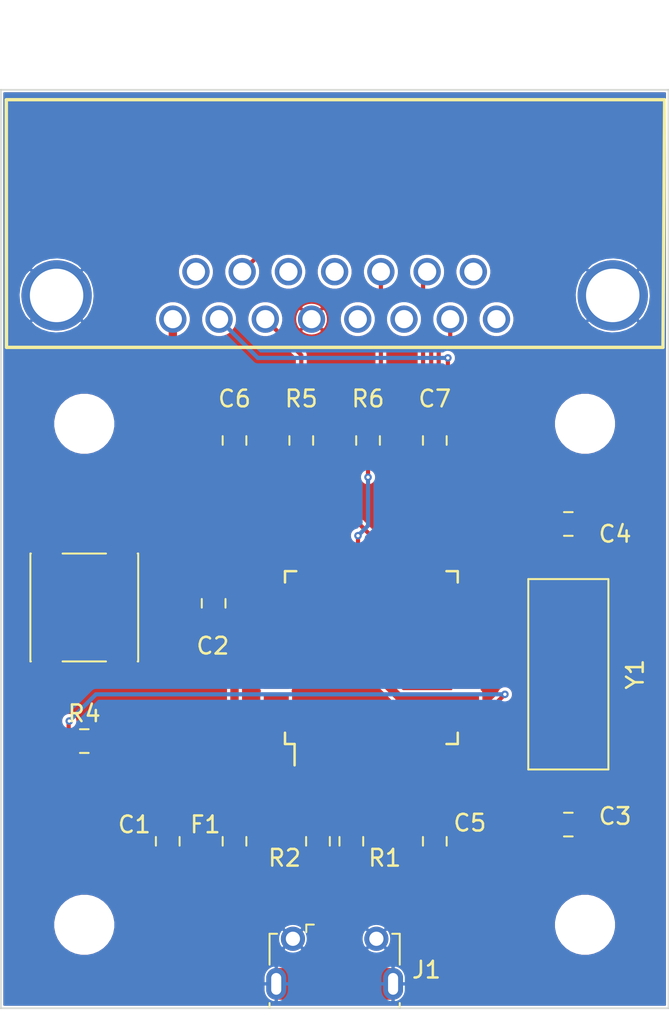
<source format=kicad_pcb>
(kicad_pcb (version 20171130) (host pcbnew 5.1.4+dfsg1-1)

  (general
    (thickness 1.6)
    (drawings 4)
    (tracks 119)
    (zones 0)
    (modules 22)
    (nets 50)
  )

  (page A4)
  (layers
    (0 F.Cu signal)
    (31 B.Cu signal)
    (32 B.Adhes user)
    (33 F.Adhes user)
    (34 B.Paste user)
    (35 F.Paste user)
    (36 B.SilkS user)
    (37 F.SilkS user)
    (38 B.Mask user)
    (39 F.Mask user)
    (40 Dwgs.User user)
    (41 Cmts.User user)
    (42 Eco1.User user)
    (43 Eco2.User user)
    (44 Edge.Cuts user)
    (45 Margin user)
    (46 B.CrtYd user)
    (47 F.CrtYd user)
    (48 B.Fab user)
    (49 F.Fab user)
  )

  (setup
    (last_trace_width 0.25)
    (user_trace_width 0.5)
    (user_trace_width 1)
    (trace_clearance 0.2)
    (zone_clearance 0.508)
    (zone_45_only no)
    (trace_min 0.2)
    (via_size 0.45)
    (via_drill 0.2)
    (via_min_size 0.45)
    (via_min_drill 0.2)
    (user_via 0.45 0.2)
    (user_via 1 0.5)
    (uvia_size 0.3)
    (uvia_drill 0.1)
    (uvias_allowed no)
    (uvia_min_size 0.2)
    (uvia_min_drill 0.1)
    (edge_width 0.1)
    (segment_width 0.2)
    (pcb_text_width 0.3)
    (pcb_text_size 1.5 1.5)
    (mod_edge_width 0.15)
    (mod_text_size 1 1)
    (mod_text_width 0.15)
    (pad_size 4.216 4.216)
    (pad_drill 3.2)
    (pad_to_mask_clearance 0)
    (aux_axis_origin 0 0)
    (visible_elements FFFFFF7F)
    (pcbplotparams
      (layerselection 0x010fc_ffffffff)
      (usegerberextensions false)
      (usegerberattributes false)
      (usegerberadvancedattributes false)
      (creategerberjobfile false)
      (excludeedgelayer true)
      (linewidth 0.100000)
      (plotframeref false)
      (viasonmask false)
      (mode 1)
      (useauxorigin false)
      (hpglpennumber 1)
      (hpglpenspeed 20)
      (hpglpendiameter 15.000000)
      (psnegative false)
      (psa4output false)
      (plotreference true)
      (plotvalue true)
      (plotinvisibletext false)
      (padsonsilk false)
      (subtractmaskfromsilk false)
      (outputformat 1)
      (mirror false)
      (drillshape 0)
      (scaleselection 1)
      (outputdirectory "gerber"))
  )

  (net 0 "")
  (net 1 GND)
  (net 2 VCC)
  (net 3 "Net-(C3-Pad1)")
  (net 4 "Net-(C4-Pad1)")
  (net 5 "Net-(C5-Pad1)")
  (net 6 "Net-(C6-Pad1)")
  (net 7 "Net-(C7-Pad1)")
  (net 8 "Net-(F1-Pad1)")
  (net 9 "Net-(J1-Pad3)")
  (net 10 "Net-(J1-Pad4)")
  (net 11 "Net-(J1-Pad2)")
  (net 12 "Net-(J2-Pad9)")
  (net 13 "Net-(J2-Pad10)")
  (net 14 "Net-(J2-Pad11)")
  (net 15 "Net-(J2-Pad15)")
  (net 16 "Net-(J2-Pad14)")
  (net 17 "Net-(J2-Pad13)")
  (net 18 "Net-(J2-Pad12)")
  (net 19 "Net-(J2-Pad8)")
  (net 20 "Net-(J2-Pad2)")
  (net 21 "Net-(J2-Pad3)")
  (net 22 "Net-(J2-Pad7)")
  (net 23 "Net-(J2-Pad6)")
  (net 24 "Net-(J2-Pad5)")
  (net 25 "Net-(R1-Pad1)")
  (net 26 "Net-(R2-Pad1)")
  (net 27 "Net-(R4-Pad1)")
  (net 28 "Net-(U1-Pad42)")
  (net 29 "Net-(U1-Pad41)")
  (net 30 "Net-(U1-Pad40)")
  (net 31 "Net-(U1-Pad39)")
  (net 32 "Net-(U1-Pad38)")
  (net 33 "Net-(U1-Pad37)")
  (net 34 "Net-(U1-Pad36)")
  (net 35 "Net-(U1-Pad33)")
  (net 36 "Net-(U1-Pad32)")
  (net 37 "Net-(U1-Pad31)")
  (net 38 "Net-(U1-Pad30)")
  (net 39 "Net-(U1-Pad27)")
  (net 40 "Net-(U1-Pad26)")
  (net 41 "Net-(U1-Pad25)")
  (net 42 "Net-(U1-Pad22)")
  (net 43 "Net-(U1-Pad12)")
  (net 44 "Net-(U1-Pad1)")
  (net 45 "Net-(U1-Pad11)")
  (net 46 "Net-(U1-Pad10)")
  (net 47 "Net-(U1-Pad9)")
  (net 48 "Net-(U1-Pad8)")
  (net 49 Shield)

  (net_class Default "This is the default net class."
    (clearance 0.2)
    (trace_width 0.25)
    (via_dia 0.45)
    (via_drill 0.2)
    (uvia_dia 0.3)
    (uvia_drill 0.1)
    (add_net GND)
    (add_net "Net-(C3-Pad1)")
    (add_net "Net-(C4-Pad1)")
    (add_net "Net-(C5-Pad1)")
    (add_net "Net-(C6-Pad1)")
    (add_net "Net-(C7-Pad1)")
    (add_net "Net-(F1-Pad1)")
    (add_net "Net-(J1-Pad2)")
    (add_net "Net-(J1-Pad3)")
    (add_net "Net-(J1-Pad4)")
    (add_net "Net-(J2-Pad10)")
    (add_net "Net-(J2-Pad11)")
    (add_net "Net-(J2-Pad12)")
    (add_net "Net-(J2-Pad13)")
    (add_net "Net-(J2-Pad14)")
    (add_net "Net-(J2-Pad15)")
    (add_net "Net-(J2-Pad2)")
    (add_net "Net-(J2-Pad3)")
    (add_net "Net-(J2-Pad5)")
    (add_net "Net-(J2-Pad6)")
    (add_net "Net-(J2-Pad7)")
    (add_net "Net-(J2-Pad8)")
    (add_net "Net-(J2-Pad9)")
    (add_net "Net-(R1-Pad1)")
    (add_net "Net-(R2-Pad1)")
    (add_net "Net-(R4-Pad1)")
    (add_net "Net-(U1-Pad1)")
    (add_net "Net-(U1-Pad10)")
    (add_net "Net-(U1-Pad11)")
    (add_net "Net-(U1-Pad12)")
    (add_net "Net-(U1-Pad22)")
    (add_net "Net-(U1-Pad25)")
    (add_net "Net-(U1-Pad26)")
    (add_net "Net-(U1-Pad27)")
    (add_net "Net-(U1-Pad30)")
    (add_net "Net-(U1-Pad31)")
    (add_net "Net-(U1-Pad32)")
    (add_net "Net-(U1-Pad33)")
    (add_net "Net-(U1-Pad36)")
    (add_net "Net-(U1-Pad37)")
    (add_net "Net-(U1-Pad38)")
    (add_net "Net-(U1-Pad39)")
    (add_net "Net-(U1-Pad40)")
    (add_net "Net-(U1-Pad41)")
    (add_net "Net-(U1-Pad42)")
    (add_net "Net-(U1-Pad8)")
    (add_net "Net-(U1-Pad9)")
    (add_net Shield)
    (add_net VCC)
  )

  (module MountingHole:MountingHole_3.2mm_M3 (layer F.Cu) (tedit 56D1B4CB) (tstamp 5E604326)
    (at 35 -35)
    (descr "Mounting Hole 3.2mm, no annular, M3")
    (tags "mounting hole 3.2mm no annular m3")
    (attr virtual)
    (fp_text reference "" (at 0 -4.2) (layer F.SilkS)
      (effects (font (size 1 1) (thickness 0.15)))
    )
    (fp_text value "" (at 0 4.2) (layer F.Fab)
      (effects (font (size 1 1) (thickness 0.15)))
    )
    (fp_text user %R (at 0.3 0) (layer F.Fab)
      (effects (font (size 1 1) (thickness 0.15)))
    )
    (fp_circle (center 0 0) (end 3.2 0) (layer Cmts.User) (width 0.15))
    (fp_circle (center 0 0) (end 3.45 0) (layer F.CrtYd) (width 0.05))
    (pad 1 np_thru_hole circle (at 0 0) (size 3.2 3.2) (drill 3.2) (layers *.Cu *.Mask))
  )

  (module MountingHole:MountingHole_3.2mm_M3 (layer F.Cu) (tedit 56D1B4CB) (tstamp 5E604326)
    (at 5 -35)
    (descr "Mounting Hole 3.2mm, no annular, M3")
    (tags "mounting hole 3.2mm no annular m3")
    (attr virtual)
    (fp_text reference "" (at 0 -4.2) (layer F.SilkS)
      (effects (font (size 1 1) (thickness 0.15)))
    )
    (fp_text value "" (at 0 4.2) (layer F.Fab)
      (effects (font (size 1 1) (thickness 0.15)))
    )
    (fp_text user %R (at 0.3 0) (layer F.Fab)
      (effects (font (size 1 1) (thickness 0.15)))
    )
    (fp_circle (center 0 0) (end 3.2 0) (layer Cmts.User) (width 0.15))
    (fp_circle (center 0 0) (end 3.45 0) (layer F.CrtYd) (width 0.05))
    (pad 1 np_thru_hole circle (at 0 0) (size 3.2 3.2) (drill 3.2) (layers *.Cu *.Mask))
  )

  (module MountingHole:MountingHole_3.2mm_M3 (layer F.Cu) (tedit 56D1B4CB) (tstamp 5E6042D0)
    (at 5 -5)
    (descr "Mounting Hole 3.2mm, no annular, M3")
    (tags "mounting hole 3.2mm no annular m3")
    (attr virtual)
    (fp_text reference "" (at 0 -4.2) (layer F.SilkS)
      (effects (font (size 1 1) (thickness 0.15)))
    )
    (fp_text value "" (at 0 4.2) (layer F.Fab)
      (effects (font (size 1 1) (thickness 0.15)))
    )
    (fp_circle (center 0 0) (end 3.45 0) (layer F.CrtYd) (width 0.05))
    (fp_circle (center 0 0) (end 3.2 0) (layer Cmts.User) (width 0.15))
    (fp_text user %R (at 0.3 0) (layer F.Fab)
      (effects (font (size 1 1) (thickness 0.15)))
    )
    (pad 1 np_thru_hole circle (at 0 0) (size 3.2 3.2) (drill 3.2) (layers *.Cu *.Mask))
  )

  (module MountingHole:MountingHole_3.2mm_M3 (layer F.Cu) (tedit 56D1B4CB) (tstamp 5E6042E8)
    (at 35 -5)
    (descr "Mounting Hole 3.2mm, no annular, M3")
    (tags "mounting hole 3.2mm no annular m3")
    (attr virtual)
    (fp_text reference "" (at 0 -4.2) (layer F.SilkS)
      (effects (font (size 1 1) (thickness 0.15)))
    )
    (fp_text value "" (at 0 4.2) (layer F.Fab)
      (effects (font (size 1 1) (thickness 0.15)))
    )
    (fp_circle (center 0 0) (end 3.45 0) (layer F.CrtYd) (width 0.05))
    (fp_circle (center 0 0) (end 3.2 0) (layer Cmts.User) (width 0.15))
    (fp_text user %R (at 0.3 0) (layer F.Fab)
      (effects (font (size 1 1) (thickness 0.15)))
    )
    (pad 1 np_thru_hole circle (at 0 0) (size 3.2 3.2) (drill 3.2) (layers *.Cu *.Mask))
  )

  (module sidewinder-usb:Auris_HC49USSMD (layer F.Cu) (tedit 5E5FACBA) (tstamp 5E601C20)
    (at 34 -20 90)
    (path /5E5FF891)
    (fp_text reference Y1 (at 0 4 90) (layer F.SilkS)
      (effects (font (size 1 1) (thickness 0.15)))
    )
    (fp_text value 16MHz (at 0 -4 90) (layer F.Fab) hide
      (effects (font (size 1 1) (thickness 0.15)))
    )
    (fp_line (start 5.7 -2.4) (end 5.7 2.4) (layer F.SilkS) (width 0.12))
    (fp_line (start -5.7 -2.4) (end -5.7 2.4) (layer F.SilkS) (width 0.12))
    (fp_line (start -5.7 2.4) (end 5.7 2.4) (layer F.SilkS) (width 0.12))
    (fp_line (start -5.7 -2.4) (end 5.7 -2.4) (layer F.SilkS) (width 0.12))
    (pad 2 smd rect (at 4.25 0 90) (size 4.5 2) (layers F.Cu F.Paste F.Mask)
      (net 4 "Net-(C4-Pad1)"))
    (pad 1 smd rect (at -4.25 0 90) (size 4.5 2) (layers F.Cu F.Paste F.Mask)
      (net 3 "Net-(C3-Pad1)"))
  )

  (module Package_QFP:TQFP-44_10x10mm_P0.8mm (layer F.Cu) (tedit 5A02F146) (tstamp 5E601C16)
    (at 22.2 -21 90)
    (descr "44-Lead Plastic Thin Quad Flatpack (PT) - 10x10x1.0 mm Body [TQFP] (see Microchip Packaging Specification 00000049BS.pdf)")
    (tags "QFP 0.8")
    (path /5E5F2319)
    (attr smd)
    (fp_text reference U1 (at 0 -7.45 90) (layer F.SilkS) hide
      (effects (font (size 1 1) (thickness 0.15)))
    )
    (fp_text value ATmega32U4-AU (at 0 7.45 90) (layer F.Fab) hide
      (effects (font (size 1 1) (thickness 0.15)))
    )
    (fp_line (start -5.175 -4.6) (end -6.45 -4.6) (layer F.SilkS) (width 0.15))
    (fp_line (start 5.175 -5.175) (end 4.5 -5.175) (layer F.SilkS) (width 0.15))
    (fp_line (start 5.175 5.175) (end 4.5 5.175) (layer F.SilkS) (width 0.15))
    (fp_line (start -5.175 5.175) (end -4.5 5.175) (layer F.SilkS) (width 0.15))
    (fp_line (start -5.175 -5.175) (end -4.5 -5.175) (layer F.SilkS) (width 0.15))
    (fp_line (start -5.175 5.175) (end -5.175 4.5) (layer F.SilkS) (width 0.15))
    (fp_line (start 5.175 5.175) (end 5.175 4.5) (layer F.SilkS) (width 0.15))
    (fp_line (start 5.175 -5.175) (end 5.175 -4.5) (layer F.SilkS) (width 0.15))
    (fp_line (start -5.175 -5.175) (end -5.175 -4.6) (layer F.SilkS) (width 0.15))
    (fp_line (start -6.7 6.7) (end 6.7 6.7) (layer F.CrtYd) (width 0.05))
    (fp_line (start -6.7 -6.7) (end 6.7 -6.7) (layer F.CrtYd) (width 0.05))
    (fp_line (start 6.7 -6.7) (end 6.7 6.7) (layer F.CrtYd) (width 0.05))
    (fp_line (start -6.7 -6.7) (end -6.7 6.7) (layer F.CrtYd) (width 0.05))
    (fp_line (start -5 -4) (end -4 -5) (layer F.Fab) (width 0.15))
    (fp_line (start -5 5) (end -5 -4) (layer F.Fab) (width 0.15))
    (fp_line (start 5 5) (end -5 5) (layer F.Fab) (width 0.15))
    (fp_line (start 5 -5) (end 5 5) (layer F.Fab) (width 0.15))
    (fp_line (start -4 -5) (end 5 -5) (layer F.Fab) (width 0.15))
    (fp_text user %R (at 0 0 270) (layer F.Fab)
      (effects (font (size 1 1) (thickness 0.15)))
    )
    (pad 44 smd rect (at -4 -5.7 180) (size 1.5 0.55) (layers F.Cu F.Paste F.Mask)
      (net 2 VCC))
    (pad 43 smd rect (at -3.2 -5.7 180) (size 1.5 0.55) (layers F.Cu F.Paste F.Mask)
      (net 1 GND))
    (pad 42 smd rect (at -2.4 -5.7 180) (size 1.5 0.55) (layers F.Cu F.Paste F.Mask)
      (net 28 "Net-(U1-Pad42)"))
    (pad 41 smd rect (at -1.6 -5.7 180) (size 1.5 0.55) (layers F.Cu F.Paste F.Mask)
      (net 29 "Net-(U1-Pad41)"))
    (pad 40 smd rect (at -0.8 -5.7 180) (size 1.5 0.55) (layers F.Cu F.Paste F.Mask)
      (net 30 "Net-(U1-Pad40)"))
    (pad 39 smd rect (at 0 -5.7 180) (size 1.5 0.55) (layers F.Cu F.Paste F.Mask)
      (net 31 "Net-(U1-Pad39)"))
    (pad 38 smd rect (at 0.8 -5.7 180) (size 1.5 0.55) (layers F.Cu F.Paste F.Mask)
      (net 32 "Net-(U1-Pad38)"))
    (pad 37 smd rect (at 1.6 -5.7 180) (size 1.5 0.55) (layers F.Cu F.Paste F.Mask)
      (net 33 "Net-(U1-Pad37)"))
    (pad 36 smd rect (at 2.4 -5.7 180) (size 1.5 0.55) (layers F.Cu F.Paste F.Mask)
      (net 34 "Net-(U1-Pad36)"))
    (pad 35 smd rect (at 3.2 -5.7 180) (size 1.5 0.55) (layers F.Cu F.Paste F.Mask)
      (net 1 GND))
    (pad 34 smd rect (at 4 -5.7 180) (size 1.5 0.55) (layers F.Cu F.Paste F.Mask)
      (net 2 VCC))
    (pad 33 smd rect (at 5.7 -4 90) (size 1.5 0.55) (layers F.Cu F.Paste F.Mask)
      (net 35 "Net-(U1-Pad33)"))
    (pad 32 smd rect (at 5.7 -3.2 90) (size 1.5 0.55) (layers F.Cu F.Paste F.Mask)
      (net 36 "Net-(U1-Pad32)"))
    (pad 31 smd rect (at 5.7 -2.4 90) (size 1.5 0.55) (layers F.Cu F.Paste F.Mask)
      (net 37 "Net-(U1-Pad31)"))
    (pad 30 smd rect (at 5.7 -1.6 90) (size 1.5 0.55) (layers F.Cu F.Paste F.Mask)
      (net 38 "Net-(U1-Pad30)"))
    (pad 29 smd rect (at 5.7 -0.8 90) (size 1.5 0.55) (layers F.Cu F.Paste F.Mask)
      (net 7 "Net-(C7-Pad1)"))
    (pad 28 smd rect (at 5.7 0 90) (size 1.5 0.55) (layers F.Cu F.Paste F.Mask)
      (net 6 "Net-(C6-Pad1)"))
    (pad 27 smd rect (at 5.7 0.8 90) (size 1.5 0.55) (layers F.Cu F.Paste F.Mask)
      (net 39 "Net-(U1-Pad27)"))
    (pad 26 smd rect (at 5.7 1.6 90) (size 1.5 0.55) (layers F.Cu F.Paste F.Mask)
      (net 40 "Net-(U1-Pad26)"))
    (pad 25 smd rect (at 5.7 2.4 90) (size 1.5 0.55) (layers F.Cu F.Paste F.Mask)
      (net 41 "Net-(U1-Pad25)"))
    (pad 24 smd rect (at 5.7 3.2 90) (size 1.5 0.55) (layers F.Cu F.Paste F.Mask)
      (net 2 VCC))
    (pad 23 smd rect (at 5.7 4 90) (size 1.5 0.55) (layers F.Cu F.Paste F.Mask)
      (net 1 GND))
    (pad 22 smd rect (at 4 5.7 180) (size 1.5 0.55) (layers F.Cu F.Paste F.Mask)
      (net 42 "Net-(U1-Pad22)"))
    (pad 21 smd rect (at 3.2 5.7 180) (size 1.5 0.55) (layers F.Cu F.Paste F.Mask)
      (net 16 "Net-(J2-Pad14)"))
    (pad 20 smd rect (at 2.4 5.7 180) (size 1.5 0.55) (layers F.Cu F.Paste F.Mask)
      (net 13 "Net-(J2-Pad10)"))
    (pad 19 smd rect (at 1.6 5.7 180) (size 1.5 0.55) (layers F.Cu F.Paste F.Mask)
      (net 22 "Net-(J2-Pad7)"))
    (pad 18 smd rect (at 0.8 5.7 180) (size 1.5 0.55) (layers F.Cu F.Paste F.Mask)
      (net 20 "Net-(J2-Pad2)"))
    (pad 17 smd rect (at 0 5.7 180) (size 1.5 0.55) (layers F.Cu F.Paste F.Mask)
      (net 4 "Net-(C4-Pad1)"))
    (pad 16 smd rect (at -0.8 5.7 180) (size 1.5 0.55) (layers F.Cu F.Paste F.Mask)
      (net 3 "Net-(C3-Pad1)"))
    (pad 15 smd rect (at -1.6 5.7 180) (size 1.5 0.55) (layers F.Cu F.Paste F.Mask)
      (net 1 GND))
    (pad 14 smd rect (at -2.4 5.7 180) (size 1.5 0.55) (layers F.Cu F.Paste F.Mask)
      (net 2 VCC))
    (pad 13 smd rect (at -3.2 5.7 180) (size 1.5 0.55) (layers F.Cu F.Paste F.Mask)
      (net 27 "Net-(R4-Pad1)"))
    (pad 12 smd rect (at -4 5.7 180) (size 1.5 0.55) (layers F.Cu F.Paste F.Mask)
      (net 43 "Net-(U1-Pad12)"))
    (pad 11 smd rect (at -5.7 4 90) (size 1.5 0.55) (layers F.Cu F.Paste F.Mask)
      (net 45 "Net-(U1-Pad11)"))
    (pad 10 smd rect (at -5.7 3.2 90) (size 1.5 0.55) (layers F.Cu F.Paste F.Mask)
      (net 46 "Net-(U1-Pad10)"))
    (pad 9 smd rect (at -5.7 2.4 90) (size 1.5 0.55) (layers F.Cu F.Paste F.Mask)
      (net 47 "Net-(U1-Pad9)"))
    (pad 8 smd rect (at -5.7 1.6 90) (size 1.5 0.55) (layers F.Cu F.Paste F.Mask)
      (net 48 "Net-(U1-Pad8)"))
    (pad 7 smd rect (at -5.7 0.8 90) (size 1.5 0.55) (layers F.Cu F.Paste F.Mask)
      (net 2 VCC))
    (pad 6 smd rect (at -5.7 0 90) (size 1.5 0.55) (layers F.Cu F.Paste F.Mask)
      (net 5 "Net-(C5-Pad1)"))
    (pad 5 smd rect (at -5.7 -0.8 90) (size 1.5 0.55) (layers F.Cu F.Paste F.Mask)
      (net 1 GND))
    (pad 4 smd rect (at -5.7 -1.6 90) (size 1.5 0.55) (layers F.Cu F.Paste F.Mask)
      (net 25 "Net-(R1-Pad1)"))
    (pad 3 smd rect (at -5.7 -2.4 90) (size 1.5 0.55) (layers F.Cu F.Paste F.Mask)
      (net 26 "Net-(R2-Pad1)"))
    (pad 2 smd rect (at -5.7 -3.2 90) (size 1.5 0.55) (layers F.Cu F.Paste F.Mask)
      (net 2 VCC))
    (pad 1 smd rect (at -5.7 -4 90) (size 1.5 0.55) (layers F.Cu F.Paste F.Mask)
      (net 44 "Net-(U1-Pad1)"))
    (model ${KISYS3DMOD}/Package_QFP.3dshapes/TQFP-44_10x10mm_P0.8mm.wrl
      (at (xyz 0 0 0))
      (scale (xyz 1 1 1))
      (rotate (xyz 0 0 0))
    )
  )

  (module Button_Switch_SMD:SW_Push_1P1T_NO_6x6mm_H9.5mm (layer F.Cu) (tedit 5CA1CA7F) (tstamp 5E601BD3)
    (at 5 -24 270)
    (descr "tactile push button, 6x6mm e.g. PTS645xx series, height=9.5mm")
    (tags "tact sw push 6mm smd")
    (path /5E629DFA)
    (attr smd)
    (fp_text reference SW1 (at 0 -4.05 90) (layer F.SilkS) hide
      (effects (font (size 1 1) (thickness 0.15)))
    )
    (fp_text value Reset (at -5.76 0 180) (layer F.Fab)
      (effects (font (size 1 1) (thickness 0.15)))
    )
    (fp_circle (center 0 0) (end 1.75 -0.05) (layer F.Fab) (width 0.1))
    (fp_line (start -3.23 3.23) (end 3.23 3.23) (layer F.SilkS) (width 0.12))
    (fp_line (start -3.23 -1.3) (end -3.23 1.3) (layer F.SilkS) (width 0.12))
    (fp_line (start -3.23 -3.23) (end 3.23 -3.23) (layer F.SilkS) (width 0.12))
    (fp_line (start 3.23 -1.3) (end 3.23 1.3) (layer F.SilkS) (width 0.12))
    (fp_line (start -3.23 -3.2) (end -3.23 -3.23) (layer F.SilkS) (width 0.12))
    (fp_line (start -3.23 3.23) (end -3.23 3.2) (layer F.SilkS) (width 0.12))
    (fp_line (start 3.23 3.23) (end 3.23 3.2) (layer F.SilkS) (width 0.12))
    (fp_line (start 3.23 -3.23) (end 3.23 -3.2) (layer F.SilkS) (width 0.12))
    (fp_line (start -5 -3.25) (end 5 -3.25) (layer F.CrtYd) (width 0.05))
    (fp_line (start -5 3.25) (end 5 3.25) (layer F.CrtYd) (width 0.05))
    (fp_line (start -5 -3.25) (end -5 3.25) (layer F.CrtYd) (width 0.05))
    (fp_line (start 5 3.25) (end 5 -3.25) (layer F.CrtYd) (width 0.05))
    (fp_line (start 3 -3) (end -3 -3) (layer F.Fab) (width 0.1))
    (fp_line (start 3 3) (end 3 -3) (layer F.Fab) (width 0.1))
    (fp_line (start -3 3) (end 3 3) (layer F.Fab) (width 0.1))
    (fp_line (start -3 -3) (end -3 3) (layer F.Fab) (width 0.1))
    (pad 2 smd rect (at 3.975 2.25 270) (size 1.55 1.3) (layers F.Cu F.Paste F.Mask)
      (net 27 "Net-(R4-Pad1)"))
    (pad 1 smd rect (at 3.975 -2.25 270) (size 1.55 1.3) (layers F.Cu F.Paste F.Mask)
      (net 1 GND))
    (pad 1 smd rect (at -3.975 -2.25 270) (size 1.55 1.3) (layers F.Cu F.Paste F.Mask)
      (net 1 GND))
    (pad 2 smd rect (at -3.975 2.25 270) (size 1.55 1.3) (layers F.Cu F.Paste F.Mask)
      (net 27 "Net-(R4-Pad1)"))
    (model ${KISYS3DMOD}/Button_Switch_SMD.3dshapes/SW_PUSH_6mm_H9.5mm.wrl
      (at (xyz 0 0 0))
      (scale (xyz 1 1 1))
      (rotate (xyz 0 0 0))
    )
  )

  (module Resistor_SMD:R_0805_2012Metric (layer F.Cu) (tedit 5B36C52B) (tstamp 5E601BB9)
    (at 22 -34 90)
    (descr "Resistor SMD 0805 (2012 Metric), square (rectangular) end terminal, IPC_7351 nominal, (Body size source: https://docs.google.com/spreadsheets/d/1BsfQQcO9C6DZCsRaXUlFlo91Tg2WpOkGARC1WS5S8t0/edit?usp=sharing), generated with kicad-footprint-generator")
    (tags resistor)
    (path /5E65A8FA)
    (attr smd)
    (fp_text reference R6 (at 2.5 0 180) (layer F.SilkS)
      (effects (font (size 1 1) (thickness 0.15)))
    )
    (fp_text value 2.2k (at -2.5 0 180) (layer F.Fab)
      (effects (font (size 1 1) (thickness 0.15)))
    )
    (fp_text user %R (at 0 0 90) (layer F.Fab)
      (effects (font (size 0.5 0.5) (thickness 0.08)))
    )
    (fp_line (start 1.68 0.95) (end -1.68 0.95) (layer F.CrtYd) (width 0.05))
    (fp_line (start 1.68 -0.95) (end 1.68 0.95) (layer F.CrtYd) (width 0.05))
    (fp_line (start -1.68 -0.95) (end 1.68 -0.95) (layer F.CrtYd) (width 0.05))
    (fp_line (start -1.68 0.95) (end -1.68 -0.95) (layer F.CrtYd) (width 0.05))
    (fp_line (start -0.258578 0.71) (end 0.258578 0.71) (layer F.SilkS) (width 0.12))
    (fp_line (start -0.258578 -0.71) (end 0.258578 -0.71) (layer F.SilkS) (width 0.12))
    (fp_line (start 1 0.6) (end -1 0.6) (layer F.Fab) (width 0.1))
    (fp_line (start 1 -0.6) (end 1 0.6) (layer F.Fab) (width 0.1))
    (fp_line (start -1 -0.6) (end 1 -0.6) (layer F.Fab) (width 0.1))
    (fp_line (start -1 0.6) (end -1 -0.6) (layer F.Fab) (width 0.1))
    (pad 2 smd roundrect (at 0.9375 0 90) (size 0.975 1.4) (layers F.Cu F.Paste F.Mask) (roundrect_rratio 0.25)
      (net 17 "Net-(J2-Pad13)"))
    (pad 1 smd roundrect (at -0.9375 0 90) (size 0.975 1.4) (layers F.Cu F.Paste F.Mask) (roundrect_rratio 0.25)
      (net 7 "Net-(C7-Pad1)"))
    (model ${KISYS3DMOD}/Resistor_SMD.3dshapes/R_0805_2012Metric.wrl
      (at (xyz 0 0 0))
      (scale (xyz 1 1 1))
      (rotate (xyz 0 0 0))
    )
  )

  (module Resistor_SMD:R_0805_2012Metric (layer F.Cu) (tedit 5B36C52B) (tstamp 5E601BA8)
    (at 18 -34 90)
    (descr "Resistor SMD 0805 (2012 Metric), square (rectangular) end terminal, IPC_7351 nominal, (Body size source: https://docs.google.com/spreadsheets/d/1BsfQQcO9C6DZCsRaXUlFlo91Tg2WpOkGARC1WS5S8t0/edit?usp=sharing), generated with kicad-footprint-generator")
    (tags resistor)
    (path /5E65A25A)
    (attr smd)
    (fp_text reference R5 (at 2.5 0 180) (layer F.SilkS)
      (effects (font (size 1 1) (thickness 0.15)))
    )
    (fp_text value 2.2k (at -2.5 0 180) (layer F.Fab)
      (effects (font (size 1 1) (thickness 0.15)))
    )
    (fp_text user %R (at 0 0 90) (layer F.Fab)
      (effects (font (size 0.5 0.5) (thickness 0.08)))
    )
    (fp_line (start 1.68 0.95) (end -1.68 0.95) (layer F.CrtYd) (width 0.05))
    (fp_line (start 1.68 -0.95) (end 1.68 0.95) (layer F.CrtYd) (width 0.05))
    (fp_line (start -1.68 -0.95) (end 1.68 -0.95) (layer F.CrtYd) (width 0.05))
    (fp_line (start -1.68 0.95) (end -1.68 -0.95) (layer F.CrtYd) (width 0.05))
    (fp_line (start -0.258578 0.71) (end 0.258578 0.71) (layer F.SilkS) (width 0.12))
    (fp_line (start -0.258578 -0.71) (end 0.258578 -0.71) (layer F.SilkS) (width 0.12))
    (fp_line (start 1 0.6) (end -1 0.6) (layer F.Fab) (width 0.1))
    (fp_line (start 1 -0.6) (end 1 0.6) (layer F.Fab) (width 0.1))
    (fp_line (start -1 -0.6) (end 1 -0.6) (layer F.Fab) (width 0.1))
    (fp_line (start -1 0.6) (end -1 -0.6) (layer F.Fab) (width 0.1))
    (pad 2 smd roundrect (at 0.9375 0 90) (size 0.975 1.4) (layers F.Cu F.Paste F.Mask) (roundrect_rratio 0.25)
      (net 21 "Net-(J2-Pad3)"))
    (pad 1 smd roundrect (at -0.9375 0 90) (size 0.975 1.4) (layers F.Cu F.Paste F.Mask) (roundrect_rratio 0.25)
      (net 6 "Net-(C6-Pad1)"))
    (model ${KISYS3DMOD}/Resistor_SMD.3dshapes/R_0805_2012Metric.wrl
      (at (xyz 0 0 0))
      (scale (xyz 1 1 1))
      (rotate (xyz 0 0 0))
    )
  )

  (module Resistor_SMD:R_0805_2012Metric (layer F.Cu) (tedit 5B36C52B) (tstamp 5E601B97)
    (at 5 -16)
    (descr "Resistor SMD 0805 (2012 Metric), square (rectangular) end terminal, IPC_7351 nominal, (Body size source: https://docs.google.com/spreadsheets/d/1BsfQQcO9C6DZCsRaXUlFlo91Tg2WpOkGARC1WS5S8t0/edit?usp=sharing), generated with kicad-footprint-generator")
    (tags resistor)
    (path /5E6261FE)
    (attr smd)
    (fp_text reference R4 (at 0 -1.65) (layer F.SilkS)
      (effects (font (size 1 1) (thickness 0.15)))
    )
    (fp_text value 10k (at 0 1.65) (layer F.Fab)
      (effects (font (size 1 1) (thickness 0.15)))
    )
    (fp_text user %R (at 0 0) (layer F.Fab)
      (effects (font (size 0.5 0.5) (thickness 0.08)))
    )
    (fp_line (start 1.68 0.95) (end -1.68 0.95) (layer F.CrtYd) (width 0.05))
    (fp_line (start 1.68 -0.95) (end 1.68 0.95) (layer F.CrtYd) (width 0.05))
    (fp_line (start -1.68 -0.95) (end 1.68 -0.95) (layer F.CrtYd) (width 0.05))
    (fp_line (start -1.68 0.95) (end -1.68 -0.95) (layer F.CrtYd) (width 0.05))
    (fp_line (start -0.258578 0.71) (end 0.258578 0.71) (layer F.SilkS) (width 0.12))
    (fp_line (start -0.258578 -0.71) (end 0.258578 -0.71) (layer F.SilkS) (width 0.12))
    (fp_line (start 1 0.6) (end -1 0.6) (layer F.Fab) (width 0.1))
    (fp_line (start 1 -0.6) (end 1 0.6) (layer F.Fab) (width 0.1))
    (fp_line (start -1 -0.6) (end 1 -0.6) (layer F.Fab) (width 0.1))
    (fp_line (start -1 0.6) (end -1 -0.6) (layer F.Fab) (width 0.1))
    (pad 2 smd roundrect (at 0.9375 0) (size 0.975 1.4) (layers F.Cu F.Paste F.Mask) (roundrect_rratio 0.25)
      (net 2 VCC))
    (pad 1 smd roundrect (at -0.9375 0) (size 0.975 1.4) (layers F.Cu F.Paste F.Mask) (roundrect_rratio 0.25)
      (net 27 "Net-(R4-Pad1)"))
    (model ${KISYS3DMOD}/Resistor_SMD.3dshapes/R_0805_2012Metric.wrl
      (at (xyz 0 0 0))
      (scale (xyz 1 1 1))
      (rotate (xyz 0 0 0))
    )
  )

  (module Resistor_SMD:R_0805_2012Metric (layer F.Cu) (tedit 5B36C52B) (tstamp 5E621F80)
    (at 19 -10 270)
    (descr "Resistor SMD 0805 (2012 Metric), square (rectangular) end terminal, IPC_7351 nominal, (Body size source: https://docs.google.com/spreadsheets/d/1BsfQQcO9C6DZCsRaXUlFlo91Tg2WpOkGARC1WS5S8t0/edit?usp=sharing), generated with kicad-footprint-generator")
    (tags resistor)
    (path /5E5F54F6)
    (attr smd)
    (fp_text reference R2 (at 1 2 180) (layer F.SilkS)
      (effects (font (size 1 1) (thickness 0.15)))
    )
    (fp_text value 22R (at 2.5 1.5 180) (layer F.Fab)
      (effects (font (size 1 1) (thickness 0.15)))
    )
    (fp_text user %R (at 0 0 90) (layer F.Fab)
      (effects (font (size 0.5 0.5) (thickness 0.08)))
    )
    (fp_line (start 1.68 0.95) (end -1.68 0.95) (layer F.CrtYd) (width 0.05))
    (fp_line (start 1.68 -0.95) (end 1.68 0.95) (layer F.CrtYd) (width 0.05))
    (fp_line (start -1.68 -0.95) (end 1.68 -0.95) (layer F.CrtYd) (width 0.05))
    (fp_line (start -1.68 0.95) (end -1.68 -0.95) (layer F.CrtYd) (width 0.05))
    (fp_line (start -0.258578 0.71) (end 0.258578 0.71) (layer F.SilkS) (width 0.12))
    (fp_line (start -0.258578 -0.71) (end 0.258578 -0.71) (layer F.SilkS) (width 0.12))
    (fp_line (start 1 0.6) (end -1 0.6) (layer F.Fab) (width 0.1))
    (fp_line (start 1 -0.6) (end 1 0.6) (layer F.Fab) (width 0.1))
    (fp_line (start -1 -0.6) (end 1 -0.6) (layer F.Fab) (width 0.1))
    (fp_line (start -1 0.6) (end -1 -0.6) (layer F.Fab) (width 0.1))
    (pad 2 smd roundrect (at 0.9375 0 270) (size 0.975 1.4) (layers F.Cu F.Paste F.Mask) (roundrect_rratio 0.25)
      (net 11 "Net-(J1-Pad2)"))
    (pad 1 smd roundrect (at -0.9375 0 270) (size 0.975 1.4) (layers F.Cu F.Paste F.Mask) (roundrect_rratio 0.25)
      (net 26 "Net-(R2-Pad1)"))
    (model ${KISYS3DMOD}/Resistor_SMD.3dshapes/R_0805_2012Metric.wrl
      (at (xyz 0 0 0))
      (scale (xyz 1 1 1))
      (rotate (xyz 0 0 0))
    )
  )

  (module Resistor_SMD:R_0805_2012Metric (layer F.Cu) (tedit 5B36C52B) (tstamp 5E621F50)
    (at 21 -10 270)
    (descr "Resistor SMD 0805 (2012 Metric), square (rectangular) end terminal, IPC_7351 nominal, (Body size source: https://docs.google.com/spreadsheets/d/1BsfQQcO9C6DZCsRaXUlFlo91Tg2WpOkGARC1WS5S8t0/edit?usp=sharing), generated with kicad-footprint-generator")
    (tags resistor)
    (path /5E5F4C6D)
    (attr smd)
    (fp_text reference R1 (at 1 -2 180) (layer F.SilkS)
      (effects (font (size 1 1) (thickness 0.15)))
    )
    (fp_text value 22R (at 2.5 -1.5 180) (layer F.Fab)
      (effects (font (size 1 1) (thickness 0.15)))
    )
    (fp_text user %R (at 0 0 90) (layer F.Fab)
      (effects (font (size 0.5 0.5) (thickness 0.08)))
    )
    (fp_line (start 1.68 0.95) (end -1.68 0.95) (layer F.CrtYd) (width 0.05))
    (fp_line (start 1.68 -0.95) (end 1.68 0.95) (layer F.CrtYd) (width 0.05))
    (fp_line (start -1.68 -0.95) (end 1.68 -0.95) (layer F.CrtYd) (width 0.05))
    (fp_line (start -1.68 0.95) (end -1.68 -0.95) (layer F.CrtYd) (width 0.05))
    (fp_line (start -0.258578 0.71) (end 0.258578 0.71) (layer F.SilkS) (width 0.12))
    (fp_line (start -0.258578 -0.71) (end 0.258578 -0.71) (layer F.SilkS) (width 0.12))
    (fp_line (start 1 0.6) (end -1 0.6) (layer F.Fab) (width 0.1))
    (fp_line (start 1 -0.6) (end 1 0.6) (layer F.Fab) (width 0.1))
    (fp_line (start -1 -0.6) (end 1 -0.6) (layer F.Fab) (width 0.1))
    (fp_line (start -1 0.6) (end -1 -0.6) (layer F.Fab) (width 0.1))
    (pad 2 smd roundrect (at 0.9375 0 270) (size 0.975 1.4) (layers F.Cu F.Paste F.Mask) (roundrect_rratio 0.25)
      (net 9 "Net-(J1-Pad3)"))
    (pad 1 smd roundrect (at -0.9375 0 270) (size 0.975 1.4) (layers F.Cu F.Paste F.Mask) (roundrect_rratio 0.25)
      (net 25 "Net-(R1-Pad1)"))
    (model ${KISYS3DMOD}/Resistor_SMD.3dshapes/R_0805_2012Metric.wrl
      (at (xyz 0 0 0))
      (scale (xyz 1 1 1))
      (rotate (xyz 0 0 0))
    )
  )

  (module 618015233821_Eagle_WR-DSUB_rev20a:618015233821 (layer F.Cu) (tedit 5E623424) (tstamp 5E601B53)
    (at 20 -50 180)
    (descr "<b>WR-DSUB</b><br>10.30 mm Female Angled PCB Connector w/o Hex Screw, 15 Pins")
    (path /5E5F3D28)
    (fp_text reference J2 (at 20.8 -8.865) (layer F.SilkS) hide
      (effects (font (size 1.2065 1.2065) (thickness 0.1016)) (justify right bottom))
    )
    (fp_text value DB15_Female (at 20.635 -6.425) (layer F.Fab) hide
      (effects (font (size 1.2065 1.2065) (thickness 0.1016)) (justify right bottom))
    )
    (fp_circle (center 11.1 -8.715) (end 11.2 -8.715) (layer Cmts.User) (width 0.2))
    (fp_poly (pts (xy -19.87 -10.625) (xy 19.87 -10.625) (xy 19.87 4.605) (xy -19.87 4.605)) (layer Dwgs.User) (width 0))
    (fp_text user "EDGE OF PCB Board" (at -2.2 3.185) (layer Cmts.User)
      (effects (font (size 0.38608 0.38608) (thickness 0.032512)) (justify right bottom))
    )
    (fp_line (start 0.6 4.285) (end 0.9 3.985) (layer Cmts.User) (width 0.1))
    (fp_line (start 0.6 4.285) (end 0.3 3.985) (layer Cmts.User) (width 0.1))
    (fp_line (start 0.6 3.185) (end 0.6 4.285) (layer Cmts.User) (width 0.1))
    (fp_line (start -19.77 4.405) (end -19.67 -10.425) (layer F.SilkS) (width 0.2))
    (fp_line (start 19.67 4.405) (end -19.77 4.405) (layer F.SilkS) (width 0.2))
    (fp_line (start 19.66 -10.425) (end 19.67 4.405) (layer F.SilkS) (width 0.2))
    (fp_line (start -19.67 -10.425) (end 19.66 -10.425) (layer F.SilkS) (width 0.2))
    (fp_line (start 19.57 4.305) (end -19.57 4.305) (layer F.Fab) (width 0.1))
    (fp_line (start -19.57 10.325) (end -19.57 4.305) (layer F.Fab) (width 0.1))
    (fp_line (start 19.57 10.325) (end -19.57 10.325) (layer F.Fab) (width 0.1))
    (fp_line (start 19.57 4.305) (end 19.57 10.325) (layer F.Fab) (width 0.1))
    (fp_line (start -19.57 4.305) (end -19.57 -10.325) (layer F.Fab) (width 0.1))
    (fp_line (start 19.57 -10.325) (end 19.57 4.305) (layer F.Fab) (width 0.1))
    (fp_line (start -19.57 -10.325) (end 19.57 -10.325) (layer F.Fab) (width 0.1))
    (pad 9 thru_hole circle (at 8.31 -5.895 180) (size 1.635 1.635) (drill 1.09) (layers *.Cu *.Mask)
      (net 12 "Net-(J2-Pad9)") (solder_mask_margin 0.1016))
    (pad 10 thru_hole circle (at 5.54 -5.895 180) (size 1.635 1.635) (drill 1.09) (layers *.Cu *.Mask)
      (net 13 "Net-(J2-Pad10)") (solder_mask_margin 0.1016))
    (pad 11 thru_hole circle (at 2.77 -5.895 180) (size 1.635 1.635) (drill 1.09) (layers *.Cu *.Mask)
      (net 14 "Net-(J2-Pad11)") (solder_mask_margin 0.1016))
    (pad 15 thru_hole circle (at -8.31 -5.895 180) (size 1.635 1.635) (drill 1.09) (layers *.Cu *.Mask)
      (net 15 "Net-(J2-Pad15)") (solder_mask_margin 0.1016))
    (pad 14 thru_hole circle (at -5.54 -5.895 180) (size 1.635 1.635) (drill 1.09) (layers *.Cu *.Mask)
      (net 16 "Net-(J2-Pad14)") (solder_mask_margin 0.1016))
    (pad 13 thru_hole circle (at -2.77 -5.895 180) (size 1.635 1.635) (drill 1.09) (layers *.Cu *.Mask)
      (net 17 "Net-(J2-Pad13)") (solder_mask_margin 0.1016))
    (pad 12 thru_hole circle (at 0 -5.895 180) (size 1.635 1.635) (drill 1.09) (layers *.Cu *.Mask)
      (net 18 "Net-(J2-Pad12)") (solder_mask_margin 0.1016))
    (pad 8 thru_hole circle (at -9.695 -8.735 180) (size 1.635 1.635) (drill 1.09) (layers *.Cu *.Mask)
      (net 19 "Net-(J2-Pad8)") (solder_mask_margin 0.1016))
    (pad 1 thru_hole circle (at 9.695 -8.735 180) (size 1.635 1.635) (drill 1.09) (layers *.Cu *.Mask)
      (net 2 VCC) (solder_mask_margin 0.1016))
    (pad 2 thru_hole circle (at 6.925 -8.735 180) (size 1.635 1.635) (drill 1.09) (layers *.Cu *.Mask)
      (net 20 "Net-(J2-Pad2)") (solder_mask_margin 0.1016))
    (pad 3 thru_hole circle (at 4.155 -8.735 180) (size 1.635 1.635) (drill 1.09) (layers *.Cu *.Mask)
      (net 21 "Net-(J2-Pad3)") (solder_mask_margin 0.1016))
    (pad 7 thru_hole circle (at -6.925 -8.735 180) (size 1.635 1.635) (drill 1.09) (layers *.Cu *.Mask)
      (net 22 "Net-(J2-Pad7)") (solder_mask_margin 0.1016))
    (pad 6 thru_hole circle (at -4.155 -8.735 180) (size 1.635 1.635) (drill 1.09) (layers *.Cu *.Mask)
      (net 23 "Net-(J2-Pad6)") (solder_mask_margin 0.1016))
    (pad 5 thru_hole circle (at -1.385 -8.735 180) (size 1.635 1.635) (drill 1.09) (layers *.Cu *.Mask)
      (net 24 "Net-(J2-Pad5)") (solder_mask_margin 0.1016))
    (pad 4 thru_hole circle (at 1.385 -8.735 180) (size 1.635 1.635) (drill 1.09) (layers *.Cu *.Mask)
      (net 1 GND) (solder_mask_margin 0.1016))
    (pad S2 thru_hole circle (at 16.66 -7.315 180) (size 4.216 4.216) (drill 3.2) (layers *.Cu *.Mask)
      (net 49 Shield) (solder_mask_margin 0.1016))
    (pad S1 thru_hole circle (at -16.66 -7.315 180) (size 4.216 4.216) (drill 3.2) (layers *.Cu *.Mask)
      (net 49 Shield) (solder_mask_margin 0.1016))
  )

  (module Connector_USB:USB_Micro-B_Molex-105017-0001 (layer F.Cu) (tedit 5A1DC0BE) (tstamp 5E601B2D)
    (at 20 -2.7)
    (descr http://www.molex.com/pdm_docs/sd/1050170001_sd.pdf)
    (tags "Micro-USB SMD Typ-B")
    (path /5E5F2B6D)
    (attr smd)
    (fp_text reference J1 (at 5.5 0.4) (layer F.SilkS)
      (effects (font (size 1 1) (thickness 0.15)))
    )
    (fp_text value USB_B_Micro (at 0.3 4.3375) (layer F.Fab) hide
      (effects (font (size 1 1) (thickness 0.15)))
    )
    (fp_line (start -1.1 -2.1225) (end -1.1 -1.9125) (layer F.Fab) (width 0.1))
    (fp_line (start -1.5 -2.1225) (end -1.5 -1.9125) (layer F.Fab) (width 0.1))
    (fp_line (start -1.5 -2.1225) (end -1.1 -2.1225) (layer F.Fab) (width 0.1))
    (fp_line (start -1.1 -1.9125) (end -1.3 -1.7125) (layer F.Fab) (width 0.1))
    (fp_line (start -1.3 -1.7125) (end -1.5 -1.9125) (layer F.Fab) (width 0.1))
    (fp_line (start -1.7 -2.3125) (end -1.7 -1.8625) (layer F.SilkS) (width 0.12))
    (fp_line (start -1.7 -2.3125) (end -1.25 -2.3125) (layer F.SilkS) (width 0.12))
    (fp_line (start 3.9 -1.7625) (end 3.45 -1.7625) (layer F.SilkS) (width 0.12))
    (fp_line (start 3.9 0.0875) (end 3.9 -1.7625) (layer F.SilkS) (width 0.12))
    (fp_line (start -3.9 2.6375) (end -3.9 2.3875) (layer F.SilkS) (width 0.12))
    (fp_line (start -3.75 3.3875) (end -3.75 -1.6125) (layer F.Fab) (width 0.1))
    (fp_line (start -3.75 -1.6125) (end 3.75 -1.6125) (layer F.Fab) (width 0.1))
    (fp_line (start -3.75 3.389204) (end 3.75 3.389204) (layer F.Fab) (width 0.1))
    (fp_line (start -3 2.689204) (end 3 2.689204) (layer F.Fab) (width 0.1))
    (fp_line (start 3.75 3.3875) (end 3.75 -1.6125) (layer F.Fab) (width 0.1))
    (fp_line (start 3.9 2.6375) (end 3.9 2.3875) (layer F.SilkS) (width 0.12))
    (fp_line (start -3.9 0.0875) (end -3.9 -1.7625) (layer F.SilkS) (width 0.12))
    (fp_line (start -3.9 -1.7625) (end -3.45 -1.7625) (layer F.SilkS) (width 0.12))
    (fp_line (start -4.4 3.64) (end -4.4 -2.46) (layer F.CrtYd) (width 0.05))
    (fp_line (start -4.4 -2.46) (end 4.4 -2.46) (layer F.CrtYd) (width 0.05))
    (fp_line (start 4.4 -2.46) (end 4.4 3.64) (layer F.CrtYd) (width 0.05))
    (fp_line (start -4.4 3.64) (end 4.4 3.64) (layer F.CrtYd) (width 0.05))
    (fp_text user %R (at 0 0.8875) (layer F.Fab)
      (effects (font (size 1 1) (thickness 0.15)))
    )
    (fp_text user "PCB Edge" (at 0 2.6875) (layer Dwgs.User)
      (effects (font (size 0.5 0.5) (thickness 0.08)))
    )
    (pad 6 smd rect (at -2.9 1.2375) (size 1.2 1.9) (layers F.Cu F.Mask)
      (net 49 Shield))
    (pad 6 smd rect (at 2.9 1.2375) (size 1.2 1.9) (layers F.Cu F.Mask)
      (net 49 Shield))
    (pad 6 thru_hole oval (at 3.5 1.2375) (size 1.2 1.9) (drill oval 0.6 1.3) (layers *.Cu *.Mask)
      (net 49 Shield))
    (pad 6 thru_hole oval (at -3.5 1.2375 180) (size 1.2 1.9) (drill oval 0.6 1.3) (layers *.Cu *.Mask)
      (net 49 Shield))
    (pad 6 smd rect (at -1 1.2375) (size 1.5 1.9) (layers F.Cu F.Paste F.Mask)
      (net 49 Shield))
    (pad 6 thru_hole circle (at 2.5 -1.4625) (size 1.45 1.45) (drill 0.85) (layers *.Cu *.Mask)
      (net 49 Shield))
    (pad 3 smd rect (at 0 -1.4625) (size 0.4 1.35) (layers F.Cu F.Paste F.Mask)
      (net 9 "Net-(J1-Pad3)"))
    (pad 4 smd rect (at 0.65 -1.4625) (size 0.4 1.35) (layers F.Cu F.Paste F.Mask)
      (net 10 "Net-(J1-Pad4)"))
    (pad 5 smd rect (at 1.3 -1.4625) (size 0.4 1.35) (layers F.Cu F.Paste F.Mask)
      (net 1 GND))
    (pad 1 smd rect (at -1.3 -1.4625) (size 0.4 1.35) (layers F.Cu F.Paste F.Mask)
      (net 8 "Net-(F1-Pad1)"))
    (pad 2 smd rect (at -0.65 -1.4625) (size 0.4 1.35) (layers F.Cu F.Paste F.Mask)
      (net 11 "Net-(J1-Pad2)"))
    (pad 6 thru_hole circle (at -2.5 -1.4625) (size 1.45 1.45) (drill 0.85) (layers *.Cu *.Mask)
      (net 49 Shield))
    (pad 6 smd rect (at 1 1.2375) (size 1.5 1.9) (layers F.Cu F.Paste F.Mask)
      (net 49 Shield))
    (model ${KISYS3DMOD}/Connector_USB.3dshapes/USB_Micro-B_Molex-105017-0001.wrl
      (at (xyz 0 0 0))
      (scale (xyz 1 1 1))
      (rotate (xyz 0 0 0))
    )
  )

  (module Fuse:Fuse_0805_2012Metric (layer F.Cu) (tedit 5B36C52C) (tstamp 5E60404B)
    (at 14 -10 90)
    (descr "Fuse SMD 0805 (2012 Metric), square (rectangular) end terminal, IPC_7351 nominal, (Body size source: https://docs.google.com/spreadsheets/d/1BsfQQcO9C6DZCsRaXUlFlo91Tg2WpOkGARC1WS5S8t0/edit?usp=sharing), generated with kicad-footprint-generator")
    (tags resistor)
    (path /5E615716)
    (attr smd)
    (fp_text reference F1 (at 1 -1.75 180) (layer F.SilkS)
      (effects (font (size 1 1) (thickness 0.15)))
    )
    (fp_text value 500mA (at 0 1.65 90) (layer F.Fab) hide
      (effects (font (size 1 1) (thickness 0.15)))
    )
    (fp_text user %R (at 0 0 90) (layer F.Fab)
      (effects (font (size 0.5 0.5) (thickness 0.08)))
    )
    (fp_line (start 1.68 0.95) (end -1.68 0.95) (layer F.CrtYd) (width 0.05))
    (fp_line (start 1.68 -0.95) (end 1.68 0.95) (layer F.CrtYd) (width 0.05))
    (fp_line (start -1.68 -0.95) (end 1.68 -0.95) (layer F.CrtYd) (width 0.05))
    (fp_line (start -1.68 0.95) (end -1.68 -0.95) (layer F.CrtYd) (width 0.05))
    (fp_line (start -0.258578 0.71) (end 0.258578 0.71) (layer F.SilkS) (width 0.12))
    (fp_line (start -0.258578 -0.71) (end 0.258578 -0.71) (layer F.SilkS) (width 0.12))
    (fp_line (start 1 0.6) (end -1 0.6) (layer F.Fab) (width 0.1))
    (fp_line (start 1 -0.6) (end 1 0.6) (layer F.Fab) (width 0.1))
    (fp_line (start -1 -0.6) (end 1 -0.6) (layer F.Fab) (width 0.1))
    (fp_line (start -1 0.6) (end -1 -0.6) (layer F.Fab) (width 0.1))
    (pad 2 smd roundrect (at 0.9375 0 90) (size 0.975 1.4) (layers F.Cu F.Paste F.Mask) (roundrect_rratio 0.25)
      (net 2 VCC))
    (pad 1 smd roundrect (at -0.9375 0 90) (size 0.975 1.4) (layers F.Cu F.Paste F.Mask) (roundrect_rratio 0.25)
      (net 8 "Net-(F1-Pad1)"))
    (model ${KISYS3DMOD}/Fuse.3dshapes/Fuse_0805_2012Metric.wrl
      (at (xyz 0 0 0))
      (scale (xyz 1 1 1))
      (rotate (xyz 0 0 0))
    )
  )

  (module Capacitor_SMD:C_0805_2012Metric (layer F.Cu) (tedit 5B36C52B) (tstamp 5E601AF3)
    (at 26 -34 90)
    (descr "Capacitor SMD 0805 (2012 Metric), square (rectangular) end terminal, IPC_7351 nominal, (Body size source: https://docs.google.com/spreadsheets/d/1BsfQQcO9C6DZCsRaXUlFlo91Tg2WpOkGARC1WS5S8t0/edit?usp=sharing), generated with kicad-footprint-generator")
    (tags capacitor)
    (path /5E66A2CB)
    (attr smd)
    (fp_text reference C7 (at 2.5 0 180) (layer F.SilkS)
      (effects (font (size 1 1) (thickness 0.15)))
    )
    (fp_text value 2.2n (at -2.5 0 180) (layer F.Fab)
      (effects (font (size 1 1) (thickness 0.15)))
    )
    (fp_text user %R (at 0 0 90) (layer F.Fab)
      (effects (font (size 0.5 0.5) (thickness 0.08)))
    )
    (fp_line (start 1.68 0.95) (end -1.68 0.95) (layer F.CrtYd) (width 0.05))
    (fp_line (start 1.68 -0.95) (end 1.68 0.95) (layer F.CrtYd) (width 0.05))
    (fp_line (start -1.68 -0.95) (end 1.68 -0.95) (layer F.CrtYd) (width 0.05))
    (fp_line (start -1.68 0.95) (end -1.68 -0.95) (layer F.CrtYd) (width 0.05))
    (fp_line (start -0.258578 0.71) (end 0.258578 0.71) (layer F.SilkS) (width 0.12))
    (fp_line (start -0.258578 -0.71) (end 0.258578 -0.71) (layer F.SilkS) (width 0.12))
    (fp_line (start 1 0.6) (end -1 0.6) (layer F.Fab) (width 0.1))
    (fp_line (start 1 -0.6) (end 1 0.6) (layer F.Fab) (width 0.1))
    (fp_line (start -1 -0.6) (end 1 -0.6) (layer F.Fab) (width 0.1))
    (fp_line (start -1 0.6) (end -1 -0.6) (layer F.Fab) (width 0.1))
    (pad 2 smd roundrect (at 0.9375 0 90) (size 0.975 1.4) (layers F.Cu F.Paste F.Mask) (roundrect_rratio 0.25)
      (net 1 GND))
    (pad 1 smd roundrect (at -0.9375 0 90) (size 0.975 1.4) (layers F.Cu F.Paste F.Mask) (roundrect_rratio 0.25)
      (net 7 "Net-(C7-Pad1)"))
    (model ${KISYS3DMOD}/Capacitor_SMD.3dshapes/C_0805_2012Metric.wrl
      (at (xyz 0 0 0))
      (scale (xyz 1 1 1))
      (rotate (xyz 0 0 0))
    )
  )

  (module Capacitor_SMD:C_0805_2012Metric (layer F.Cu) (tedit 5B36C52B) (tstamp 5E601AE2)
    (at 14 -34 90)
    (descr "Capacitor SMD 0805 (2012 Metric), square (rectangular) end terminal, IPC_7351 nominal, (Body size source: https://docs.google.com/spreadsheets/d/1BsfQQcO9C6DZCsRaXUlFlo91Tg2WpOkGARC1WS5S8t0/edit?usp=sharing), generated with kicad-footprint-generator")
    (tags capacitor)
    (path /5E66ACAF)
    (attr smd)
    (fp_text reference C6 (at 2.5 0 180) (layer F.SilkS)
      (effects (font (size 1 1) (thickness 0.15)))
    )
    (fp_text value 2.2n (at -2.5 0 180) (layer F.Fab)
      (effects (font (size 1 1) (thickness 0.15)))
    )
    (fp_text user %R (at 0 0 90) (layer F.Fab)
      (effects (font (size 0.5 0.5) (thickness 0.08)))
    )
    (fp_line (start 1.68 0.95) (end -1.68 0.95) (layer F.CrtYd) (width 0.05))
    (fp_line (start 1.68 -0.95) (end 1.68 0.95) (layer F.CrtYd) (width 0.05))
    (fp_line (start -1.68 -0.95) (end 1.68 -0.95) (layer F.CrtYd) (width 0.05))
    (fp_line (start -1.68 0.95) (end -1.68 -0.95) (layer F.CrtYd) (width 0.05))
    (fp_line (start -0.258578 0.71) (end 0.258578 0.71) (layer F.SilkS) (width 0.12))
    (fp_line (start -0.258578 -0.71) (end 0.258578 -0.71) (layer F.SilkS) (width 0.12))
    (fp_line (start 1 0.6) (end -1 0.6) (layer F.Fab) (width 0.1))
    (fp_line (start 1 -0.6) (end 1 0.6) (layer F.Fab) (width 0.1))
    (fp_line (start -1 -0.6) (end 1 -0.6) (layer F.Fab) (width 0.1))
    (fp_line (start -1 0.6) (end -1 -0.6) (layer F.Fab) (width 0.1))
    (pad 2 smd roundrect (at 0.9375 0 90) (size 0.975 1.4) (layers F.Cu F.Paste F.Mask) (roundrect_rratio 0.25)
      (net 1 GND))
    (pad 1 smd roundrect (at -0.9375 0 90) (size 0.975 1.4) (layers F.Cu F.Paste F.Mask) (roundrect_rratio 0.25)
      (net 6 "Net-(C6-Pad1)"))
    (model ${KISYS3DMOD}/Capacitor_SMD.3dshapes/C_0805_2012Metric.wrl
      (at (xyz 0 0 0))
      (scale (xyz 1 1 1))
      (rotate (xyz 0 0 0))
    )
  )

  (module Capacitor_SMD:C_0805_2012Metric (layer F.Cu) (tedit 5B36C52B) (tstamp 5E601AD1)
    (at 26 -10 270)
    (descr "Capacitor SMD 0805 (2012 Metric), square (rectangular) end terminal, IPC_7351 nominal, (Body size source: https://docs.google.com/spreadsheets/d/1BsfQQcO9C6DZCsRaXUlFlo91Tg2WpOkGARC1WS5S8t0/edit?usp=sharing), generated with kicad-footprint-generator")
    (tags capacitor)
    (path /5E621599)
    (attr smd)
    (fp_text reference C5 (at -1.1 -2.1 180) (layer F.SilkS)
      (effects (font (size 1 1) (thickness 0.15)))
    )
    (fp_text value 1u (at 0.7 -2.1 180) (layer F.Fab)
      (effects (font (size 1 1) (thickness 0.15)))
    )
    (fp_text user %R (at 0 0 90) (layer F.Fab)
      (effects (font (size 0.5 0.5) (thickness 0.08)))
    )
    (fp_line (start 1.68 0.95) (end -1.68 0.95) (layer F.CrtYd) (width 0.05))
    (fp_line (start 1.68 -0.95) (end 1.68 0.95) (layer F.CrtYd) (width 0.05))
    (fp_line (start -1.68 -0.95) (end 1.68 -0.95) (layer F.CrtYd) (width 0.05))
    (fp_line (start -1.68 0.95) (end -1.68 -0.95) (layer F.CrtYd) (width 0.05))
    (fp_line (start -0.258578 0.71) (end 0.258578 0.71) (layer F.SilkS) (width 0.12))
    (fp_line (start -0.258578 -0.71) (end 0.258578 -0.71) (layer F.SilkS) (width 0.12))
    (fp_line (start 1 0.6) (end -1 0.6) (layer F.Fab) (width 0.1))
    (fp_line (start 1 -0.6) (end 1 0.6) (layer F.Fab) (width 0.1))
    (fp_line (start -1 -0.6) (end 1 -0.6) (layer F.Fab) (width 0.1))
    (fp_line (start -1 0.6) (end -1 -0.6) (layer F.Fab) (width 0.1))
    (pad 2 smd roundrect (at 0.9375 0 270) (size 0.975 1.4) (layers F.Cu F.Paste F.Mask) (roundrect_rratio 0.25)
      (net 1 GND))
    (pad 1 smd roundrect (at -0.9375 0 270) (size 0.975 1.4) (layers F.Cu F.Paste F.Mask) (roundrect_rratio 0.25)
      (net 5 "Net-(C5-Pad1)"))
    (model ${KISYS3DMOD}/Capacitor_SMD.3dshapes/C_0805_2012Metric.wrl
      (at (xyz 0 0 0))
      (scale (xyz 1 1 1))
      (rotate (xyz 0 0 0))
    )
  )

  (module Capacitor_SMD:C_0805_2012Metric (layer F.Cu) (tedit 5B36C52B) (tstamp 5E601AC0)
    (at 34 -29 180)
    (descr "Capacitor SMD 0805 (2012 Metric), square (rectangular) end terminal, IPC_7351 nominal, (Body size source: https://docs.google.com/spreadsheets/d/1BsfQQcO9C6DZCsRaXUlFlo91Tg2WpOkGARC1WS5S8t0/edit?usp=sharing), generated with kicad-footprint-generator")
    (tags capacitor)
    (path /5E600C35)
    (attr smd)
    (fp_text reference C4 (at -2.8 -0.6) (layer F.SilkS)
      (effects (font (size 1 1) (thickness 0.15)))
    )
    (fp_text value 22p (at -3.2 1) (layer F.Fab)
      (effects (font (size 1 1) (thickness 0.15)))
    )
    (fp_text user %R (at 0 0) (layer F.Fab)
      (effects (font (size 0.5 0.5) (thickness 0.08)))
    )
    (fp_line (start 1.68 0.95) (end -1.68 0.95) (layer F.CrtYd) (width 0.05))
    (fp_line (start 1.68 -0.95) (end 1.68 0.95) (layer F.CrtYd) (width 0.05))
    (fp_line (start -1.68 -0.95) (end 1.68 -0.95) (layer F.CrtYd) (width 0.05))
    (fp_line (start -1.68 0.95) (end -1.68 -0.95) (layer F.CrtYd) (width 0.05))
    (fp_line (start -0.258578 0.71) (end 0.258578 0.71) (layer F.SilkS) (width 0.12))
    (fp_line (start -0.258578 -0.71) (end 0.258578 -0.71) (layer F.SilkS) (width 0.12))
    (fp_line (start 1 0.6) (end -1 0.6) (layer F.Fab) (width 0.1))
    (fp_line (start 1 -0.6) (end 1 0.6) (layer F.Fab) (width 0.1))
    (fp_line (start -1 -0.6) (end 1 -0.6) (layer F.Fab) (width 0.1))
    (fp_line (start -1 0.6) (end -1 -0.6) (layer F.Fab) (width 0.1))
    (pad 2 smd roundrect (at 0.9375 0 180) (size 0.975 1.4) (layers F.Cu F.Paste F.Mask) (roundrect_rratio 0.25)
      (net 1 GND))
    (pad 1 smd roundrect (at -0.9375 0 180) (size 0.975 1.4) (layers F.Cu F.Paste F.Mask) (roundrect_rratio 0.25)
      (net 4 "Net-(C4-Pad1)"))
    (model ${KISYS3DMOD}/Capacitor_SMD.3dshapes/C_0805_2012Metric.wrl
      (at (xyz 0 0 0))
      (scale (xyz 1 1 1))
      (rotate (xyz 0 0 0))
    )
  )

  (module Capacitor_SMD:C_0805_2012Metric (layer F.Cu) (tedit 5B36C52B) (tstamp 5E601AAF)
    (at 34 -11 180)
    (descr "Capacitor SMD 0805 (2012 Metric), square (rectangular) end terminal, IPC_7351 nominal, (Body size source: https://docs.google.com/spreadsheets/d/1BsfQQcO9C6DZCsRaXUlFlo91Tg2WpOkGARC1WS5S8t0/edit?usp=sharing), generated with kicad-footprint-generator")
    (tags capacitor)
    (path /5E600541)
    (attr smd)
    (fp_text reference C3 (at -2.8 0.5) (layer F.SilkS)
      (effects (font (size 1 1) (thickness 0.15)))
    )
    (fp_text value 22p (at -3.2 -1) (layer F.Fab)
      (effects (font (size 1 1) (thickness 0.15)))
    )
    (fp_text user %R (at 0 0) (layer F.Fab)
      (effects (font (size 0.5 0.5) (thickness 0.08)))
    )
    (fp_line (start 1.68 0.95) (end -1.68 0.95) (layer F.CrtYd) (width 0.05))
    (fp_line (start 1.68 -0.95) (end 1.68 0.95) (layer F.CrtYd) (width 0.05))
    (fp_line (start -1.68 -0.95) (end 1.68 -0.95) (layer F.CrtYd) (width 0.05))
    (fp_line (start -1.68 0.95) (end -1.68 -0.95) (layer F.CrtYd) (width 0.05))
    (fp_line (start -0.258578 0.71) (end 0.258578 0.71) (layer F.SilkS) (width 0.12))
    (fp_line (start -0.258578 -0.71) (end 0.258578 -0.71) (layer F.SilkS) (width 0.12))
    (fp_line (start 1 0.6) (end -1 0.6) (layer F.Fab) (width 0.1))
    (fp_line (start 1 -0.6) (end 1 0.6) (layer F.Fab) (width 0.1))
    (fp_line (start -1 -0.6) (end 1 -0.6) (layer F.Fab) (width 0.1))
    (fp_line (start -1 0.6) (end -1 -0.6) (layer F.Fab) (width 0.1))
    (pad 2 smd roundrect (at 0.9375 0 180) (size 0.975 1.4) (layers F.Cu F.Paste F.Mask) (roundrect_rratio 0.25)
      (net 1 GND))
    (pad 1 smd roundrect (at -0.9375 0 180) (size 0.975 1.4) (layers F.Cu F.Paste F.Mask) (roundrect_rratio 0.25)
      (net 3 "Net-(C3-Pad1)"))
    (model ${KISYS3DMOD}/Capacitor_SMD.3dshapes/C_0805_2012Metric.wrl
      (at (xyz 0 0 0))
      (scale (xyz 1 1 1))
      (rotate (xyz 0 0 0))
    )
  )

  (module Capacitor_SMD:C_0805_2012Metric (layer F.Cu) (tedit 5B36C52B) (tstamp 5E601A9E)
    (at 12.75 -24.25 270)
    (descr "Capacitor SMD 0805 (2012 Metric), square (rectangular) end terminal, IPC_7351 nominal, (Body size source: https://docs.google.com/spreadsheets/d/1BsfQQcO9C6DZCsRaXUlFlo91Tg2WpOkGARC1WS5S8t0/edit?usp=sharing), generated with kicad-footprint-generator")
    (tags capacitor)
    (path /5E6463A4)
    (attr smd)
    (fp_text reference C2 (at 2.55 0.05 180) (layer F.SilkS)
      (effects (font (size 1 1) (thickness 0.15)))
    )
    (fp_text value 100nF (at -2.45 0.35 180) (layer F.Fab)
      (effects (font (size 1 1) (thickness 0.15)))
    )
    (fp_text user %R (at 0 0 90) (layer F.Fab)
      (effects (font (size 0.5 0.5) (thickness 0.08)))
    )
    (fp_line (start 1.68 0.95) (end -1.68 0.95) (layer F.CrtYd) (width 0.05))
    (fp_line (start 1.68 -0.95) (end 1.68 0.95) (layer F.CrtYd) (width 0.05))
    (fp_line (start -1.68 -0.95) (end 1.68 -0.95) (layer F.CrtYd) (width 0.05))
    (fp_line (start -1.68 0.95) (end -1.68 -0.95) (layer F.CrtYd) (width 0.05))
    (fp_line (start -0.258578 0.71) (end 0.258578 0.71) (layer F.SilkS) (width 0.12))
    (fp_line (start -0.258578 -0.71) (end 0.258578 -0.71) (layer F.SilkS) (width 0.12))
    (fp_line (start 1 0.6) (end -1 0.6) (layer F.Fab) (width 0.1))
    (fp_line (start 1 -0.6) (end 1 0.6) (layer F.Fab) (width 0.1))
    (fp_line (start -1 -0.6) (end 1 -0.6) (layer F.Fab) (width 0.1))
    (fp_line (start -1 0.6) (end -1 -0.6) (layer F.Fab) (width 0.1))
    (pad 2 smd roundrect (at 0.9375 0 270) (size 0.975 1.4) (layers F.Cu F.Paste F.Mask) (roundrect_rratio 0.25)
      (net 1 GND))
    (pad 1 smd roundrect (at -0.9375 0 270) (size 0.975 1.4) (layers F.Cu F.Paste F.Mask) (roundrect_rratio 0.25)
      (net 2 VCC))
    (model ${KISYS3DMOD}/Capacitor_SMD.3dshapes/C_0805_2012Metric.wrl
      (at (xyz 0 0 0))
      (scale (xyz 1 1 1))
      (rotate (xyz 0 0 0))
    )
  )

  (module Capacitor_SMD:C_0805_2012Metric (layer F.Cu) (tedit 5B36C52B) (tstamp 5E603956)
    (at 10 -10 270)
    (descr "Capacitor SMD 0805 (2012 Metric), square (rectangular) end terminal, IPC_7351 nominal, (Body size source: https://docs.google.com/spreadsheets/d/1BsfQQcO9C6DZCsRaXUlFlo91Tg2WpOkGARC1WS5S8t0/edit?usp=sharing), generated with kicad-footprint-generator")
    (tags capacitor)
    (path /5E636CA9)
    (attr smd)
    (fp_text reference C1 (at -1 2 180) (layer F.SilkS)
      (effects (font (size 1 1) (thickness 0.15)))
    )
    (fp_text value 10uF (at 0.5 2.75 180) (layer F.Fab)
      (effects (font (size 1 1) (thickness 0.15)))
    )
    (fp_text user %R (at 0 0 90) (layer F.Fab)
      (effects (font (size 0.5 0.5) (thickness 0.08)))
    )
    (fp_line (start 1.68 0.95) (end -1.68 0.95) (layer F.CrtYd) (width 0.05))
    (fp_line (start 1.68 -0.95) (end 1.68 0.95) (layer F.CrtYd) (width 0.05))
    (fp_line (start -1.68 -0.95) (end 1.68 -0.95) (layer F.CrtYd) (width 0.05))
    (fp_line (start -1.68 0.95) (end -1.68 -0.95) (layer F.CrtYd) (width 0.05))
    (fp_line (start -0.258578 0.71) (end 0.258578 0.71) (layer F.SilkS) (width 0.12))
    (fp_line (start -0.258578 -0.71) (end 0.258578 -0.71) (layer F.SilkS) (width 0.12))
    (fp_line (start 1 0.6) (end -1 0.6) (layer F.Fab) (width 0.1))
    (fp_line (start 1 -0.6) (end 1 0.6) (layer F.Fab) (width 0.1))
    (fp_line (start -1 -0.6) (end 1 -0.6) (layer F.Fab) (width 0.1))
    (fp_line (start -1 0.6) (end -1 -0.6) (layer F.Fab) (width 0.1))
    (pad 2 smd roundrect (at 0.9375 0 270) (size 0.975 1.4) (layers F.Cu F.Paste F.Mask) (roundrect_rratio 0.25)
      (net 1 GND))
    (pad 1 smd roundrect (at -0.9375 0 270) (size 0.975 1.4) (layers F.Cu F.Paste F.Mask) (roundrect_rratio 0.25)
      (net 2 VCC))
    (model ${KISYS3DMOD}/Capacitor_SMD.3dshapes/C_0805_2012Metric.wrl
      (at (xyz 0 0 0))
      (scale (xyz 1 1 1))
      (rotate (xyz 0 0 0))
    )
  )

  (gr_line (start 40 -55) (end 40 0) (layer Edge.Cuts) (width 0.1))
  (gr_line (start 0 0) (end 0 -55) (layer Edge.Cuts) (width 0.1) (tstamp 5E603924))
  (gr_line (start 40 0) (end 0 0) (layer Edge.Cuts) (width 0.1) (tstamp 5E603977))
  (gr_line (start 0 -55) (end 40 -55) (layer Edge.Cuts) (width 0.1))

  (segment (start 14 -10.9375) (end 10 -10.9375) (width 0.5) (layer F.Cu) (net 2))
  (segment (start 16.025 -17) (end 16.5 -17) (width 0.25) (layer F.Cu) (net 2))
  (segment (start 14 -10.9375) (end 14 -14.975) (width 0.5) (layer F.Cu) (net 2))
  (segment (start 12.75 -25.1875) (end 14 -23.9375) (width 0.5) (layer F.Cu) (net 2))
  (segment (start 10.305 -27.6325) (end 12.75 -25.1875) (width 0.5) (layer F.Cu) (net 2))
  (segment (start 10.305 -41.265) (end 10.305 -27.6325) (width 0.5) (layer F.Cu) (net 2))
  (segment (start 16.5 -17) (end 14 -17) (width 0.5) (layer F.Cu) (net 2))
  (segment (start 14 -23.9375) (end 14 -17) (width 0.5) (layer F.Cu) (net 2))
  (segment (start 14 -17) (end 14 -10.9375) (width 0.5) (layer F.Cu) (net 2))
  (segment (start 23.9 -18.6) (end 26.9 -18.6) (width 0.5) (layer F.Cu) (net 2))
  (segment (start 26.9 -18.6) (end 27.9 -18.6) (width 0.5) (layer F.Cu) (net 2))
  (segment (start 16.5 -25) (end 17.5 -25) (width 0.5) (layer F.Cu) (net 2))
  (segment (start 25.4 -25.4) (end 21.25 -21.25) (width 0.5) (layer F.Cu) (net 2))
  (segment (start 25.4 -26.7) (end 25.4 -25.4) (width 0.5) (layer F.Cu) (net 2))
  (segment (start 17.5 -25) (end 21.25 -21.25) (width 0.5) (layer F.Cu) (net 2))
  (segment (start 21.25 -21.25) (end 23.9 -18.6) (width 0.5) (layer F.Cu) (net 2))
  (segment (start 23 -16.3) (end 23 -15.3) (width 0.5) (layer F.Cu) (net 2))
  (segment (start 23 -17.4) (end 23 -16.3) (width 0.5) (layer F.Cu) (net 2))
  (segment (start 23.9 -18.3) (end 23 -17.4) (width 0.5) (layer F.Cu) (net 2))
  (segment (start 23.9 -18.6) (end 23.9 -18.3) (width 0.5) (layer F.Cu) (net 2))
  (segment (start 19 -16.3) (end 19 -15.3) (width 0.5) (layer F.Cu) (net 2))
  (segment (start 18.3 -17) (end 19 -16.3) (width 0.5) (layer F.Cu) (net 2))
  (segment (start 16.5 -17) (end 18.3 -17) (width 0.5) (layer F.Cu) (net 2))
  (segment (start 10 -11.9375) (end 5.9375 -16) (width 0.25) (layer F.Cu) (net 2))
  (segment (start 10 -10.9375) (end 10 -11.9375) (width 0.25) (layer F.Cu) (net 2))
  (segment (start 12.9375 -25) (end 12.75 -25.1875) (width 0.25) (layer F.Cu) (net 2))
  (segment (start 16.5 -25) (end 12.9375 -25) (width 0.5) (layer F.Cu) (net 2))
  (segment (start 27.9 -20.2) (end 33.2 -20.2) (width 0.25) (layer F.Cu) (net 3))
  (segment (start 34 -19.4) (end 34 -15.75) (width 0.25) (layer F.Cu) (net 3))
  (segment (start 33.2 -20.2) (end 34 -19.4) (width 0.25) (layer F.Cu) (net 3))
  (segment (start 34 -11.9375) (end 34.9375 -11) (width 0.25) (layer F.Cu) (net 3))
  (segment (start 34 -15.75) (end 34 -11.9375) (width 0.25) (layer F.Cu) (net 3))
  (segment (start 28.9 -21) (end 27.9 -21) (width 0.25) (layer F.Cu) (net 4))
  (segment (start 33.25 -21) (end 28.9 -21) (width 0.25) (layer F.Cu) (net 4))
  (segment (start 34 -21.75) (end 33.25 -21) (width 0.25) (layer F.Cu) (net 4))
  (segment (start 34 -24.25) (end 34 -21.75) (width 0.25) (layer F.Cu) (net 4))
  (segment (start 34 -28.0625) (end 34.9375 -29) (width 0.25) (layer F.Cu) (net 4))
  (segment (start 34 -24.25) (end 34 -28.0625) (width 0.25) (layer F.Cu) (net 4))
  (segment (start 25.443763 -11.493737) (end 26 -10.9375) (width 0.25) (layer F.Cu) (net 5))
  (segment (start 22.2 -14.3) (end 25.006263 -11.493737) (width 0.25) (layer F.Cu) (net 5))
  (segment (start 25.006263 -11.493737) (end 25.443763 -11.493737) (width 0.25) (layer F.Cu) (net 5))
  (segment (start 22.2 -15.3) (end 22.2 -14.3) (width 0.25) (layer F.Cu) (net 5))
  (segment (start 14 -33.0625) (end 18 -33.0625) (width 0.25) (layer F.Cu) (net 6))
  (segment (start 22.2 -28.275) (end 22.2 -27.7) (width 0.25) (layer F.Cu) (net 6))
  (segment (start 22.2 -27.7) (end 22.2 -26.7) (width 0.25) (layer F.Cu) (net 6))
  (segment (start 18 -32.475) (end 22.2 -28.275) (width 0.25) (layer F.Cu) (net 6))
  (segment (start 18 -33.0625) (end 18 -32.475) (width 0.25) (layer F.Cu) (net 6))
  (segment (start 22 -33.0625) (end 26 -33.0625) (width 0.25) (layer F.Cu) (net 7))
  (via (at 22 -31.8) (size 0.45) (drill 0.2) (layers F.Cu B.Cu) (net 7))
  (segment (start 22 -33.0625) (end 22 -31.8) (width 0.25) (layer F.Cu) (net 7))
  (segment (start 22 -31.8) (end 22 -28.9) (width 0.25) (layer B.Cu) (net 7))
  (via (at 21.398591 -28.298591) (size 0.45) (drill 0.2) (layers F.Cu B.Cu) (net 7))
  (segment (start 22 -28.9) (end 21.398591 -28.298591) (width 0.25) (layer B.Cu) (net 7))
  (segment (start 21.398591 -26.701409) (end 21.4 -26.7) (width 0.25) (layer F.Cu) (net 7))
  (segment (start 21.398591 -28.298591) (end 21.398591 -26.701409) (width 0.25) (layer F.Cu) (net 7))
  (segment (start 15.281237 -8.506263) (end 14.556237 -8.506263) (width 0.5) (layer F.Cu) (net 8))
  (segment (start 18.7 -5.0875) (end 15.281237 -8.506263) (width 0.5) (layer F.Cu) (net 8))
  (segment (start 14.556237 -8.506263) (end 14 -9.0625) (width 0.5) (layer F.Cu) (net 8))
  (segment (start 18.7 -4.1625) (end 18.7 -5.0875) (width 0.5) (layer F.Cu) (net 8))
  (segment (start 20 -8.0625) (end 21 -9.0625) (width 0.25) (layer F.Cu) (net 9))
  (segment (start 20 -5.1125) (end 20 -8.0625) (width 0.25) (layer F.Cu) (net 9))
  (segment (start 20 -5.1125) (end 20 -4.1625) (width 0.25) (layer F.Cu) (net 9))
  (segment (start 19.35 -8.7125) (end 19 -9.0625) (width 0.25) (layer F.Cu) (net 11))
  (segment (start 19.35 -5.1125) (end 19.35 -8.7125) (width 0.25) (layer F.Cu) (net 11))
  (segment (start 19.35 -5.1125) (end 19.35 -4.1625) (width 0.25) (layer F.Cu) (net 11))
  (segment (start 28.9 -23.4) (end 27.9 -23.4) (width 0.25) (layer F.Cu) (net 13))
  (segment (start 29.06359 -23.4) (end 28.9 -23.4) (width 0.25) (layer F.Cu) (net 13))
  (segment (start 29.425011 -23.761421) (end 29.06359 -23.4) (width 0.25) (layer F.Cu) (net 13))
  (segment (start 29.425011 -33.653249) (end 29.425011 -23.761421) (width 0.25) (layer F.Cu) (net 13))
  (segment (start 25.782499 -37.295761) (end 29.425011 -33.653249) (width 0.25) (layer F.Cu) (net 13))
  (segment (start 25.782499 -42.656597) (end 25.782499 -37.295761) (width 0.25) (layer F.Cu) (net 13))
  (segment (start 14.46 -44.105) (end 15.602501 -45.247501) (width 0.25) (layer F.Cu) (net 13))
  (segment (start 15.602501 -45.247501) (end 26.088401 -45.247501) (width 0.25) (layer F.Cu) (net 13))
  (segment (start 26.682501 -43.556599) (end 25.782499 -42.656597) (width 0.25) (layer F.Cu) (net 13))
  (segment (start 26.682501 -44.653401) (end 26.682501 -43.556599) (width 0.25) (layer F.Cu) (net 13))
  (segment (start 26.088401 -45.247501) (end 26.682501 -44.653401) (width 0.25) (layer F.Cu) (net 13))
  (segment (start 28.9 -24.2) (end 27.9 -24.2) (width 0.25) (layer F.Cu) (net 16))
  (segment (start 25.54 -44.105) (end 25.297501 -43.862501) (width 0.25) (layer F.Cu) (net 16))
  (segment (start 25.297501 -43.862501) (end 25.297501 -37.144349) (width 0.25) (layer F.Cu) (net 16))
  (segment (start 28.975001 -33.466849) (end 28.975001 -24.275001) (width 0.25) (layer F.Cu) (net 16))
  (segment (start 28.975001 -24.275001) (end 28.9 -24.2) (width 0.25) (layer F.Cu) (net 16))
  (segment (start 25.297501 -37.144349) (end 28.975001 -33.466849) (width 0.25) (layer F.Cu) (net 16))
  (segment (start 22.77 -35.7075) (end 22.77 -44.105) (width 0.25) (layer F.Cu) (net 17))
  (segment (start 22 -34.9375) (end 22.77 -35.7075) (width 0.25) (layer F.Cu) (net 17))
  (via (at 26.782509 -38.942807) (size 0.45) (drill 0.2) (layers F.Cu B.Cu) (net 20))
  (segment (start 13.075 -41.265) (end 15.397193 -38.942807) (width 0.25) (layer B.Cu) (net 20))
  (segment (start 15.397193 -38.942807) (end 26.782509 -38.942807) (width 0.25) (layer B.Cu) (net 20))
  (segment (start 26.782509 -38.942807) (end 26.782509 -37.568571) (width 0.25) (layer F.Cu) (net 20))
  (segment (start 26.782509 -37.568571) (end 30.325029 -34.026049) (width 0.25) (layer F.Cu) (net 20))
  (segment (start 28.9 -21.8) (end 27.9 -21.8) (width 0.25) (layer F.Cu) (net 20))
  (segment (start 30.32503 -23.22503) (end 28.9 -21.8) (width 0.25) (layer F.Cu) (net 20))
  (segment (start 30.325029 -34.026049) (end 30.32503 -23.22503) (width 0.25) (layer F.Cu) (net 20))
  (segment (start 18 -39.11) (end 15.845 -41.265) (width 0.25) (layer F.Cu) (net 21))
  (segment (start 18 -34.9375) (end 18 -39.11) (width 0.25) (layer F.Cu) (net 21))
  (segment (start 26.925 -40.092491) (end 26.925 -41.265) (width 0.25) (layer F.Cu) (net 22))
  (segment (start 26.232509 -39.4) (end 26.925 -40.092491) (width 0.25) (layer F.Cu) (net 22))
  (segment (start 28.9 -22.6) (end 29.875021 -23.575021) (width 0.25) (layer F.Cu) (net 22))
  (segment (start 27.9 -22.6) (end 28.9 -22.6) (width 0.25) (layer F.Cu) (net 22))
  (segment (start 29.875021 -23.575021) (end 29.87502 -33.83965) (width 0.25) (layer F.Cu) (net 22))
  (segment (start 29.87502 -33.83965) (end 26.232509 -37.482161) (width 0.25) (layer F.Cu) (net 22))
  (segment (start 26.232509 -37.482161) (end 26.232509 -39.4) (width 0.25) (layer F.Cu) (net 22))
  (segment (start 20.6 -11.3375) (end 21 -10.9375) (width 0.25) (layer F.Cu) (net 25))
  (segment (start 20.6 -15.3) (end 20.6 -11.3375) (width 0.25) (layer F.Cu) (net 25))
  (segment (start 19.8 -11.7375) (end 19 -10.9375) (width 0.25) (layer F.Cu) (net 26))
  (segment (start 19.8 -15.3) (end 19.8 -11.7375) (width 0.25) (layer F.Cu) (net 26))
  (segment (start 2.75 -27.975) (end 2.75 -20.025) (width 0.25) (layer F.Cu) (net 27))
  (segment (start 2.75 -17.3125) (end 4.0625 -16) (width 0.25) (layer F.Cu) (net 27))
  (segment (start 2.75 -20.025) (end 2.75 -17.3125) (width 0.25) (layer F.Cu) (net 27))
  (via (at 4.1 -17.2) (size 0.45) (drill 0.2) (layers F.Cu B.Cu) (net 27))
  (segment (start 4.0625 -16) (end 4.0625 -17.1625) (width 0.25) (layer F.Cu) (net 27))
  (segment (start 4.0625 -17.1625) (end 4.1 -17.2) (width 0.25) (layer F.Cu) (net 27))
  (segment (start 4.1 -17.2) (end 5.7 -18.8) (width 0.25) (layer B.Cu) (net 27))
  (via (at 30.2 -18.8) (size 0.45) (drill 0.2) (layers F.Cu B.Cu) (net 27))
  (segment (start 5.7 -18.8) (end 30.2 -18.8) (width 0.25) (layer B.Cu) (net 27))
  (segment (start 29.2 -17.8) (end 27.9 -17.8) (width 0.25) (layer F.Cu) (net 27))
  (segment (start 30.2 -18.8) (end 29.2 -17.8) (width 0.25) (layer F.Cu) (net 27))
  (segment (start 17.1 -1.4625) (end 19 -1.4625) (width 0.25) (layer F.Cu) (net 49))
  (segment (start 19 -1.4625) (end 21 -1.4625) (width 0.25) (layer F.Cu) (net 49))
  (segment (start 21 -1.4625) (end 22.9 -1.4625) (width 0.25) (layer F.Cu) (net 49))

  (zone (net 1) (net_name GND) (layer F.Cu) (tstamp 0) (hatch edge 0.508)
    (connect_pads (clearance 0.1))
    (min_thickness 0.1)
    (fill yes (arc_segments 32) (thermal_gap 0.1) (thermal_bridge_width 0.2))
    (polygon
      (pts
        (xy 0 -55) (xy 40 -55) (xy 40 0) (xy 0 0)
      )
    )
    (filled_polygon
      (pts
        (xy 39.800001 -0.2) (xy 0.2 -0.2) (xy 0.2 -1.854249) (xy 15.65 -1.854249) (xy 15.65 -1.070752)
        (xy 15.6623 -0.945872) (xy 15.710903 -0.785646) (xy 15.789832 -0.637982) (xy 15.896052 -0.508552) (xy 16.025481 -0.402332)
        (xy 16.173145 -0.323403) (xy 16.333371 -0.2748) (xy 16.5 -0.258388) (xy 16.529474 -0.261291) (xy 17.7 -0.261291)
        (xy 17.749008 -0.266118) (xy 17.796134 -0.280413) (xy 17.839564 -0.303627) (xy 17.877632 -0.334868) (xy 17.908873 -0.372936)
        (xy 17.932087 -0.416366) (xy 17.946382 -0.463492) (xy 17.951209 -0.5125) (xy 17.951209 -2.4125) (xy 17.998791 -2.4125)
        (xy 17.998791 -0.5125) (xy 18.003618 -0.463492) (xy 18.017913 -0.416366) (xy 18.041127 -0.372936) (xy 18.072368 -0.334868)
        (xy 18.110436 -0.303627) (xy 18.153866 -0.280413) (xy 18.200992 -0.266118) (xy 18.25 -0.261291) (xy 19.75 -0.261291)
        (xy 19.799008 -0.266118) (xy 19.846134 -0.280413) (xy 19.889564 -0.303627) (xy 19.927632 -0.334868) (xy 19.958873 -0.372936)
        (xy 19.982087 -0.416366) (xy 19.996382 -0.463492) (xy 20 -0.500225) (xy 20.003618 -0.463492) (xy 20.017913 -0.416366)
        (xy 20.041127 -0.372936) (xy 20.072368 -0.334868) (xy 20.110436 -0.303627) (xy 20.153866 -0.280413) (xy 20.200992 -0.266118)
        (xy 20.25 -0.261291) (xy 21.75 -0.261291) (xy 21.799008 -0.266118) (xy 21.846134 -0.280413) (xy 21.889564 -0.303627)
        (xy 21.927632 -0.334868) (xy 21.958873 -0.372936) (xy 21.982087 -0.416366) (xy 21.996382 -0.463492) (xy 22.001209 -0.5125)
        (xy 22.001209 -2.4125) (xy 22.048791 -2.4125) (xy 22.048791 -0.5125) (xy 22.053618 -0.463492) (xy 22.067913 -0.416366)
        (xy 22.091127 -0.372936) (xy 22.122368 -0.334868) (xy 22.160436 -0.303627) (xy 22.203866 -0.280413) (xy 22.250992 -0.266118)
        (xy 22.3 -0.261291) (xy 23.470526 -0.261291) (xy 23.5 -0.258388) (xy 23.666629 -0.2748) (xy 23.826855 -0.323403)
        (xy 23.974519 -0.402332) (xy 24.103948 -0.508552) (xy 24.210168 -0.637981) (xy 24.289097 -0.785645) (xy 24.3377 -0.945871)
        (xy 24.35 -1.070751) (xy 24.35 -1.854249) (xy 24.3377 -1.979129) (xy 24.289097 -2.139355) (xy 24.210168 -2.287019)
        (xy 24.103948 -2.416448) (xy 23.974518 -2.522668) (xy 23.826854 -2.601597) (xy 23.666628 -2.6502) (xy 23.5 -2.666612)
        (xy 23.470526 -2.663709) (xy 22.3 -2.663709) (xy 22.250992 -2.658882) (xy 22.203866 -2.644587) (xy 22.160436 -2.621373)
        (xy 22.122368 -2.590132) (xy 22.091127 -2.552064) (xy 22.067913 -2.508634) (xy 22.053618 -2.461508) (xy 22.048791 -2.4125)
        (xy 22.001209 -2.4125) (xy 21.996382 -2.461508) (xy 21.982087 -2.508634) (xy 21.958873 -2.552064) (xy 21.927632 -2.590132)
        (xy 21.889564 -2.621373) (xy 21.846134 -2.644587) (xy 21.799008 -2.658882) (xy 21.75 -2.663709) (xy 20.25 -2.663709)
        (xy 20.200992 -2.658882) (xy 20.153866 -2.644587) (xy 20.110436 -2.621373) (xy 20.072368 -2.590132) (xy 20.041127 -2.552064)
        (xy 20.017913 -2.508634) (xy 20.003618 -2.461508) (xy 20 -2.424775) (xy 19.996382 -2.461508) (xy 19.982087 -2.508634)
        (xy 19.958873 -2.552064) (xy 19.927632 -2.590132) (xy 19.889564 -2.621373) (xy 19.846134 -2.644587) (xy 19.799008 -2.658882)
        (xy 19.75 -2.663709) (xy 18.25 -2.663709) (xy 18.200992 -2.658882) (xy 18.153866 -2.644587) (xy 18.110436 -2.621373)
        (xy 18.072368 -2.590132) (xy 18.041127 -2.552064) (xy 18.017913 -2.508634) (xy 18.003618 -2.461508) (xy 17.998791 -2.4125)
        (xy 17.951209 -2.4125) (xy 17.946382 -2.461508) (xy 17.932087 -2.508634) (xy 17.908873 -2.552064) (xy 17.877632 -2.590132)
        (xy 17.839564 -2.621373) (xy 17.796134 -2.644587) (xy 17.749008 -2.658882) (xy 17.7 -2.663709) (xy 16.529474 -2.663709)
        (xy 16.5 -2.666612) (xy 16.333372 -2.6502) (xy 16.173146 -2.601597) (xy 16.025482 -2.522668) (xy 15.896053 -2.416448)
        (xy 15.789833 -2.287019) (xy 15.710904 -2.139355) (xy 15.6623 -1.979129) (xy 15.65 -1.854249) (xy 0.2 -1.854249)
        (xy 0.2 -5.182209) (xy 3.15 -5.182209) (xy 3.15 -4.817791) (xy 3.221095 -4.460375) (xy 3.360552 -4.123697)
        (xy 3.563011 -3.820694) (xy 3.820694 -3.563011) (xy 4.123697 -3.360552) (xy 4.460375 -3.221095) (xy 4.817791 -3.15)
        (xy 5.182209 -3.15) (xy 5.539625 -3.221095) (xy 5.876303 -3.360552) (xy 6.179306 -3.563011) (xy 6.436989 -3.820694)
        (xy 6.639448 -4.123697) (xy 6.778905 -4.460375) (xy 6.85 -4.817791) (xy 6.85 -5.182209) (xy 6.778905 -5.539625)
        (xy 6.639448 -5.876303) (xy 6.436989 -6.179306) (xy 6.179306 -6.436989) (xy 5.876303 -6.639448) (xy 5.539625 -6.778905)
        (xy 5.182209 -6.85) (xy 4.817791 -6.85) (xy 4.460375 -6.778905) (xy 4.123697 -6.639448) (xy 3.820694 -6.436989)
        (xy 3.563011 -6.179306) (xy 3.360552 -5.876303) (xy 3.221095 -5.539625) (xy 3.15 -5.182209) (xy 0.2 -5.182209)
        (xy 0.2 -8.575) (xy 9.149274 -8.575) (xy 9.15217 -8.545595) (xy 9.160747 -8.51732) (xy 9.174676 -8.491261)
        (xy 9.193421 -8.468421) (xy 9.216261 -8.449676) (xy 9.24232 -8.435747) (xy 9.270595 -8.42717) (xy 9.3 -8.424274)
        (xy 9.9125 -8.425) (xy 9.95 -8.4625) (xy 9.95 -9.0125) (xy 10.05 -9.0125) (xy 10.05 -8.4625)
        (xy 10.0875 -8.425) (xy 10.7 -8.424274) (xy 10.729405 -8.42717) (xy 10.75768 -8.435747) (xy 10.783739 -8.449676)
        (xy 10.806579 -8.468421) (xy 10.825324 -8.491261) (xy 10.839253 -8.51732) (xy 10.84783 -8.545595) (xy 10.850726 -8.575)
        (xy 10.85 -8.975) (xy 10.8125 -9.0125) (xy 10.05 -9.0125) (xy 9.95 -9.0125) (xy 9.1875 -9.0125)
        (xy 9.15 -8.975) (xy 9.149274 -8.575) (xy 0.2 -8.575) (xy 0.2 -9.55) (xy 9.149274 -9.55)
        (xy 9.15 -9.15) (xy 9.1875 -9.1125) (xy 9.95 -9.1125) (xy 9.95 -9.6625) (xy 10.05 -9.6625)
        (xy 10.05 -9.1125) (xy 10.8125 -9.1125) (xy 10.85 -9.15) (xy 10.850283 -9.30625) (xy 13.048791 -9.30625)
        (xy 13.048791 -8.81875) (xy 13.058301 -8.722188) (xy 13.086468 -8.629337) (xy 13.132207 -8.543766) (xy 13.193761 -8.468761)
        (xy 13.268766 -8.407207) (xy 13.354337 -8.361468) (xy 13.447188 -8.333301) (xy 13.54375 -8.323791) (xy 14.031603 -8.323791)
        (xy 14.185312 -8.170082) (xy 14.200973 -8.150999) (xy 14.277108 -8.088517) (xy 14.36397 -8.042088) (xy 14.45822 -8.013498)
        (xy 14.556237 -8.003844) (xy 14.580797 -8.006263) (xy 15.074132 -8.006263) (xy 18.200001 -4.880393) (xy 18.200001 -4.841358)
        (xy 18.121527 -4.919832) (xy 17.961836 -5.026534) (xy 17.784397 -5.100032) (xy 17.596029 -5.1375) (xy 17.403971 -5.1375)
        (xy 17.215603 -5.100032) (xy 17.038164 -5.026534) (xy 16.878473 -4.919832) (xy 16.742668 -4.784027) (xy 16.635966 -4.624336)
        (xy 16.562468 -4.446897) (xy 16.525 -4.258529) (xy 16.525 -4.066471) (xy 16.562468 -3.878103) (xy 16.635966 -3.700664)
        (xy 16.742668 -3.540973) (xy 16.878473 -3.405168) (xy 17.038164 -3.298466) (xy 17.215603 -3.224968) (xy 17.403971 -3.1875)
        (xy 17.596029 -3.1875) (xy 17.784397 -3.224968) (xy 17.961836 -3.298466) (xy 18.121527 -3.405168) (xy 18.248791 -3.532432)
        (xy 18.248791 -3.4875) (xy 18.253618 -3.438492) (xy 18.267913 -3.391366) (xy 18.291127 -3.347936) (xy 18.322368 -3.309868)
        (xy 18.360436 -3.278627) (xy 18.403866 -3.255413) (xy 18.450992 -3.241118) (xy 18.5 -3.236291) (xy 18.9 -3.236291)
        (xy 18.949008 -3.241118) (xy 18.996134 -3.255413) (xy 19.025 -3.270842) (xy 19.053866 -3.255413) (xy 19.100992 -3.241118)
        (xy 19.15 -3.236291) (xy 19.55 -3.236291) (xy 19.599008 -3.241118) (xy 19.646134 -3.255413) (xy 19.675 -3.270842)
        (xy 19.703866 -3.255413) (xy 19.750992 -3.241118) (xy 19.8 -3.236291) (xy 20.2 -3.236291) (xy 20.249008 -3.241118)
        (xy 20.296134 -3.255413) (xy 20.325 -3.270842) (xy 20.353866 -3.255413) (xy 20.400992 -3.241118) (xy 20.45 -3.236291)
        (xy 20.85 -3.236291) (xy 20.899008 -3.241118) (xy 20.946134 -3.255413) (xy 20.989564 -3.278627) (xy 21.027632 -3.309868)
        (xy 21.055778 -3.344165) (xy 21.070595 -3.33967) (xy 21.1 -3.336774) (xy 21.2125 -3.3375) (xy 21.25 -3.375)
        (xy 21.25 -4.1125) (xy 21.23 -4.1125) (xy 21.23 -4.2125) (xy 21.25 -4.2125) (xy 21.25 -4.95)
        (xy 21.35 -4.95) (xy 21.35 -4.2125) (xy 21.37 -4.2125) (xy 21.37 -4.1125) (xy 21.35 -4.1125)
        (xy 21.35 -3.375) (xy 21.3875 -3.3375) (xy 21.5 -3.336774) (xy 21.529405 -3.33967) (xy 21.55768 -3.348247)
        (xy 21.583739 -3.362176) (xy 21.606579 -3.380921) (xy 21.625324 -3.403761) (xy 21.639253 -3.42982) (xy 21.64783 -3.458095)
        (xy 21.650726 -3.4875) (xy 21.650489 -3.678928) (xy 21.742668 -3.540973) (xy 21.878473 -3.405168) (xy 22.038164 -3.298466)
        (xy 22.215603 -3.224968) (xy 22.403971 -3.1875) (xy 22.596029 -3.1875) (xy 22.784397 -3.224968) (xy 22.961836 -3.298466)
        (xy 23.121527 -3.405168) (xy 23.257332 -3.540973) (xy 23.364034 -3.700664) (xy 23.437532 -3.878103) (xy 23.475 -4.066471)
        (xy 23.475 -4.258529) (xy 23.437532 -4.446897) (xy 23.364034 -4.624336) (xy 23.257332 -4.784027) (xy 23.121527 -4.919832)
        (xy 22.961836 -5.026534) (xy 22.784397 -5.100032) (xy 22.596029 -5.1375) (xy 22.403971 -5.1375) (xy 22.215603 -5.100032)
        (xy 22.038164 -5.026534) (xy 21.878473 -4.919832) (xy 21.742668 -4.784027) (xy 21.650489 -4.646072) (xy 21.650726 -4.8375)
        (xy 21.64783 -4.866905) (xy 21.639253 -4.89518) (xy 21.625324 -4.921239) (xy 21.606579 -4.944079) (xy 21.583739 -4.962824)
        (xy 21.55768 -4.976753) (xy 21.529405 -4.98533) (xy 21.5 -4.988226) (xy 21.3875 -4.9875) (xy 21.35 -4.95)
        (xy 21.25 -4.95) (xy 21.2125 -4.9875) (xy 21.1 -4.988226) (xy 21.070595 -4.98533) (xy 21.055778 -4.980835)
        (xy 21.027632 -5.015132) (xy 20.989564 -5.046373) (xy 20.946134 -5.069587) (xy 20.899008 -5.083882) (xy 20.85 -5.088709)
        (xy 20.45 -5.088709) (xy 20.400992 -5.083882) (xy 20.375 -5.075998) (xy 20.375 -5.182209) (xy 33.15 -5.182209)
        (xy 33.15 -4.817791) (xy 33.221095 -4.460375) (xy 33.360552 -4.123697) (xy 33.563011 -3.820694) (xy 33.820694 -3.563011)
        (xy 34.123697 -3.360552) (xy 34.460375 -3.221095) (xy 34.817791 -3.15) (xy 35.182209 -3.15) (xy 35.539625 -3.221095)
        (xy 35.876303 -3.360552) (xy 36.179306 -3.563011) (xy 36.436989 -3.820694) (xy 36.639448 -4.123697) (xy 36.778905 -4.460375)
        (xy 36.85 -4.817791) (xy 36.85 -5.182209) (xy 36.778905 -5.539625) (xy 36.639448 -5.876303) (xy 36.436989 -6.179306)
        (xy 36.179306 -6.436989) (xy 35.876303 -6.639448) (xy 35.539625 -6.778905) (xy 35.182209 -6.85) (xy 34.817791 -6.85)
        (xy 34.460375 -6.778905) (xy 34.123697 -6.639448) (xy 33.820694 -6.436989) (xy 33.563011 -6.179306) (xy 33.360552 -5.876303)
        (xy 33.221095 -5.539625) (xy 33.15 -5.182209) (xy 20.375 -5.182209) (xy 20.375 -7.907171) (xy 20.791621 -8.323791)
        (xy 21.45625 -8.323791) (xy 21.552812 -8.333301) (xy 21.645663 -8.361468) (xy 21.731234 -8.407207) (xy 21.806239 -8.468761)
        (xy 21.867793 -8.543766) (xy 21.884488 -8.575) (xy 25.149274 -8.575) (xy 25.15217 -8.545595) (xy 25.160747 -8.51732)
        (xy 25.174676 -8.491261) (xy 25.193421 -8.468421) (xy 25.216261 -8.449676) (xy 25.24232 -8.435747) (xy 25.270595 -8.42717)
        (xy 25.3 -8.424274) (xy 25.9125 -8.425) (xy 25.95 -8.4625) (xy 25.95 -9.0125) (xy 26.05 -9.0125)
        (xy 26.05 -8.4625) (xy 26.0875 -8.425) (xy 26.7 -8.424274) (xy 26.729405 -8.42717) (xy 26.75768 -8.435747)
        (xy 26.783739 -8.449676) (xy 26.806579 -8.468421) (xy 26.825324 -8.491261) (xy 26.839253 -8.51732) (xy 26.84783 -8.545595)
        (xy 26.850726 -8.575) (xy 26.85 -8.975) (xy 26.8125 -9.0125) (xy 26.05 -9.0125) (xy 25.95 -9.0125)
        (xy 25.1875 -9.0125) (xy 25.15 -8.975) (xy 25.149274 -8.575) (xy 21.884488 -8.575) (xy 21.913532 -8.629337)
        (xy 21.941699 -8.722188) (xy 21.951209 -8.81875) (xy 21.951209 -9.30625) (xy 21.941699 -9.402812) (xy 21.913532 -9.495663)
        (xy 21.884489 -9.55) (xy 25.149274 -9.55) (xy 25.15 -9.15) (xy 25.1875 -9.1125) (xy 25.95 -9.1125)
        (xy 25.95 -9.6625) (xy 26.05 -9.6625) (xy 26.05 -9.1125) (xy 26.8125 -9.1125) (xy 26.85 -9.15)
        (xy 26.850726 -9.55) (xy 26.84783 -9.579405) (xy 26.839253 -9.60768) (xy 26.825324 -9.633739) (xy 26.806579 -9.656579)
        (xy 26.783739 -9.675324) (xy 26.75768 -9.689253) (xy 26.729405 -9.69783) (xy 26.7 -9.700726) (xy 26.0875 -9.7)
        (xy 26.05 -9.6625) (xy 25.95 -9.6625) (xy 25.9125 -9.7) (xy 25.3 -9.700726) (xy 25.270595 -9.69783)
        (xy 25.24232 -9.689253) (xy 25.216261 -9.675324) (xy 25.193421 -9.656579) (xy 25.174676 -9.633739) (xy 25.160747 -9.60768)
        (xy 25.15217 -9.579405) (xy 25.149274 -9.55) (xy 21.884489 -9.55) (xy 21.867793 -9.581234) (xy 21.806239 -9.656239)
        (xy 21.731234 -9.717793) (xy 21.645663 -9.763532) (xy 21.552812 -9.791699) (xy 21.45625 -9.801209) (xy 20.54375 -9.801209)
        (xy 20.447188 -9.791699) (xy 20.354337 -9.763532) (xy 20.268766 -9.717793) (xy 20.193761 -9.656239) (xy 20.132207 -9.581234)
        (xy 20.086468 -9.495663) (xy 20.058301 -9.402812) (xy 20.048791 -9.30625) (xy 20.048791 -8.81875) (xy 20.058301 -8.722188)
        (xy 20.07484 -8.667669) (xy 19.747862 -8.340691) (xy 19.733553 -8.328948) (xy 19.725 -8.318526) (xy 19.725 -8.403875)
        (xy 19.731234 -8.407207) (xy 19.806239 -8.468761) (xy 19.867793 -8.543766) (xy 19.913532 -8.629337) (xy 19.941699 -8.722188)
        (xy 19.951209 -8.81875) (xy 19.951209 -9.30625) (xy 19.941699 -9.402812) (xy 19.913532 -9.495663) (xy 19.867793 -9.581234)
        (xy 19.806239 -9.656239) (xy 19.731234 -9.717793) (xy 19.645663 -9.763532) (xy 19.552812 -9.791699) (xy 19.45625 -9.801209)
        (xy 18.54375 -9.801209) (xy 18.447188 -9.791699) (xy 18.354337 -9.763532) (xy 18.268766 -9.717793) (xy 18.193761 -9.656239)
        (xy 18.132207 -9.581234) (xy 18.086468 -9.495663) (xy 18.058301 -9.402812) (xy 18.048791 -9.30625) (xy 18.048791 -8.81875)
        (xy 18.058301 -8.722188) (xy 18.086468 -8.629337) (xy 18.132207 -8.543766) (xy 18.193761 -8.468761) (xy 18.268766 -8.407207)
        (xy 18.354337 -8.361468) (xy 18.447188 -8.333301) (xy 18.54375 -8.323791) (xy 18.975001 -8.323791) (xy 18.975 -5.519606)
        (xy 15.652166 -8.842439) (xy 15.636501 -8.861527) (xy 15.560366 -8.924009) (xy 15.473504 -8.970438) (xy 15.379254 -8.999028)
        (xy 15.305797 -9.006263) (xy 15.281237 -9.008682) (xy 15.256677 -9.006263) (xy 14.951209 -9.006263) (xy 14.951209 -9.30625)
        (xy 14.941699 -9.402812) (xy 14.913532 -9.495663) (xy 14.867793 -9.581234) (xy 14.806239 -9.656239) (xy 14.731234 -9.717793)
        (xy 14.645663 -9.763532) (xy 14.552812 -9.791699) (xy 14.45625 -9.801209) (xy 13.54375 -9.801209) (xy 13.447188 -9.791699)
        (xy 13.354337 -9.763532) (xy 13.268766 -9.717793) (xy 13.193761 -9.656239) (xy 13.132207 -9.581234) (xy 13.086468 -9.495663)
        (xy 13.058301 -9.402812) (xy 13.048791 -9.30625) (xy 10.850283 -9.30625) (xy 10.850726 -9.55) (xy 10.84783 -9.579405)
        (xy 10.839253 -9.60768) (xy 10.825324 -9.633739) (xy 10.806579 -9.656579) (xy 10.783739 -9.675324) (xy 10.75768 -9.689253)
        (xy 10.729405 -9.69783) (xy 10.7 -9.700726) (xy 10.0875 -9.7) (xy 10.05 -9.6625) (xy 9.95 -9.6625)
        (xy 9.9125 -9.7) (xy 9.3 -9.700726) (xy 9.270595 -9.69783) (xy 9.24232 -9.689253) (xy 9.216261 -9.675324)
        (xy 9.193421 -9.656579) (xy 9.174676 -9.633739) (xy 9.160747 -9.60768) (xy 9.15217 -9.579405) (xy 9.149274 -9.55)
        (xy 0.2 -9.55) (xy 0.2 -28.75) (xy 1.848791 -28.75) (xy 1.848791 -27.2) (xy 1.853618 -27.150992)
        (xy 1.867913 -27.103866) (xy 1.891127 -27.060436) (xy 1.922368 -27.022368) (xy 1.960436 -26.991127) (xy 2.003866 -26.967913)
        (xy 2.050992 -26.953618) (xy 2.1 -26.948791) (xy 2.375 -26.948791) (xy 2.375001 -21.051209) (xy 2.1 -21.051209)
        (xy 2.050992 -21.046382) (xy 2.003866 -21.032087) (xy 1.960436 -21.008873) (xy 1.922368 -20.977632) (xy 1.891127 -20.939564)
        (xy 1.867913 -20.896134) (xy 1.853618 -20.849008) (xy 1.848791 -20.8) (xy 1.848791 -19.25) (xy 1.853618 -19.200992)
        (xy 1.867913 -19.153866) (xy 1.891127 -19.110436) (xy 1.922368 -19.072368) (xy 1.960436 -19.041127) (xy 2.003866 -19.017913)
        (xy 2.050992 -19.003618) (xy 2.1 -18.998791) (xy 2.375 -18.998791) (xy 2.375001 -17.330926) (xy 2.373186 -17.3125)
        (xy 2.377722 -17.266448) (xy 2.380427 -17.238987) (xy 2.40187 -17.1683) (xy 2.436692 -17.103153) (xy 2.483553 -17.046052)
        (xy 2.497861 -17.034309) (xy 3.323791 -16.208379) (xy 3.323791 -15.54375) (xy 3.333301 -15.447188) (xy 3.361468 -15.354337)
        (xy 3.407207 -15.268766) (xy 3.468761 -15.193761) (xy 3.543766 -15.132207) (xy 3.629337 -15.086468) (xy 3.722188 -15.058301)
        (xy 3.81875 -15.048791) (xy 4.30625 -15.048791) (xy 4.402812 -15.058301) (xy 4.495663 -15.086468) (xy 4.581234 -15.132207)
        (xy 4.656239 -15.193761) (xy 4.717793 -15.268766) (xy 4.763532 -15.354337) (xy 4.791699 -15.447188) (xy 4.801209 -15.54375)
        (xy 4.801209 -16.45625) (xy 5.198791 -16.45625) (xy 5.198791 -15.54375) (xy 5.208301 -15.447188) (xy 5.236468 -15.354337)
        (xy 5.282207 -15.268766) (xy 5.343761 -15.193761) (xy 5.418766 -15.132207) (xy 5.504337 -15.086468) (xy 5.597188 -15.058301)
        (xy 5.69375 -15.048791) (xy 6.18125 -15.048791) (xy 6.277812 -15.058301) (xy 6.332331 -15.07484) (xy 9.625001 -11.782169)
        (xy 9.625001 -11.676209) (xy 9.54375 -11.676209) (xy 9.447188 -11.666699) (xy 9.354337 -11.638532) (xy 9.268766 -11.592793)
        (xy 9.193761 -11.531239) (xy 9.132207 -11.456234) (xy 9.086468 -11.370663) (xy 9.058301 -11.277812) (xy 9.048791 -11.18125)
        (xy 9.048791 -10.69375) (xy 9.058301 -10.597188) (xy 9.086468 -10.504337) (xy 9.132207 -10.418766) (xy 9.193761 -10.343761)
        (xy 9.268766 -10.282207) (xy 9.354337 -10.236468) (xy 9.447188 -10.208301) (xy 9.54375 -10.198791) (xy 10.45625 -10.198791)
        (xy 10.552812 -10.208301) (xy 10.645663 -10.236468) (xy 10.731234 -10.282207) (xy 10.806239 -10.343761) (xy 10.867793 -10.418766)
        (xy 10.877807 -10.4375) (xy 13.122193 -10.4375) (xy 13.132207 -10.418766) (xy 13.193761 -10.343761) (xy 13.268766 -10.282207)
        (xy 13.354337 -10.236468) (xy 13.447188 -10.208301) (xy 13.54375 -10.198791) (xy 14.45625 -10.198791) (xy 14.552812 -10.208301)
        (xy 14.645663 -10.236468) (xy 14.731234 -10.282207) (xy 14.806239 -10.343761) (xy 14.867793 -10.418766) (xy 14.913532 -10.504337)
        (xy 14.941699 -10.597188) (xy 14.951209 -10.69375) (xy 14.951209 -11.18125) (xy 14.941699 -11.277812) (xy 14.913532 -11.370663)
        (xy 14.867793 -11.456234) (xy 14.806239 -11.531239) (xy 14.731234 -11.592793) (xy 14.645663 -11.638532) (xy 14.552812 -11.666699)
        (xy 14.5 -11.6719) (xy 14.5 -16.5) (xy 15.640607 -16.5) (xy 15.653866 -16.492913) (xy 15.700992 -16.478618)
        (xy 15.75 -16.473791) (xy 17.25 -16.473791) (xy 17.299008 -16.478618) (xy 17.346134 -16.492913) (xy 17.359393 -16.5)
        (xy 18.092895 -16.5) (xy 18.291685 -16.301209) (xy 17.925 -16.301209) (xy 17.875992 -16.296382) (xy 17.828866 -16.282087)
        (xy 17.785436 -16.258873) (xy 17.747368 -16.227632) (xy 17.716127 -16.189564) (xy 17.692913 -16.146134) (xy 17.678618 -16.099008)
        (xy 17.673791 -16.05) (xy 17.673791 -14.55) (xy 17.678618 -14.500992) (xy 17.692913 -14.453866) (xy 17.716127 -14.410436)
        (xy 17.747368 -14.372368) (xy 17.785436 -14.341127) (xy 17.828866 -14.317913) (xy 17.875992 -14.303618) (xy 17.925 -14.298791)
        (xy 18.475 -14.298791) (xy 18.524008 -14.303618) (xy 18.571134 -14.317913) (xy 18.6 -14.333342) (xy 18.628866 -14.317913)
        (xy 18.675992 -14.303618) (xy 18.725 -14.298791) (xy 19.275 -14.298791) (xy 19.324008 -14.303618) (xy 19.371134 -14.317913)
        (xy 19.4 -14.333342) (xy 19.425 -14.319979) (xy 19.425001 -11.892831) (xy 19.208379 -11.676209) (xy 18.54375 -11.676209)
        (xy 18.447188 -11.666699) (xy 18.354337 -11.638532) (xy 18.268766 -11.592793) (xy 18.193761 -11.531239) (xy 18.132207 -11.456234)
        (xy 18.086468 -11.370663) (xy 18.058301 -11.277812) (xy 18.048791 -11.18125) (xy 18.048791 -10.69375) (xy 18.058301 -10.597188)
        (xy 18.086468 -10.504337) (xy 18.132207 -10.418766) (xy 18.193761 -10.343761) (xy 18.268766 -10.282207) (xy 18.354337 -10.236468)
        (xy 18.447188 -10.208301) (xy 18.54375 -10.198791) (xy 19.45625 -10.198791) (xy 19.552812 -10.208301) (xy 19.645663 -10.236468)
        (xy 19.731234 -10.282207) (xy 19.806239 -10.343761) (xy 19.867793 -10.418766) (xy 19.913532 -10.504337) (xy 19.941699 -10.597188)
        (xy 19.951209 -10.69375) (xy 19.951209 -11.18125) (xy 19.941699 -11.277812) (xy 19.92516 -11.332331) (xy 20.052139 -11.459309)
        (xy 20.066448 -11.471052) (xy 20.113309 -11.528153) (xy 20.148131 -11.5933) (xy 20.169574 -11.663987) (xy 20.175 -11.719081)
        (xy 20.175 -11.719084) (xy 20.176814 -11.7375) (xy 20.175 -11.755916) (xy 20.175 -14.319979) (xy 20.2 -14.333342)
        (xy 20.225 -14.319979) (xy 20.225001 -11.556877) (xy 20.193761 -11.531239) (xy 20.132207 -11.456234) (xy 20.086468 -11.370663)
        (xy 20.058301 -11.277812) (xy 20.048791 -11.18125) (xy 20.048791 -10.69375) (xy 20.058301 -10.597188) (xy 20.086468 -10.504337)
        (xy 20.132207 -10.418766) (xy 20.193761 -10.343761) (xy 20.268766 -10.282207) (xy 20.354337 -10.236468) (xy 20.447188 -10.208301)
        (xy 20.54375 -10.198791) (xy 21.45625 -10.198791) (xy 21.552812 -10.208301) (xy 21.645663 -10.236468) (xy 21.731234 -10.282207)
        (xy 21.806239 -10.343761) (xy 21.867793 -10.418766) (xy 21.913532 -10.504337) (xy 21.941699 -10.597188) (xy 21.951209 -10.69375)
        (xy 21.951209 -11.18125) (xy 21.941699 -11.277812) (xy 21.913532 -11.370663) (xy 21.867793 -11.456234) (xy 21.806239 -11.531239)
        (xy 21.731234 -11.592793) (xy 21.645663 -11.638532) (xy 21.552812 -11.666699) (xy 21.45625 -11.676209) (xy 20.975 -11.676209)
        (xy 20.975 -14.319979) (xy 21.014564 -14.341127) (xy 21.052632 -14.372368) (xy 21.080778 -14.406665) (xy 21.095595 -14.40217)
        (xy 21.125 -14.399274) (xy 21.3125 -14.4) (xy 21.35 -14.4375) (xy 21.35 -15.25) (xy 21.33 -15.25)
        (xy 21.33 -15.35) (xy 21.35 -15.35) (xy 21.35 -16.1625) (xy 21.3125 -16.2) (xy 21.125 -16.200726)
        (xy 21.095595 -16.19783) (xy 21.080778 -16.193335) (xy 21.052632 -16.227632) (xy 21.014564 -16.258873) (xy 20.971134 -16.282087)
        (xy 20.924008 -16.296382) (xy 20.875 -16.301209) (xy 20.325 -16.301209) (xy 20.275992 -16.296382) (xy 20.228866 -16.282087)
        (xy 20.2 -16.266658) (xy 20.171134 -16.282087) (xy 20.124008 -16.296382) (xy 20.075 -16.301209) (xy 19.525 -16.301209)
        (xy 19.502317 -16.298975) (xy 19.502418 -16.300001) (xy 19.5 -16.324551) (xy 19.5 -16.32456) (xy 19.492765 -16.398017)
        (xy 19.464175 -16.492267) (xy 19.417746 -16.579129) (xy 19.355264 -16.655264) (xy 19.336187 -16.67092) (xy 18.670929 -17.336176)
        (xy 18.655264 -17.355264) (xy 18.579129 -17.417746) (xy 18.492267 -17.464175) (xy 18.398017 -17.492765) (xy 18.32456 -17.5)
        (xy 18.3 -17.502419) (xy 18.27544 -17.5) (xy 17.398264 -17.5) (xy 17.400726 -17.525) (xy 17.4 -17.7125)
        (xy 17.3625 -17.75) (xy 16.55 -17.75) (xy 16.55 -17.73) (xy 16.45 -17.73) (xy 16.45 -17.75)
        (xy 15.6375 -17.75) (xy 15.6 -17.7125) (xy 15.599274 -17.525) (xy 15.601736 -17.5) (xy 14.5 -17.5)
        (xy 14.5 -23.675) (xy 15.498791 -23.675) (xy 15.498791 -23.125) (xy 15.503618 -23.075992) (xy 15.517913 -23.028866)
        (xy 15.533342 -23) (xy 15.517913 -22.971134) (xy 15.503618 -22.924008) (xy 15.498791 -22.875) (xy 15.498791 -22.325)
        (xy 15.503618 -22.275992) (xy 15.517913 -22.228866) (xy 15.533342 -22.2) (xy 15.517913 -22.171134) (xy 15.503618 -22.124008)
        (xy 15.498791 -22.075) (xy 15.498791 -21.525) (xy 15.503618 -21.475992) (xy 15.517913 -21.428866) (xy 15.533342 -21.4)
        (xy 15.517913 -21.371134) (xy 15.503618 -21.324008) (xy 15.498791 -21.275) (xy 15.498791 -20.725) (xy 15.503618 -20.675992)
        (xy 15.517913 -20.628866) (xy 15.533342 -20.6) (xy 15.517913 -20.571134) (xy 15.503618 -20.524008) (xy 15.498791 -20.475)
        (xy 15.498791 -19.925) (xy 15.503618 -19.875992) (xy 15.517913 -19.828866) (xy 15.533342 -19.8) (xy 15.517913 -19.771134)
        (xy 15.503618 -19.724008) (xy 15.498791 -19.675) (xy 15.498791 -19.125) (xy 15.503618 -19.075992) (xy 15.517913 -19.028866)
        (xy 15.533342 -19) (xy 15.517913 -18.971134) (xy 15.503618 -18.924008) (xy 15.498791 -18.875) (xy 15.498791 -18.325)
        (xy 15.503618 -18.275992) (xy 15.517913 -18.228866) (xy 15.541127 -18.185436) (xy 15.572368 -18.147368) (xy 15.606665 -18.119222)
        (xy 15.60217 -18.104405) (xy 15.599274 -18.075) (xy 15.6 -17.8875) (xy 15.6375 -17.85) (xy 16.45 -17.85)
        (xy 16.45 -17.87) (xy 16.55 -17.87) (xy 16.55 -17.85) (xy 17.3625 -17.85) (xy 17.4 -17.8875)
        (xy 17.400726 -18.075) (xy 17.39783 -18.104405) (xy 17.393335 -18.119222) (xy 17.427632 -18.147368) (xy 17.458873 -18.185436)
        (xy 17.482087 -18.228866) (xy 17.496382 -18.275992) (xy 17.501209 -18.325) (xy 17.501209 -18.875) (xy 17.496382 -18.924008)
        (xy 17.482087 -18.971134) (xy 17.466658 -19) (xy 17.482087 -19.028866) (xy 17.496382 -19.075992) (xy 17.501209 -19.125)
        (xy 17.501209 -19.675) (xy 17.496382 -19.724008) (xy 17.482087 -19.771134) (xy 17.466658 -19.8) (xy 17.482087 -19.828866)
        (xy 17.496382 -19.875992) (xy 17.501209 -19.925) (xy 17.501209 -20.475) (xy 17.496382 -20.524008) (xy 17.482087 -20.571134)
        (xy 17.466658 -20.6) (xy 17.482087 -20.628866) (xy 17.496382 -20.675992) (xy 17.501209 -20.725) (xy 17.501209 -21.275)
        (xy 17.496382 -21.324008) (xy 17.482087 -21.371134) (xy 17.466658 -21.4) (xy 17.482087 -21.428866) (xy 17.496382 -21.475992)
        (xy 17.501209 -21.525) (xy 17.501209 -22.075) (xy 17.496382 -22.124008) (xy 17.482087 -22.171134) (xy 17.466658 -22.2)
        (xy 17.482087 -22.228866) (xy 17.496382 -22.275992) (xy 17.501209 -22.325) (xy 17.501209 -22.875) (xy 17.496382 -22.924008)
        (xy 17.482087 -22.971134) (xy 17.466658 -23) (xy 17.482087 -23.028866) (xy 17.496382 -23.075992) (xy 17.501209 -23.125)
        (xy 17.501209 -23.675) (xy 17.496382 -23.724008) (xy 17.482087 -23.771134) (xy 17.458873 -23.814564) (xy 17.427632 -23.852632)
        (xy 17.393335 -23.880778) (xy 17.39783 -23.895595) (xy 17.400726 -23.925) (xy 17.4 -24.1125) (xy 17.3625 -24.15)
        (xy 16.55 -24.15) (xy 16.55 -24.13) (xy 16.45 -24.13) (xy 16.45 -24.15) (xy 15.6375 -24.15)
        (xy 15.6 -24.1125) (xy 15.599274 -23.925) (xy 15.60217 -23.895595) (xy 15.606665 -23.880778) (xy 15.572368 -23.852632)
        (xy 15.541127 -23.814564) (xy 15.517913 -23.771134) (xy 15.503618 -23.724008) (xy 15.498791 -23.675) (xy 14.5 -23.675)
        (xy 14.5 -23.91294) (xy 14.502419 -23.9375) (xy 14.492765 -24.035517) (xy 14.471445 -24.1058) (xy 14.464175 -24.129767)
        (xy 14.417746 -24.216629) (xy 14.355264 -24.292764) (xy 14.336181 -24.308425) (xy 14.144606 -24.5) (xy 15.601736 -24.5)
        (xy 15.599274 -24.475) (xy 15.6 -24.2875) (xy 15.6375 -24.25) (xy 16.45 -24.25) (xy 16.45 -24.27)
        (xy 16.55 -24.27) (xy 16.55 -24.25) (xy 17.3625 -24.25) (xy 17.4 -24.2875) (xy 17.400407 -24.392488)
        (xy 20.87909 -20.913803) (xy 20.894737 -20.894737) (xy 20.913803 -20.87909) (xy 20.913813 -20.87908) (xy 20.913824 -20.879071)
        (xy 23.342894 -18.45) (xy 22.663824 -17.770929) (xy 22.644736 -17.755264) (xy 22.582254 -17.679129) (xy 22.535825 -17.592266)
        (xy 22.518015 -17.533553) (xy 22.507235 -17.498017) (xy 22.497581 -17.4) (xy 22.5 -17.375439) (xy 22.500001 -16.324569)
        (xy 22.5 -16.324559) (xy 22.5 -16.298747) (xy 22.475 -16.301209) (xy 21.925 -16.301209) (xy 21.875992 -16.296382)
        (xy 21.828866 -16.282087) (xy 21.785436 -16.258873) (xy 21.747368 -16.227632) (xy 21.719222 -16.193335) (xy 21.704405 -16.19783)
        (xy 21.675 -16.200726) (xy 21.4875 -16.2) (xy 21.45 -16.1625) (xy 21.45 -15.35) (xy 21.47 -15.35)
        (xy 21.47 -15.25) (xy 21.45 -15.25) (xy 21.45 -14.4375) (xy 21.4875 -14.4) (xy 21.675 -14.399274)
        (xy 21.704405 -14.40217) (xy 21.719222 -14.406665) (xy 21.747368 -14.372368) (xy 21.785436 -14.341127) (xy 21.825001 -14.319979)
        (xy 21.825001 -14.318426) (xy 21.823186 -14.3) (xy 21.829767 -14.233187) (xy 21.830427 -14.226487) (xy 21.85187 -14.1558)
        (xy 21.886692 -14.090653) (xy 21.933553 -14.033552) (xy 21.947862 -14.021809) (xy 24.728072 -11.241598) (xy 24.739815 -11.227289)
        (xy 24.796916 -11.180428) (xy 24.862063 -11.145606) (xy 24.93275 -11.124163) (xy 24.987844 -11.118737) (xy 24.987846 -11.118737)
        (xy 25.006262 -11.116923) (xy 25.024678 -11.118737) (xy 25.048791 -11.118737) (xy 25.048791 -10.69375) (xy 25.058301 -10.597188)
        (xy 25.086468 -10.504337) (xy 25.132207 -10.418766) (xy 25.193761 -10.343761) (xy 25.268766 -10.282207) (xy 25.354337 -10.236468)
        (xy 25.447188 -10.208301) (xy 25.54375 -10.198791) (xy 26.45625 -10.198791) (xy 26.552812 -10.208301) (xy 26.645663 -10.236468)
        (xy 26.731234 -10.282207) (xy 26.752915 -10.3) (xy 32.424274 -10.3) (xy 32.42717 -10.270595) (xy 32.435747 -10.24232)
        (xy 32.449676 -10.216261) (xy 32.468421 -10.193421) (xy 32.491261 -10.174676) (xy 32.51732 -10.160747) (xy 32.545595 -10.15217)
        (xy 32.575 -10.149274) (xy 32.975 -10.15) (xy 33.0125 -10.1875) (xy 33.0125 -10.95) (xy 33.1125 -10.95)
        (xy 33.1125 -10.1875) (xy 33.15 -10.15) (xy 33.55 -10.149274) (xy 33.579405 -10.15217) (xy 33.60768 -10.160747)
        (xy 33.633739 -10.174676) (xy 33.656579 -10.193421) (xy 33.675324 -10.216261) (xy 33.689253 -10.24232) (xy 33.69783 -10.270595)
        (xy 33.700726 -10.3) (xy 33.7 -10.9125) (xy 33.6625 -10.95) (xy 33.1125 -10.95) (xy 33.0125 -10.95)
        (xy 32.4625 -10.95) (xy 32.425 -10.9125) (xy 32.424274 -10.3) (xy 26.752915 -10.3) (xy 26.806239 -10.343761)
        (xy 26.867793 -10.418766) (xy 26.913532 -10.504337) (xy 26.941699 -10.597188) (xy 26.951209 -10.69375) (xy 26.951209 -11.18125)
        (xy 26.941699 -11.277812) (xy 26.913532 -11.370663) (xy 26.867793 -11.456234) (xy 26.806239 -11.531239) (xy 26.731234 -11.592793)
        (xy 26.645663 -11.638532) (xy 26.552812 -11.666699) (xy 26.45625 -11.676209) (xy 25.79162 -11.676209) (xy 25.767829 -11.7)
        (xy 32.424274 -11.7) (xy 32.425 -11.0875) (xy 32.4625 -11.05) (xy 33.0125 -11.05) (xy 33.0125 -11.8125)
        (xy 32.975 -11.85) (xy 32.575 -11.850726) (xy 32.545595 -11.84783) (xy 32.51732 -11.839253) (xy 32.491261 -11.825324)
        (xy 32.468421 -11.806579) (xy 32.449676 -11.783739) (xy 32.435747 -11.75768) (xy 32.42717 -11.729405) (xy 32.424274 -11.7)
        (xy 25.767829 -11.7) (xy 25.721958 -11.745871) (xy 25.710211 -11.760185) (xy 25.65311 -11.807046) (xy 25.587963 -11.841868)
        (xy 25.517276 -11.863311) (xy 25.462182 -11.868737) (xy 25.462179 -11.868737) (xy 25.443763 -11.870551) (xy 25.425347 -11.868737)
        (xy 25.161593 -11.868737) (xy 22.731538 -14.298791) (xy 23.275 -14.298791) (xy 23.324008 -14.303618) (xy 23.371134 -14.317913)
        (xy 23.4 -14.333342) (xy 23.428866 -14.317913) (xy 23.475992 -14.303618) (xy 23.525 -14.298791) (xy 24.075 -14.298791)
        (xy 24.124008 -14.303618) (xy 24.171134 -14.317913) (xy 24.2 -14.333342) (xy 24.228866 -14.317913) (xy 24.275992 -14.303618)
        (xy 24.325 -14.298791) (xy 24.875 -14.298791) (xy 24.924008 -14.303618) (xy 24.971134 -14.317913) (xy 25 -14.333342)
        (xy 25.028866 -14.317913) (xy 25.075992 -14.303618) (xy 25.125 -14.298791) (xy 25.675 -14.298791) (xy 25.724008 -14.303618)
        (xy 25.771134 -14.317913) (xy 25.8 -14.333342) (xy 25.828866 -14.317913) (xy 25.875992 -14.303618) (xy 25.925 -14.298791)
        (xy 26.475 -14.298791) (xy 26.524008 -14.303618) (xy 26.571134 -14.317913) (xy 26.614564 -14.341127) (xy 26.652632 -14.372368)
        (xy 26.683873 -14.410436) (xy 26.707087 -14.453866) (xy 26.721382 -14.500992) (xy 26.726209 -14.55) (xy 26.726209 -16.05)
        (xy 26.721382 -16.099008) (xy 26.707087 -16.146134) (xy 26.683873 -16.189564) (xy 26.652632 -16.227632) (xy 26.614564 -16.258873)
        (xy 26.571134 -16.282087) (xy 26.524008 -16.296382) (xy 26.475 -16.301209) (xy 25.925 -16.301209) (xy 25.875992 -16.296382)
        (xy 25.828866 -16.282087) (xy 25.8 -16.266658) (xy 25.771134 -16.282087) (xy 25.724008 -16.296382) (xy 25.675 -16.301209)
        (xy 25.125 -16.301209) (xy 25.075992 -16.296382) (xy 25.028866 -16.282087) (xy 25 -16.266658) (xy 24.971134 -16.282087)
        (xy 24.924008 -16.296382) (xy 24.875 -16.301209) (xy 24.325 -16.301209) (xy 24.275992 -16.296382) (xy 24.228866 -16.282087)
        (xy 24.2 -16.266658) (xy 24.171134 -16.282087) (xy 24.124008 -16.296382) (xy 24.075 -16.301209) (xy 23.525 -16.301209)
        (xy 23.5 -16.298747) (xy 23.5 -17.192895) (xy 24.236181 -17.929075) (xy 24.255264 -17.944736) (xy 24.317746 -18.020871)
        (xy 24.360042 -18.1) (xy 26.901253 -18.1) (xy 26.898791 -18.075) (xy 26.898791 -17.525) (xy 26.903618 -17.475992)
        (xy 26.917913 -17.428866) (xy 26.933342 -17.4) (xy 26.917913 -17.371134) (xy 26.903618 -17.324008) (xy 26.898791 -17.275)
        (xy 26.898791 -16.725) (xy 26.903618 -16.675992) (xy 26.917913 -16.628866) (xy 26.941127 -16.585436) (xy 26.972368 -16.547368)
        (xy 27.010436 -16.516127) (xy 27.053866 -16.492913) (xy 27.100992 -16.478618) (xy 27.15 -16.473791) (xy 28.65 -16.473791)
        (xy 28.699008 -16.478618) (xy 28.746134 -16.492913) (xy 28.789564 -16.516127) (xy 28.827632 -16.547368) (xy 28.858873 -16.585436)
        (xy 28.882087 -16.628866) (xy 28.896382 -16.675992) (xy 28.901209 -16.725) (xy 28.901209 -17.275) (xy 28.896382 -17.324008)
        (xy 28.882087 -17.371134) (xy 28.866658 -17.4) (xy 28.880021 -17.425) (xy 29.181584 -17.425) (xy 29.2 -17.423186)
        (xy 29.218416 -17.425) (xy 29.218419 -17.425) (xy 29.273513 -17.430426) (xy 29.3442 -17.451869) (xy 29.409347 -17.486691)
        (xy 29.466448 -17.533552) (xy 29.478195 -17.547866) (xy 30.257452 -18.327122) (xy 30.338552 -18.343254) (xy 30.424997 -18.379061)
        (xy 30.502795 -18.431044) (xy 30.568956 -18.497205) (xy 30.620939 -18.575003) (xy 30.656746 -18.661448) (xy 30.675 -18.753217)
        (xy 30.675 -18.846783) (xy 30.656746 -18.938552) (xy 30.620939 -19.024997) (xy 30.568956 -19.102795) (xy 30.502795 -19.168956)
        (xy 30.424997 -19.220939) (xy 30.338552 -19.256746) (xy 30.246783 -19.275) (xy 30.153217 -19.275) (xy 30.061448 -19.256746)
        (xy 29.975003 -19.220939) (xy 29.897205 -19.168956) (xy 29.831044 -19.102795) (xy 29.779061 -19.024997) (xy 29.743254 -18.938552)
        (xy 29.727122 -18.857452) (xy 29.044671 -18.175) (xy 28.880021 -18.175) (xy 28.866658 -18.2) (xy 28.882087 -18.228866)
        (xy 28.896382 -18.275992) (xy 28.901209 -18.325) (xy 28.901209 -18.875) (xy 28.896382 -18.924008) (xy 28.882087 -18.971134)
        (xy 28.858873 -19.014564) (xy 28.827632 -19.052632) (xy 28.793335 -19.080778) (xy 28.79783 -19.095595) (xy 28.800726 -19.125)
        (xy 28.8 -19.3125) (xy 28.7625 -19.35) (xy 27.95 -19.35) (xy 27.95 -19.33) (xy 27.85 -19.33)
        (xy 27.85 -19.35) (xy 27.0375 -19.35) (xy 27 -19.3125) (xy 26.999274 -19.125) (xy 27.001736 -19.1)
        (xy 24.107106 -19.1) (xy 21.957105 -21.25) (xy 25.736187 -25.02908) (xy 25.755264 -25.044736) (xy 25.817746 -25.120871)
        (xy 25.864175 -25.207733) (xy 25.892765 -25.301983) (xy 25.9 -25.37544) (xy 25.9 -25.375449) (xy 25.902418 -25.399999)
        (xy 25.9 -25.424549) (xy 25.9 -25.801736) (xy 25.925 -25.799274) (xy 26.1125 -25.8) (xy 26.15 -25.8375)
        (xy 26.15 -26.65) (xy 26.25 -26.65) (xy 26.25 -25.8375) (xy 26.2875 -25.8) (xy 26.475 -25.799274)
        (xy 26.504405 -25.80217) (xy 26.53268 -25.810747) (xy 26.558739 -25.824676) (xy 26.581579 -25.843421) (xy 26.600324 -25.866261)
        (xy 26.614253 -25.89232) (xy 26.62283 -25.920595) (xy 26.625726 -25.95) (xy 26.625 -26.6125) (xy 26.5875 -26.65)
        (xy 26.25 -26.65) (xy 26.15 -26.65) (xy 26.13 -26.65) (xy 26.13 -26.75) (xy 26.15 -26.75)
        (xy 26.15 -27.5625) (xy 26.25 -27.5625) (xy 26.25 -26.75) (xy 26.5875 -26.75) (xy 26.625 -26.7875)
        (xy 26.625726 -27.45) (xy 26.62283 -27.479405) (xy 26.614253 -27.50768) (xy 26.600324 -27.533739) (xy 26.581579 -27.556579)
        (xy 26.558739 -27.575324) (xy 26.53268 -27.589253) (xy 26.504405 -27.59783) (xy 26.475 -27.600726) (xy 26.2875 -27.6)
        (xy 26.25 -27.5625) (xy 26.15 -27.5625) (xy 26.1125 -27.6) (xy 25.925 -27.600726) (xy 25.895595 -27.59783)
        (xy 25.880778 -27.593335) (xy 25.852632 -27.627632) (xy 25.814564 -27.658873) (xy 25.771134 -27.682087) (xy 25.724008 -27.696382)
        (xy 25.675 -27.701209) (xy 25.125 -27.701209) (xy 25.075992 -27.696382) (xy 25.028866 -27.682087) (xy 25 -27.666658)
        (xy 24.971134 -27.682087) (xy 24.924008 -27.696382) (xy 24.875 -27.701209) (xy 24.325 -27.701209) (xy 24.275992 -27.696382)
        (xy 24.228866 -27.682087) (xy 24.2 -27.666658) (xy 24.171134 -27.682087) (xy 24.124008 -27.696382) (xy 24.075 -27.701209)
        (xy 23.525 -27.701209) (xy 23.475992 -27.696382) (xy 23.428866 -27.682087) (xy 23.4 -27.666658) (xy 23.371134 -27.682087)
        (xy 23.324008 -27.696382) (xy 23.275 -27.701209) (xy 22.725 -27.701209) (xy 22.675992 -27.696382) (xy 22.628866 -27.682087)
        (xy 22.6 -27.666658) (xy 22.575 -27.680021) (xy 22.575 -28.256584) (xy 22.576814 -28.275) (xy 22.574352 -28.3)
        (xy 22.569574 -28.348513) (xy 22.548131 -28.4192) (xy 22.513309 -28.484347) (xy 22.466448 -28.541448) (xy 22.45214 -28.55319)
        (xy 18.64428 -32.361049) (xy 18.645663 -32.361468) (xy 18.731234 -32.407207) (xy 18.806239 -32.468761) (xy 18.867793 -32.543766)
        (xy 18.913532 -32.629337) (xy 18.941699 -32.722188) (xy 18.951209 -32.81875) (xy 18.951209 -33.30625) (xy 21.048791 -33.30625)
        (xy 21.048791 -32.81875) (xy 21.058301 -32.722188) (xy 21.086468 -32.629337) (xy 21.132207 -32.543766) (xy 21.193761 -32.468761)
        (xy 21.268766 -32.407207) (xy 21.354337 -32.361468) (xy 21.447188 -32.333301) (xy 21.54375 -32.323791) (xy 21.625001 -32.323791)
        (xy 21.625001 -32.093751) (xy 21.579061 -32.024997) (xy 21.543254 -31.938552) (xy 21.525 -31.846783) (xy 21.525 -31.753217)
        (xy 21.543254 -31.661448) (xy 21.579061 -31.575003) (xy 21.631044 -31.497205) (xy 21.697205 -31.431044) (xy 21.775003 -31.379061)
        (xy 21.861448 -31.343254) (xy 21.953217 -31.325) (xy 22.046783 -31.325) (xy 22.138552 -31.343254) (xy 22.224997 -31.379061)
        (xy 22.302795 -31.431044) (xy 22.368956 -31.497205) (xy 22.420939 -31.575003) (xy 22.456746 -31.661448) (xy 22.475 -31.753217)
        (xy 22.475 -31.846783) (xy 22.456746 -31.938552) (xy 22.420939 -32.024997) (xy 22.375 -32.09375) (xy 22.375 -32.323791)
        (xy 22.45625 -32.323791) (xy 22.552812 -32.333301) (xy 22.645663 -32.361468) (xy 22.731234 -32.407207) (xy 22.806239 -32.468761)
        (xy 22.867793 -32.543766) (xy 22.913532 -32.629337) (xy 22.931176 -32.6875) (xy 25.068824 -32.6875) (xy 25.086468 -32.629337)
        (xy 25.132207 -32.543766) (xy 25.193761 -32.468761) (xy 25.268766 -32.407207) (xy 25.354337 -32.361468) (xy 25.447188 -32.333301)
        (xy 25.54375 -32.323791) (xy 26.45625 -32.323791) (xy 26.552812 -32.333301) (xy 26.645663 -32.361468) (xy 26.731234 -32.407207)
        (xy 26.806239 -32.468761) (xy 26.867793 -32.543766) (xy 26.913532 -32.629337) (xy 26.941699 -32.722188) (xy 26.951209 -32.81875)
        (xy 26.951209 -33.30625) (xy 26.941699 -33.402812) (xy 26.913532 -33.495663) (xy 26.867793 -33.581234) (xy 26.806239 -33.656239)
        (xy 26.731234 -33.717793) (xy 26.645663 -33.763532) (xy 26.552812 -33.791699) (xy 26.45625 -33.801209) (xy 25.54375 -33.801209)
        (xy 25.447188 -33.791699) (xy 25.354337 -33.763532) (xy 25.268766 -33.717793) (xy 25.193761 -33.656239) (xy 25.132207 -33.581234)
        (xy 25.086468 -33.495663) (xy 25.068824 -33.4375) (xy 22.931176 -33.4375) (xy 22.913532 -33.495663) (xy 22.867793 -33.581234)
        (xy 22.806239 -33.656239) (xy 22.731234 -33.717793) (xy 22.645663 -33.763532) (xy 22.552812 -33.791699) (xy 22.45625 -33.801209)
        (xy 21.54375 -33.801209) (xy 21.447188 -33.791699) (xy 21.354337 -33.763532) (xy 21.268766 -33.717793) (xy 21.193761 -33.656239)
        (xy 21.132207 -33.581234) (xy 21.086468 -33.495663) (xy 21.058301 -33.402812) (xy 21.048791 -33.30625) (xy 18.951209 -33.30625)
        (xy 18.941699 -33.402812) (xy 18.913532 -33.495663) (xy 18.867793 -33.581234) (xy 18.806239 -33.656239) (xy 18.731234 -33.717793)
        (xy 18.645663 -33.763532) (xy 18.552812 -33.791699) (xy 18.45625 -33.801209) (xy 17.54375 -33.801209) (xy 17.447188 -33.791699)
        (xy 17.354337 -33.763532) (xy 17.268766 -33.717793) (xy 17.193761 -33.656239) (xy 17.132207 -33.581234) (xy 17.086468 -33.495663)
        (xy 17.068824 -33.4375) (xy 14.931176 -33.4375) (xy 14.913532 -33.495663) (xy 14.867793 -33.581234) (xy 14.806239 -33.656239)
        (xy 14.731234 -33.717793) (xy 14.645663 -33.763532) (xy 14.552812 -33.791699) (xy 14.45625 -33.801209) (xy 13.54375 -33.801209)
        (xy 13.447188 -33.791699) (xy 13.354337 -33.763532) (xy 13.268766 -33.717793) (xy 13.193761 -33.656239) (xy 13.132207 -33.581234)
        (xy 13.086468 -33.495663) (xy 13.058301 -33.402812) (xy 13.048791 -33.30625) (xy 13.048791 -32.81875) (xy 13.058301 -32.722188)
        (xy 13.086468 -32.629337) (xy 13.132207 -32.543766) (xy 13.193761 -32.468761) (xy 13.268766 -32.407207) (xy 13.354337 -32.361468)
        (xy 13.447188 -32.333301) (xy 13.54375 -32.323791) (xy 14.45625 -32.323791) (xy 14.552812 -32.333301) (xy 14.645663 -32.361468)
        (xy 14.731234 -32.407207) (xy 14.806239 -32.468761) (xy 14.867793 -32.543766) (xy 14.913532 -32.629337) (xy 14.931176 -32.6875)
        (xy 17.068824 -32.6875) (xy 17.086468 -32.629337) (xy 17.132207 -32.543766) (xy 17.193761 -32.468761) (xy 17.268766 -32.407207)
        (xy 17.354337 -32.361468) (xy 17.447188 -32.333301) (xy 17.54375 -32.323791) (xy 17.655616 -32.323791) (xy 17.681696 -32.275)
        (xy 17.686692 -32.265653) (xy 17.733553 -32.208552) (xy 17.747862 -32.196809) (xy 21.210043 -28.734628) (xy 21.173594 -28.71953)
        (xy 21.095796 -28.667547) (xy 21.029635 -28.601386) (xy 20.977652 -28.523588) (xy 20.941845 -28.437143) (xy 20.923591 -28.345374)
        (xy 20.923591 -28.251808) (xy 20.941845 -28.160039) (xy 20.977652 -28.073594) (xy 21.023591 -28.004841) (xy 21.023591 -27.679268)
        (xy 21 -27.666658) (xy 20.971134 -27.682087) (xy 20.924008 -27.696382) (xy 20.875 -27.701209) (xy 20.325 -27.701209)
        (xy 20.275992 -27.696382) (xy 20.228866 -27.682087) (xy 20.2 -27.666658) (xy 20.171134 -27.682087) (xy 20.124008 -27.696382)
        (xy 20.075 -27.701209) (xy 19.525 -27.701209) (xy 19.475992 -27.696382) (xy 19.428866 -27.682087) (xy 19.4 -27.666658)
        (xy 19.371134 -27.682087) (xy 19.324008 -27.696382) (xy 19.275 -27.701209) (xy 18.725 -27.701209) (xy 18.675992 -27.696382)
        (xy 18.628866 -27.682087) (xy 18.6 -27.666658) (xy 18.571134 -27.682087) (xy 18.524008 -27.696382) (xy 18.475 -27.701209)
        (xy 17.925 -27.701209) (xy 17.875992 -27.696382) (xy 17.828866 -27.682087) (xy 17.785436 -27.658873) (xy 17.747368 -27.627632)
        (xy 17.716127 -27.589564) (xy 17.692913 -27.546134) (xy 17.678618 -27.499008) (xy 17.673791 -27.45) (xy 17.673791 -25.95)
        (xy 17.678618 -25.900992) (xy 17.692913 -25.853866) (xy 17.716127 -25.810436) (xy 17.747368 -25.772368) (xy 17.785436 -25.741127)
        (xy 17.828866 -25.717913) (xy 17.875992 -25.703618) (xy 17.925 -25.698791) (xy 18.475 -25.698791) (xy 18.524008 -25.703618)
        (xy 18.571134 -25.717913) (xy 18.6 -25.733342) (xy 18.628866 -25.717913) (xy 18.675992 -25.703618) (xy 18.725 -25.698791)
        (xy 19.275 -25.698791) (xy 19.324008 -25.703618) (xy 19.371134 -25.717913) (xy 19.4 -25.733342) (xy 19.428866 -25.717913)
        (xy 19.475992 -25.703618) (xy 19.525 -25.698791) (xy 20.075 -25.698791) (xy 20.124008 -25.703618) (xy 20.171134 -25.717913)
        (xy 20.2 -25.733342) (xy 20.228866 -25.717913) (xy 20.275992 -25.703618) (xy 20.325 -25.698791) (xy 20.875 -25.698791)
        (xy 20.924008 -25.703618) (xy 20.971134 -25.717913) (xy 21 -25.733342) (xy 21.028866 -25.717913) (xy 21.075992 -25.703618)
        (xy 21.125 -25.698791) (xy 21.675 -25.698791) (xy 21.724008 -25.703618) (xy 21.771134 -25.717913) (xy 21.8 -25.733342)
        (xy 21.828866 -25.717913) (xy 21.875992 -25.703618) (xy 21.925 -25.698791) (xy 22.475 -25.698791) (xy 22.524008 -25.703618)
        (xy 22.571134 -25.717913) (xy 22.6 -25.733342) (xy 22.628866 -25.717913) (xy 22.675992 -25.703618) (xy 22.725 -25.698791)
        (xy 23.275 -25.698791) (xy 23.324008 -25.703618) (xy 23.371134 -25.717913) (xy 23.4 -25.733342) (xy 23.428866 -25.717913)
        (xy 23.475992 -25.703618) (xy 23.525 -25.698791) (xy 24.075 -25.698791) (xy 24.124008 -25.703618) (xy 24.171134 -25.717913)
        (xy 24.2 -25.733342) (xy 24.228866 -25.717913) (xy 24.275992 -25.703618) (xy 24.325 -25.698791) (xy 24.875 -25.698791)
        (xy 24.900001 -25.701253) (xy 24.900001 -25.607108) (xy 21.250001 -21.957106) (xy 17.870929 -25.336176) (xy 17.855264 -25.355264)
        (xy 17.779129 -25.417746) (xy 17.692267 -25.464175) (xy 17.598017 -25.492765) (xy 17.52456 -25.5) (xy 17.5 -25.502419)
        (xy 17.47544 -25.5) (xy 17.359393 -25.5) (xy 17.346134 -25.507087) (xy 17.299008 -25.521382) (xy 17.25 -25.526209)
        (xy 15.75 -25.526209) (xy 15.700992 -25.521382) (xy 15.653866 -25.507087) (xy 15.640607 -25.5) (xy 13.694438 -25.5)
        (xy 13.691699 -25.527812) (xy 13.663532 -25.620663) (xy 13.617793 -25.706234) (xy 13.556239 -25.781239) (xy 13.481234 -25.842793)
        (xy 13.395663 -25.888532) (xy 13.302812 -25.916699) (xy 13.20625 -25.926209) (xy 12.718397 -25.926209) (xy 10.805 -27.839605)
        (xy 10.805 -34.45) (xy 13.149274 -34.45) (xy 13.15217 -34.420595) (xy 13.160747 -34.39232) (xy 13.174676 -34.366261)
        (xy 13.193421 -34.343421) (xy 13.216261 -34.324676) (xy 13.24232 -34.310747) (xy 13.270595 -34.30217) (xy 13.3 -34.299274)
        (xy 13.9125 -34.3) (xy 13.95 -34.3375) (xy 13.95 -34.8875) (xy 14.05 -34.8875) (xy 14.05 -34.3375)
        (xy 14.0875 -34.3) (xy 14.7 -34.299274) (xy 14.729405 -34.30217) (xy 14.75768 -34.310747) (xy 14.783739 -34.324676)
        (xy 14.806579 -34.343421) (xy 14.825324 -34.366261) (xy 14.839253 -34.39232) (xy 14.84783 -34.420595) (xy 14.850726 -34.45)
        (xy 14.85 -34.85) (xy 14.8125 -34.8875) (xy 14.05 -34.8875) (xy 13.95 -34.8875) (xy 13.1875 -34.8875)
        (xy 13.15 -34.85) (xy 13.149274 -34.45) (xy 10.805 -34.45) (xy 10.805 -35.425) (xy 13.149274 -35.425)
        (xy 13.15 -35.025) (xy 13.1875 -34.9875) (xy 13.95 -34.9875) (xy 13.95 -35.5375) (xy 14.05 -35.5375)
        (xy 14.05 -34.9875) (xy 14.8125 -34.9875) (xy 14.85 -35.025) (xy 14.850726 -35.425) (xy 14.84783 -35.454405)
        (xy 14.839253 -35.48268) (xy 14.825324 -35.508739) (xy 14.806579 -35.531579) (xy 14.783739 -35.550324) (xy 14.75768 -35.564253)
        (xy 14.729405 -35.57283) (xy 14.7 -35.575726) (xy 14.0875 -35.575) (xy 14.05 -35.5375) (xy 13.95 -35.5375)
        (xy 13.9125 -35.575) (xy 13.3 -35.575726) (xy 13.270595 -35.57283) (xy 13.24232 -35.564253) (xy 13.216261 -35.550324)
        (xy 13.193421 -35.531579) (xy 13.174676 -35.508739) (xy 13.160747 -35.48268) (xy 13.15217 -35.454405) (xy 13.149274 -35.425)
        (xy 10.805 -35.425) (xy 10.805 -40.316653) (xy 10.810651 -40.318994) (xy 10.985491 -40.435819) (xy 11.134181 -40.584509)
        (xy 11.251006 -40.759349) (xy 11.331476 -40.953622) (xy 11.3725 -41.15986) (xy 11.3725 -41.37014) (xy 12.0075 -41.37014)
        (xy 12.0075 -41.15986) (xy 12.048524 -40.953622) (xy 12.128994 -40.759349) (xy 12.245819 -40.584509) (xy 12.394509 -40.435819)
        (xy 12.569349 -40.318994) (xy 12.763622 -40.238524) (xy 12.96986 -40.1975) (xy 13.18014 -40.1975) (xy 13.386378 -40.238524)
        (xy 13.580651 -40.318994) (xy 13.755491 -40.435819) (xy 13.904181 -40.584509) (xy 14.021006 -40.759349) (xy 14.101476 -40.953622)
        (xy 14.1425 -41.15986) (xy 14.1425 -41.37014) (xy 14.7775 -41.37014) (xy 14.7775 -41.15986) (xy 14.818524 -40.953622)
        (xy 14.898994 -40.759349) (xy 15.015819 -40.584509) (xy 15.164509 -40.435819) (xy 15.339349 -40.318994) (xy 15.533622 -40.238524)
        (xy 15.73986 -40.1975) (xy 15.95014 -40.1975) (xy 16.156378 -40.238524) (xy 16.287029 -40.292641) (xy 17.625001 -38.954668)
        (xy 17.625 -35.676209) (xy 17.54375 -35.676209) (xy 17.447188 -35.666699) (xy 17.354337 -35.638532) (xy 17.268766 -35.592793)
        (xy 17.193761 -35.531239) (xy 17.132207 -35.456234) (xy 17.086468 -35.370663) (xy 17.058301 -35.277812) (xy 17.048791 -35.18125)
        (xy 17.048791 -34.69375) (xy 17.058301 -34.597188) (xy 17.086468 -34.504337) (xy 17.132207 -34.418766) (xy 17.193761 -34.343761)
        (xy 17.268766 -34.282207) (xy 17.354337 -34.236468) (xy 17.447188 -34.208301) (xy 17.54375 -34.198791) (xy 18.45625 -34.198791)
        (xy 18.552812 -34.208301) (xy 18.645663 -34.236468) (xy 18.731234 -34.282207) (xy 18.806239 -34.343761) (xy 18.867793 -34.418766)
        (xy 18.913532 -34.504337) (xy 18.941699 -34.597188) (xy 18.951209 -34.69375) (xy 18.951209 -35.18125) (xy 18.941699 -35.277812)
        (xy 18.913532 -35.370663) (xy 18.867793 -35.456234) (xy 18.806239 -35.531239) (xy 18.731234 -35.592793) (xy 18.645663 -35.638532)
        (xy 18.552812 -35.666699) (xy 18.45625 -35.676209) (xy 18.375 -35.676209) (xy 18.375 -39.091585) (xy 18.376814 -39.110001)
        (xy 18.374494 -39.133553) (xy 18.369574 -39.183513) (xy 18.348131 -39.2542) (xy 18.313309 -39.319347) (xy 18.307449 -39.326488)
        (xy 18.278189 -39.362142) (xy 18.278186 -39.362145) (xy 18.266448 -39.376448) (xy 18.252145 -39.388186) (xy 17.07066 -40.569671)
        (xy 17.990382 -40.569671) (xy 18.084774 -40.450141) (xy 18.253934 -40.362356) (xy 18.436968 -40.30926) (xy 18.626845 -40.292892)
        (xy 18.816266 -40.313881) (xy 18.997953 -40.371421) (xy 19.145226 -40.450141) (xy 19.239618 -40.569671) (xy 18.615 -41.194289)
        (xy 17.990382 -40.569671) (xy 17.07066 -40.569671) (xy 16.817359 -40.822971) (xy 16.871476 -40.953622) (xy 16.9125 -41.15986)
        (xy 16.9125 -41.253155) (xy 17.642892 -41.253155) (xy 17.663881 -41.063734) (xy 17.721421 -40.882047) (xy 17.800141 -40.734774)
        (xy 17.919671 -40.640382) (xy 18.544289 -41.265) (xy 18.685711 -41.265) (xy 19.310329 -40.640382) (xy 19.429859 -40.734774)
        (xy 19.517644 -40.903934) (xy 19.57074 -41.086968) (xy 19.587108 -41.276845) (xy 19.566119 -41.466266) (xy 19.508579 -41.647953)
        (xy 19.429859 -41.795226) (xy 19.310329 -41.889618) (xy 18.685711 -41.265) (xy 18.544289 -41.265) (xy 17.919671 -41.889618)
        (xy 17.800141 -41.795226) (xy 17.712356 -41.626066) (xy 17.65926 -41.443032) (xy 17.642892 -41.253155) (xy 16.9125 -41.253155)
        (xy 16.9125 -41.37014) (xy 16.871476 -41.576378) (xy 16.791006 -41.770651) (xy 16.674181 -41.945491) (xy 16.659343 -41.960329)
        (xy 17.990382 -41.960329) (xy 18.615 -41.335711) (xy 19.239618 -41.960329) (xy 19.145226 -42.079859) (xy 18.976066 -42.167644)
        (xy 18.793032 -42.22074) (xy 18.603155 -42.237108) (xy 18.413734 -42.216119) (xy 18.232047 -42.158579) (xy 18.084774 -42.079859)
        (xy 17.990382 -41.960329) (xy 16.659343 -41.960329) (xy 16.525491 -42.094181) (xy 16.350651 -42.211006) (xy 16.156378 -42.291476)
        (xy 15.95014 -42.3325) (xy 15.73986 -42.3325) (xy 15.533622 -42.291476) (xy 15.339349 -42.211006) (xy 15.164509 -42.094181)
        (xy 15.015819 -41.945491) (xy 14.898994 -41.770651) (xy 14.818524 -41.576378) (xy 14.7775 -41.37014) (xy 14.1425 -41.37014)
        (xy 14.101476 -41.576378) (xy 14.021006 -41.770651) (xy 13.904181 -41.945491) (xy 13.755491 -42.094181) (xy 13.580651 -42.211006)
        (xy 13.386378 -42.291476) (xy 13.18014 -42.3325) (xy 12.96986 -42.3325) (xy 12.763622 -42.291476) (xy 12.569349 -42.211006)
        (xy 12.394509 -42.094181) (xy 12.245819 -41.945491) (xy 12.128994 -41.770651) (xy 12.048524 -41.576378) (xy 12.0075 -41.37014)
        (xy 11.3725 -41.37014) (xy 11.331476 -41.576378) (xy 11.251006 -41.770651) (xy 11.134181 -41.945491) (xy 10.985491 -42.094181)
        (xy 10.810651 -42.211006) (xy 10.616378 -42.291476) (xy 10.41014 -42.3325) (xy 10.19986 -42.3325) (xy 9.993622 -42.291476)
        (xy 9.799349 -42.211006) (xy 9.624509 -42.094181) (xy 9.475819 -41.945491) (xy 9.358994 -41.770651) (xy 9.278524 -41.576378)
        (xy 9.2375 -41.37014) (xy 9.2375 -41.15986) (xy 9.278524 -40.953622) (xy 9.358994 -40.759349) (xy 9.475819 -40.584509)
        (xy 9.624509 -40.435819) (xy 9.799349 -40.318994) (xy 9.805 -40.316653) (xy 9.805001 -27.65707) (xy 9.802581 -27.6325)
        (xy 9.812235 -27.534483) (xy 9.825531 -27.490653) (xy 9.840826 -27.440233) (xy 9.887255 -27.353371) (xy 9.949737 -27.277236)
        (xy 9.968819 -27.261576) (xy 11.798823 -25.431572) (xy 11.798791 -25.43125) (xy 11.798791 -24.94375) (xy 11.808301 -24.847188)
        (xy 11.836468 -24.754337) (xy 11.882207 -24.668766) (xy 11.943761 -24.593761) (xy 12.018766 -24.532207) (xy 12.104337 -24.486468)
        (xy 12.197188 -24.458301) (xy 12.29375 -24.448791) (xy 12.781604 -24.448791) (xy 13.27987 -23.950524) (xy 12.8375 -23.95)
        (xy 12.8 -23.9125) (xy 12.8 -23.3625) (xy 12.82 -23.3625) (xy 12.82 -23.2625) (xy 12.8 -23.2625)
        (xy 12.8 -22.7125) (xy 12.8375 -22.675) (xy 13.45 -22.674274) (xy 13.479405 -22.67717) (xy 13.5 -22.683417)
        (xy 13.500001 -17.02457) (xy 13.497581 -17) (xy 13.5 -16.97544) (xy 13.500001 -13.951869) (xy 13.5 -11.6719)
        (xy 13.447188 -11.666699) (xy 13.354337 -11.638532) (xy 13.268766 -11.592793) (xy 13.193761 -11.531239) (xy 13.132207 -11.456234)
        (xy 13.122193 -11.4375) (xy 10.877807 -11.4375) (xy 10.867793 -11.456234) (xy 10.806239 -11.531239) (xy 10.731234 -11.592793)
        (xy 10.645663 -11.638532) (xy 10.552812 -11.666699) (xy 10.45625 -11.676209) (xy 10.375 -11.676209) (xy 10.375 -11.919084)
        (xy 10.376814 -11.9375) (xy 10.375 -11.955919) (xy 10.369574 -12.011013) (xy 10.348131 -12.0817) (xy 10.334569 -12.107073)
        (xy 10.31331 -12.146847) (xy 10.278189 -12.189641) (xy 10.266448 -12.203948) (xy 10.252139 -12.215691) (xy 6.676209 -15.79162)
        (xy 6.676209 -16.45625) (xy 6.666699 -16.552812) (xy 6.638532 -16.645663) (xy 6.592793 -16.731234) (xy 6.531239 -16.806239)
        (xy 6.456234 -16.867793) (xy 6.370663 -16.913532) (xy 6.277812 -16.941699) (xy 6.18125 -16.951209) (xy 5.69375 -16.951209)
        (xy 5.597188 -16.941699) (xy 5.504337 -16.913532) (xy 5.418766 -16.867793) (xy 5.343761 -16.806239) (xy 5.282207 -16.731234)
        (xy 5.236468 -16.645663) (xy 5.208301 -16.552812) (xy 5.198791 -16.45625) (xy 4.801209 -16.45625) (xy 4.791699 -16.552812)
        (xy 4.763532 -16.645663) (xy 4.717793 -16.731234) (xy 4.656239 -16.806239) (xy 4.581234 -16.867793) (xy 4.495663 -16.913532)
        (xy 4.482528 -16.917517) (xy 4.520939 -16.975003) (xy 4.556746 -17.061448) (xy 4.575 -17.153217) (xy 4.575 -17.246783)
        (xy 4.556746 -17.338552) (xy 4.520939 -17.424997) (xy 4.468956 -17.502795) (xy 4.402795 -17.568956) (xy 4.324997 -17.620939)
        (xy 4.238552 -17.656746) (xy 4.146783 -17.675) (xy 4.053217 -17.675) (xy 3.961448 -17.656746) (xy 3.875003 -17.620939)
        (xy 3.797205 -17.568956) (xy 3.731044 -17.502795) (xy 3.679061 -17.424997) (xy 3.643254 -17.338552) (xy 3.625 -17.246783)
        (xy 3.625 -17.153217) (xy 3.643254 -17.061448) (xy 3.679061 -16.975003) (xy 3.687501 -16.962372) (xy 3.687501 -16.931176)
        (xy 3.66767 -16.92516) (xy 3.125 -17.467829) (xy 3.125 -18.998791) (xy 3.4 -18.998791) (xy 3.449008 -19.003618)
        (xy 3.496134 -19.017913) (xy 3.539564 -19.041127) (xy 3.577632 -19.072368) (xy 3.608873 -19.110436) (xy 3.632087 -19.153866)
        (xy 3.646382 -19.200992) (xy 3.651209 -19.25) (xy 6.449274 -19.25) (xy 6.45217 -19.220595) (xy 6.460747 -19.19232)
        (xy 6.474676 -19.166261) (xy 6.493421 -19.143421) (xy 6.516261 -19.124676) (xy 6.54232 -19.110747) (xy 6.570595 -19.10217)
        (xy 6.6 -19.099274) (xy 7.1625 -19.1) (xy 7.2 -19.1375) (xy 7.2 -19.975) (xy 7.3 -19.975)
        (xy 7.3 -19.1375) (xy 7.3375 -19.1) (xy 7.9 -19.099274) (xy 7.929405 -19.10217) (xy 7.95768 -19.110747)
        (xy 7.983739 -19.124676) (xy 8.006579 -19.143421) (xy 8.025324 -19.166261) (xy 8.039253 -19.19232) (xy 8.04783 -19.220595)
        (xy 8.050726 -19.25) (xy 8.05 -19.9375) (xy 8.0125 -19.975) (xy 7.3 -19.975) (xy 7.2 -19.975)
        (xy 6.4875 -19.975) (xy 6.45 -19.9375) (xy 6.449274 -19.25) (xy 3.651209 -19.25) (xy 3.651209 -20.8)
        (xy 6.449274 -20.8) (xy 6.45 -20.1125) (xy 6.4875 -20.075) (xy 7.2 -20.075) (xy 7.2 -20.9125)
        (xy 7.3 -20.9125) (xy 7.3 -20.075) (xy 8.0125 -20.075) (xy 8.05 -20.1125) (xy 8.050726 -20.8)
        (xy 8.04783 -20.829405) (xy 8.039253 -20.85768) (xy 8.025324 -20.883739) (xy 8.006579 -20.906579) (xy 7.983739 -20.925324)
        (xy 7.95768 -20.939253) (xy 7.929405 -20.94783) (xy 7.9 -20.950726) (xy 7.3375 -20.95) (xy 7.3 -20.9125)
        (xy 7.2 -20.9125) (xy 7.1625 -20.95) (xy 6.6 -20.950726) (xy 6.570595 -20.94783) (xy 6.54232 -20.939253)
        (xy 6.516261 -20.925324) (xy 6.493421 -20.906579) (xy 6.474676 -20.883739) (xy 6.460747 -20.85768) (xy 6.45217 -20.829405)
        (xy 6.449274 -20.8) (xy 3.651209 -20.8) (xy 3.646382 -20.849008) (xy 3.632087 -20.896134) (xy 3.608873 -20.939564)
        (xy 3.577632 -20.977632) (xy 3.539564 -21.008873) (xy 3.496134 -21.032087) (xy 3.449008 -21.046382) (xy 3.4 -21.051209)
        (xy 3.125 -21.051209) (xy 3.125 -22.825) (xy 11.899274 -22.825) (xy 11.90217 -22.795595) (xy 11.910747 -22.76732)
        (xy 11.924676 -22.741261) (xy 11.943421 -22.718421) (xy 11.966261 -22.699676) (xy 11.99232 -22.685747) (xy 12.020595 -22.67717)
        (xy 12.05 -22.674274) (xy 12.6625 -22.675) (xy 12.7 -22.7125) (xy 12.7 -23.2625) (xy 11.9375 -23.2625)
        (xy 11.9 -23.225) (xy 11.899274 -22.825) (xy 3.125 -22.825) (xy 3.125 -23.8) (xy 11.899274 -23.8)
        (xy 11.9 -23.4) (xy 11.9375 -23.3625) (xy 12.7 -23.3625) (xy 12.7 -23.9125) (xy 12.6625 -23.95)
        (xy 12.05 -23.950726) (xy 12.020595 -23.94783) (xy 11.99232 -23.939253) (xy 11.966261 -23.925324) (xy 11.943421 -23.906579)
        (xy 11.924676 -23.883739) (xy 11.910747 -23.85768) (xy 11.90217 -23.829405) (xy 11.899274 -23.8) (xy 3.125 -23.8)
        (xy 3.125 -26.948791) (xy 3.4 -26.948791) (xy 3.449008 -26.953618) (xy 3.496134 -26.967913) (xy 3.539564 -26.991127)
        (xy 3.577632 -27.022368) (xy 3.608873 -27.060436) (xy 3.632087 -27.103866) (xy 3.646382 -27.150992) (xy 3.651209 -27.2)
        (xy 6.449274 -27.2) (xy 6.45217 -27.170595) (xy 6.460747 -27.14232) (xy 6.474676 -27.116261) (xy 6.493421 -27.093421)
        (xy 6.516261 -27.074676) (xy 6.54232 -27.060747) (xy 6.570595 -27.05217) (xy 6.6 -27.049274) (xy 7.1625 -27.05)
        (xy 7.2 -27.0875) (xy 7.2 -27.925) (xy 7.3 -27.925) (xy 7.3 -27.0875) (xy 7.3375 -27.05)
        (xy 7.9 -27.049274) (xy 7.929405 -27.05217) (xy 7.95768 -27.060747) (xy 7.983739 -27.074676) (xy 8.006579 -27.093421)
        (xy 8.025324 -27.116261) (xy 8.039253 -27.14232) (xy 8.04783 -27.170595) (xy 8.050726 -27.2) (xy 8.05 -27.8875)
        (xy 8.0125 -27.925) (xy 7.3 -27.925) (xy 7.2 -27.925) (xy 6.4875 -27.925) (xy 6.45 -27.8875)
        (xy 6.449274 -27.2) (xy 3.651209 -27.2) (xy 3.651209 -28.75) (xy 6.449274 -28.75) (xy 6.45 -28.0625)
        (xy 6.4875 -28.025) (xy 7.2 -28.025) (xy 7.2 -28.8625) (xy 7.3 -28.8625) (xy 7.3 -28.025)
        (xy 8.0125 -28.025) (xy 8.05 -28.0625) (xy 8.050726 -28.75) (xy 8.04783 -28.779405) (xy 8.039253 -28.80768)
        (xy 8.025324 -28.833739) (xy 8.006579 -28.856579) (xy 7.983739 -28.875324) (xy 7.95768 -28.889253) (xy 7.929405 -28.89783)
        (xy 7.9 -28.900726) (xy 7.3375 -28.9) (xy 7.3 -28.8625) (xy 7.2 -28.8625) (xy 7.1625 -28.9)
        (xy 6.6 -28.900726) (xy 6.570595 -28.89783) (xy 6.54232 -28.889253) (xy 6.516261 -28.875324) (xy 6.493421 -28.856579)
        (xy 6.474676 -28.833739) (xy 6.460747 -28.80768) (xy 6.45217 -28.779405) (xy 6.449274 -28.75) (xy 3.651209 -28.75)
        (xy 3.646382 -28.799008) (xy 3.632087 -28.846134) (xy 3.608873 -28.889564) (xy 3.577632 -28.927632) (xy 3.539564 -28.958873)
        (xy 3.496134 -28.982087) (xy 3.449008 -28.996382) (xy 3.4 -29.001209) (xy 2.1 -29.001209) (xy 2.050992 -28.996382)
        (xy 2.003866 -28.982087) (xy 1.960436 -28.958873) (xy 1.922368 -28.927632) (xy 1.891127 -28.889564) (xy 1.867913 -28.846134)
        (xy 1.853618 -28.799008) (xy 1.848791 -28.75) (xy 0.2 -28.75) (xy 0.2 -35.182209) (xy 3.15 -35.182209)
        (xy 3.15 -34.817791) (xy 3.221095 -34.460375) (xy 3.360552 -34.123697) (xy 3.563011 -33.820694) (xy 3.820694 -33.563011)
        (xy 4.123697 -33.360552) (xy 4.460375 -33.221095) (xy 4.817791 -33.15) (xy 5.182209 -33.15) (xy 5.539625 -33.221095)
        (xy 5.876303 -33.360552) (xy 6.179306 -33.563011) (xy 6.436989 -33.820694) (xy 6.639448 -34.123697) (xy 6.778905 -34.460375)
        (xy 6.85 -34.817791) (xy 6.85 -35.182209) (xy 6.778905 -35.539625) (xy 6.639448 -35.876303) (xy 6.436989 -36.179306)
        (xy 6.179306 -36.436989) (xy 5.876303 -36.639448) (xy 5.539625 -36.778905) (xy 5.182209 -36.85) (xy 4.817791 -36.85)
        (xy 4.460375 -36.778905) (xy 4.123697 -36.639448) (xy 3.820694 -36.436989) (xy 3.563011 -36.179306) (xy 3.360552 -35.876303)
        (xy 3.221095 -35.539625) (xy 3.15 -35.182209) (xy 0.2 -35.182209) (xy 0.2 -42.917243) (xy 0.982 -42.917243)
        (xy 0.982 -42.452757) (xy 1.072617 -41.997197) (xy 1.250368 -41.568068) (xy 1.508422 -41.181863) (xy 1.836863 -40.853422)
        (xy 2.223068 -40.595368) (xy 2.652197 -40.417617) (xy 3.107757 -40.327) (xy 3.572243 -40.327) (xy 4.027803 -40.417617)
        (xy 4.456932 -40.595368) (xy 4.843137 -40.853422) (xy 5.171578 -41.181863) (xy 5.429632 -41.568068) (xy 5.607383 -41.997197)
        (xy 5.698 -42.452757) (xy 5.698 -42.917243) (xy 5.607383 -43.372803) (xy 5.429632 -43.801932) (xy 5.171578 -44.188137)
        (xy 5.149575 -44.21014) (xy 10.6225 -44.21014) (xy 10.6225 -43.99986) (xy 10.663524 -43.793622) (xy 10.743994 -43.599349)
        (xy 10.860819 -43.424509) (xy 11.009509 -43.275819) (xy 11.184349 -43.158994) (xy 11.378622 -43.078524) (xy 11.58486 -43.0375)
        (xy 11.79514 -43.0375) (xy 12.001378 -43.078524) (xy 12.195651 -43.158994) (xy 12.370491 -43.275819) (xy 12.519181 -43.424509)
        (xy 12.636006 -43.599349) (xy 12.716476 -43.793622) (xy 12.7575 -43.99986) (xy 12.7575 -44.21014) (xy 13.3925 -44.21014)
        (xy 13.3925 -43.99986) (xy 13.433524 -43.793622) (xy 13.513994 -43.599349) (xy 13.630819 -43.424509) (xy 13.779509 -43.275819)
        (xy 13.954349 -43.158994) (xy 14.148622 -43.078524) (xy 14.35486 -43.0375) (xy 14.56514 -43.0375) (xy 14.771378 -43.078524)
        (xy 14.965651 -43.158994) (xy 15.140491 -43.275819) (xy 15.289181 -43.424509) (xy 15.406006 -43.599349) (xy 15.486476 -43.793622)
        (xy 15.5275 -43.99986) (xy 15.5275 -44.21014) (xy 15.486476 -44.416378) (xy 15.432359 -44.547029) (xy 15.757831 -44.872501)
        (xy 16.487829 -44.872501) (xy 16.400819 -44.785491) (xy 16.283994 -44.610651) (xy 16.203524 -44.416378) (xy 16.1625 -44.21014)
        (xy 16.1625 -43.99986) (xy 16.203524 -43.793622) (xy 16.283994 -43.599349) (xy 16.400819 -43.424509) (xy 16.549509 -43.275819)
        (xy 16.724349 -43.158994) (xy 16.918622 -43.078524) (xy 17.12486 -43.0375) (xy 17.33514 -43.0375) (xy 17.541378 -43.078524)
        (xy 17.735651 -43.158994) (xy 17.910491 -43.275819) (xy 18.059181 -43.424509) (xy 18.176006 -43.599349) (xy 18.256476 -43.793622)
        (xy 18.2975 -43.99986) (xy 18.2975 -44.21014) (xy 18.256476 -44.416378) (xy 18.176006 -44.610651) (xy 18.059181 -44.785491)
        (xy 17.972171 -44.872501) (xy 19.257829 -44.872501) (xy 19.170819 -44.785491) (xy 19.053994 -44.610651) (xy 18.973524 -44.416378)
        (xy 18.9325 -44.21014) (xy 18.9325 -43.99986) (xy 18.973524 -43.793622) (xy 19.053994 -43.599349) (xy 19.170819 -43.424509)
        (xy 19.319509 -43.275819) (xy 19.494349 -43.158994) (xy 19.688622 -43.078524) (xy 19.89486 -43.0375) (xy 20.10514 -43.0375)
        (xy 20.311378 -43.078524) (xy 20.505651 -43.158994) (xy 20.680491 -43.275819) (xy 20.829181 -43.424509) (xy 20.946006 -43.599349)
        (xy 21.026476 -43.793622) (xy 21.0675 -43.99986) (xy 21.0675 -44.21014) (xy 21.026476 -44.416378) (xy 20.946006 -44.610651)
        (xy 20.829181 -44.785491) (xy 20.742171 -44.872501) (xy 22.027829 -44.872501) (xy 21.940819 -44.785491) (xy 21.823994 -44.610651)
        (xy 21.743524 -44.416378) (xy 21.7025 -44.21014) (xy 21.7025 -43.99986) (xy 21.743524 -43.793622) (xy 21.823994 -43.599349)
        (xy 21.940819 -43.424509) (xy 22.089509 -43.275819) (xy 22.264349 -43.158994) (xy 22.395001 -43.104877) (xy 22.395001 -41.616153)
        (xy 22.331006 -41.770651) (xy 22.214181 -41.945491) (xy 22.065491 -42.094181) (xy 21.890651 -42.211006) (xy 21.696378 -42.291476)
        (xy 21.49014 -42.3325) (xy 21.27986 -42.3325) (xy 21.073622 -42.291476) (xy 20.879349 -42.211006) (xy 20.704509 -42.094181)
        (xy 20.555819 -41.945491) (xy 20.438994 -41.770651) (xy 20.358524 -41.576378) (xy 20.3175 -41.37014) (xy 20.3175 -41.15986)
        (xy 20.358524 -40.953622) (xy 20.438994 -40.759349) (xy 20.555819 -40.584509) (xy 20.704509 -40.435819) (xy 20.879349 -40.318994)
        (xy 21.073622 -40.238524) (xy 21.27986 -40.1975) (xy 21.49014 -40.1975) (xy 21.696378 -40.238524) (xy 21.890651 -40.318994)
        (xy 22.065491 -40.435819) (xy 22.214181 -40.584509) (xy 22.331006 -40.759349) (xy 22.395001 -40.913847) (xy 22.395 -35.86283)
        (xy 22.208379 -35.676209) (xy 21.54375 -35.676209) (xy 21.447188 -35.666699) (xy 21.354337 -35.638532) (xy 21.268766 -35.592793)
        (xy 21.193761 -35.531239) (xy 21.132207 -35.456234) (xy 21.086468 -35.370663) (xy 21.058301 -35.277812) (xy 21.048791 -35.18125)
        (xy 21.048791 -34.69375) (xy 21.058301 -34.597188) (xy 21.086468 -34.504337) (xy 21.132207 -34.418766) (xy 21.193761 -34.343761)
        (xy 21.268766 -34.282207) (xy 21.354337 -34.236468) (xy 21.447188 -34.208301) (xy 21.54375 -34.198791) (xy 22.45625 -34.198791)
        (xy 22.552812 -34.208301) (xy 22.645663 -34.236468) (xy 22.731234 -34.282207) (xy 22.806239 -34.343761) (xy 22.867793 -34.418766)
        (xy 22.884488 -34.45) (xy 25.149274 -34.45) (xy 25.15217 -34.420595) (xy 25.160747 -34.39232) (xy 25.174676 -34.366261)
        (xy 25.193421 -34.343421) (xy 25.216261 -34.324676) (xy 25.24232 -34.310747) (xy 25.270595 -34.30217) (xy 25.3 -34.299274)
        (xy 25.9125 -34.3) (xy 25.95 -34.3375) (xy 25.95 -34.8875) (xy 26.05 -34.8875) (xy 26.05 -34.3375)
        (xy 26.0875 -34.3) (xy 26.7 -34.299274) (xy 26.729405 -34.30217) (xy 26.75768 -34.310747) (xy 26.783739 -34.324676)
        (xy 26.806579 -34.343421) (xy 26.825324 -34.366261) (xy 26.839253 -34.39232) (xy 26.84783 -34.420595) (xy 26.850726 -34.45)
        (xy 26.85 -34.85) (xy 26.8125 -34.8875) (xy 26.05 -34.8875) (xy 25.95 -34.8875) (xy 25.1875 -34.8875)
        (xy 25.15 -34.85) (xy 25.149274 -34.45) (xy 22.884488 -34.45) (xy 22.913532 -34.504337) (xy 22.941699 -34.597188)
        (xy 22.951209 -34.69375) (xy 22.951209 -35.18125) (xy 22.941699 -35.277812) (xy 22.92516 -35.332331) (xy 23.017829 -35.425)
        (xy 25.149274 -35.425) (xy 25.15 -35.025) (xy 25.1875 -34.9875) (xy 25.95 -34.9875) (xy 25.95 -35.5375)
        (xy 25.9125 -35.575) (xy 25.3 -35.575726) (xy 25.270595 -35.57283) (xy 25.24232 -35.564253) (xy 25.216261 -35.550324)
        (xy 25.193421 -35.531579) (xy 25.174676 -35.508739) (xy 25.160747 -35.48268) (xy 25.15217 -35.454405) (xy 25.149274 -35.425)
        (xy 23.017829 -35.425) (xy 23.02214 -35.42931) (xy 23.036448 -35.441052) (xy 23.070611 -35.48268) (xy 23.083309 -35.498152)
        (xy 23.11813 -35.563298) (xy 23.11842 -35.564253) (xy 23.139574 -35.633987) (xy 23.145 -35.689081) (xy 23.145 -35.689083)
        (xy 23.146814 -35.707499) (xy 23.145 -35.725915) (xy 23.145 -40.913845) (xy 23.208994 -40.759349) (xy 23.325819 -40.584509)
        (xy 23.474509 -40.435819) (xy 23.649349 -40.318994) (xy 23.843622 -40.238524) (xy 24.04986 -40.1975) (xy 24.26014 -40.1975)
        (xy 24.466378 -40.238524) (xy 24.660651 -40.318994) (xy 24.835491 -40.435819) (xy 24.922501 -40.522829) (xy 24.922502 -37.162775)
        (xy 24.920687 -37.144349) (xy 24.923816 -37.112587) (xy 24.927928 -37.070836) (xy 24.949371 -37.000149) (xy 24.984193 -36.935002)
        (xy 25.031054 -36.877901) (xy 25.045363 -36.866158) (xy 26.336226 -35.575295) (xy 26.0875 -35.575) (xy 26.05 -35.5375)
        (xy 26.05 -34.9875) (xy 26.8125 -34.9875) (xy 26.85 -35.025) (xy 26.850066 -35.061454) (xy 28.600001 -33.311519)
        (xy 28.600002 -25.526209) (xy 27.15 -25.526209) (xy 27.100992 -25.521382) (xy 27.053866 -25.507087) (xy 27.010436 -25.483873)
        (xy 26.972368 -25.452632) (xy 26.941127 -25.414564) (xy 26.917913 -25.371134) (xy 26.903618 -25.324008) (xy 26.898791 -25.275)
        (xy 26.898791 -24.725) (xy 26.903618 -24.675992) (xy 26.917913 -24.628866) (xy 26.933342 -24.6) (xy 26.917913 -24.571134)
        (xy 26.903618 -24.524008) (xy 26.898791 -24.475) (xy 26.898791 -23.925) (xy 26.903618 -23.875992) (xy 26.917913 -23.828866)
        (xy 26.933342 -23.8) (xy 26.917913 -23.771134) (xy 26.903618 -23.724008) (xy 26.898791 -23.675) (xy 26.898791 -23.125)
        (xy 26.903618 -23.075992) (xy 26.917913 -23.028866) (xy 26.933342 -23) (xy 26.917913 -22.971134) (xy 26.903618 -22.924008)
        (xy 26.898791 -22.875) (xy 26.898791 -22.325) (xy 26.903618 -22.275992) (xy 26.917913 -22.228866) (xy 26.933342 -22.2)
        (xy 26.917913 -22.171134) (xy 26.903618 -22.124008) (xy 26.898791 -22.075) (xy 26.898791 -21.525) (xy 26.903618 -21.475992)
        (xy 26.917913 -21.428866) (xy 26.933342 -21.4) (xy 26.917913 -21.371134) (xy 26.903618 -21.324008) (xy 26.898791 -21.275)
        (xy 26.898791 -20.725) (xy 26.903618 -20.675992) (xy 26.917913 -20.628866) (xy 26.933342 -20.6) (xy 26.917913 -20.571134)
        (xy 26.903618 -20.524008) (xy 26.898791 -20.475) (xy 26.898791 -19.925) (xy 26.903618 -19.875992) (xy 26.917913 -19.828866)
        (xy 26.941127 -19.785436) (xy 26.972368 -19.747368) (xy 27.006665 -19.719222) (xy 27.00217 -19.704405) (xy 26.999274 -19.675)
        (xy 27 -19.4875) (xy 27.0375 -19.45) (xy 27.85 -19.45) (xy 27.85 -19.47) (xy 27.95 -19.47)
        (xy 27.95 -19.45) (xy 28.7625 -19.45) (xy 28.8 -19.4875) (xy 28.800726 -19.675) (xy 28.79783 -19.704405)
        (xy 28.793335 -19.719222) (xy 28.827632 -19.747368) (xy 28.858873 -19.785436) (xy 28.880021 -19.825) (xy 33.044671 -19.825)
        (xy 33.625 -19.24467) (xy 33.625 -18.251209) (xy 33 -18.251209) (xy 32.950992 -18.246382) (xy 32.903866 -18.232087)
        (xy 32.860436 -18.208873) (xy 32.822368 -18.177632) (xy 32.791127 -18.139564) (xy 32.767913 -18.096134) (xy 32.753618 -18.049008)
        (xy 32.748791 -18) (xy 32.748791 -13.5) (xy 32.753618 -13.450992) (xy 32.767913 -13.403866) (xy 32.791127 -13.360436)
        (xy 32.822368 -13.322368) (xy 32.860436 -13.291127) (xy 32.903866 -13.267913) (xy 32.950992 -13.253618) (xy 33 -13.248791)
        (xy 33.625001 -13.248791) (xy 33.625001 -11.955926) (xy 33.623186 -11.9375) (xy 33.628682 -11.881701) (xy 33.630427 -11.863987)
        (xy 33.644945 -11.816127) (xy 33.633739 -11.825324) (xy 33.60768 -11.839253) (xy 33.579405 -11.84783) (xy 33.55 -11.850726)
        (xy 33.15 -11.85) (xy 33.1125 -11.8125) (xy 33.1125 -11.05) (xy 33.6625 -11.05) (xy 33.7 -11.0875)
        (xy 33.700726 -11.7) (xy 33.699489 -11.71256) (xy 33.733553 -11.671052) (xy 33.74786 -11.659311) (xy 34.198791 -11.20838)
        (xy 34.198791 -10.54375) (xy 34.208301 -10.447188) (xy 34.236468 -10.354337) (xy 34.282207 -10.268766) (xy 34.343761 -10.193761)
        (xy 34.418766 -10.132207) (xy 34.504337 -10.086468) (xy 34.597188 -10.058301) (xy 34.69375 -10.048791) (xy 35.18125 -10.048791)
        (xy 35.277812 -10.058301) (xy 35.370663 -10.086468) (xy 35.456234 -10.132207) (xy 35.531239 -10.193761) (xy 35.592793 -10.268766)
        (xy 35.638532 -10.354337) (xy 35.666699 -10.447188) (xy 35.676209 -10.54375) (xy 35.676209 -11.45625) (xy 35.666699 -11.552812)
        (xy 35.638532 -11.645663) (xy 35.592793 -11.731234) (xy 35.531239 -11.806239) (xy 35.456234 -11.867793) (xy 35.370663 -11.913532)
        (xy 35.277812 -11.941699) (xy 35.18125 -11.951209) (xy 34.69375 -11.951209) (xy 34.597188 -11.941699) (xy 34.542669 -11.92516)
        (xy 34.375 -12.092829) (xy 34.375 -13.248791) (xy 35 -13.248791) (xy 35.049008 -13.253618) (xy 35.096134 -13.267913)
        (xy 35.139564 -13.291127) (xy 35.177632 -13.322368) (xy 35.208873 -13.360436) (xy 35.232087 -13.403866) (xy 35.246382 -13.450992)
        (xy 35.251209 -13.5) (xy 35.251209 -18) (xy 35.246382 -18.049008) (xy 35.232087 -18.096134) (xy 35.208873 -18.139564)
        (xy 35.177632 -18.177632) (xy 35.139564 -18.208873) (xy 35.096134 -18.232087) (xy 35.049008 -18.246382) (xy 35 -18.251209)
        (xy 34.375 -18.251209) (xy 34.375 -19.381584) (xy 34.376814 -19.4) (xy 34.375 -19.418419) (xy 34.369574 -19.473513)
        (xy 34.348131 -19.5442) (xy 34.313309 -19.609347) (xy 34.266448 -19.666448) (xy 34.25214 -19.67819) (xy 33.478195 -20.452134)
        (xy 33.466448 -20.466448) (xy 33.409347 -20.513309) (xy 33.3442 -20.548131) (xy 33.273513 -20.569574) (xy 33.218419 -20.575)
        (xy 33.218416 -20.575) (xy 33.2 -20.576814) (xy 33.181584 -20.575) (xy 28.880021 -20.575) (xy 28.866658 -20.6)
        (xy 28.880021 -20.625) (xy 33.231584 -20.625) (xy 33.25 -20.623186) (xy 33.268416 -20.625) (xy 33.268419 -20.625)
        (xy 33.323513 -20.630426) (xy 33.3942 -20.651869) (xy 33.459347 -20.686691) (xy 33.516448 -20.733552) (xy 33.528195 -20.747866)
        (xy 34.252139 -21.471809) (xy 34.266448 -21.483552) (xy 34.313309 -21.540653) (xy 34.348131 -21.6058) (xy 34.369574 -21.676487)
        (xy 34.375 -21.731581) (xy 34.375 -21.731583) (xy 34.376695 -21.748791) (xy 35 -21.748791) (xy 35.049008 -21.753618)
        (xy 35.096134 -21.767913) (xy 35.139564 -21.791127) (xy 35.177632 -21.822368) (xy 35.208873 -21.860436) (xy 35.232087 -21.903866)
        (xy 35.246382 -21.950992) (xy 35.251209 -22) (xy 35.251209 -26.5) (xy 35.246382 -26.549008) (xy 35.232087 -26.596134)
        (xy 35.208873 -26.639564) (xy 35.177632 -26.677632) (xy 35.139564 -26.708873) (xy 35.096134 -26.732087) (xy 35.049008 -26.746382)
        (xy 35 -26.751209) (xy 34.375 -26.751209) (xy 34.375 -27.907171) (xy 34.542669 -28.07484) (xy 34.597188 -28.058301)
        (xy 34.69375 -28.048791) (xy 35.18125 -28.048791) (xy 35.277812 -28.058301) (xy 35.370663 -28.086468) (xy 35.456234 -28.132207)
        (xy 35.531239 -28.193761) (xy 35.592793 -28.268766) (xy 35.638532 -28.354337) (xy 35.666699 -28.447188) (xy 35.676209 -28.54375)
        (xy 35.676209 -29.45625) (xy 35.666699 -29.552812) (xy 35.638532 -29.645663) (xy 35.592793 -29.731234) (xy 35.531239 -29.806239)
        (xy 35.456234 -29.867793) (xy 35.370663 -29.913532) (xy 35.277812 -29.941699) (xy 35.18125 -29.951209) (xy 34.69375 -29.951209)
        (xy 34.597188 -29.941699) (xy 34.504337 -29.913532) (xy 34.418766 -29.867793) (xy 34.343761 -29.806239) (xy 34.282207 -29.731234)
        (xy 34.236468 -29.645663) (xy 34.208301 -29.552812) (xy 34.198791 -29.45625) (xy 34.198791 -28.79162) (xy 33.747862 -28.340691)
        (xy 33.733553 -28.328948) (xy 33.721811 -28.31464) (xy 33.699489 -28.287441) (xy 33.700726 -28.3) (xy 33.7 -28.9125)
        (xy 33.6625 -28.95) (xy 33.1125 -28.95) (xy 33.1125 -28.1875) (xy 33.15 -28.15) (xy 33.55 -28.149274)
        (xy 33.579405 -28.15217) (xy 33.60768 -28.160747) (xy 33.633739 -28.174676) (xy 33.644945 -28.183873) (xy 33.630427 -28.136013)
        (xy 33.629767 -28.129313) (xy 33.623186 -28.0625) (xy 33.625001 -28.044074) (xy 33.625001 -26.751209) (xy 33 -26.751209)
        (xy 32.950992 -26.746382) (xy 32.903866 -26.732087) (xy 32.860436 -26.708873) (xy 32.822368 -26.677632) (xy 32.791127 -26.639564)
        (xy 32.767913 -26.596134) (xy 32.753618 -26.549008) (xy 32.748791 -26.5) (xy 32.748791 -22) (xy 32.753618 -21.950992)
        (xy 32.767913 -21.903866) (xy 32.791127 -21.860436) (xy 32.822368 -21.822368) (xy 32.860436 -21.791127) (xy 32.903866 -21.767913)
        (xy 32.950992 -21.753618) (xy 33 -21.748791) (xy 33.468461 -21.748791) (xy 33.094671 -21.375) (xy 28.880021 -21.375)
        (xy 28.866658 -21.4) (xy 28.880021 -21.425) (xy 28.881584 -21.425) (xy 28.9 -21.423186) (xy 28.918416 -21.425)
        (xy 28.918419 -21.425) (xy 28.973513 -21.430426) (xy 29.0442 -21.451869) (xy 29.109347 -21.486691) (xy 29.166448 -21.533552)
        (xy 29.178195 -21.547866) (xy 30.577175 -22.946845) (xy 30.591478 -22.958583) (xy 30.603216 -22.972886) (xy 30.603219 -22.972889)
        (xy 30.638339 -23.015683) (xy 30.67316 -23.080829) (xy 30.673161 -23.080831) (xy 30.694604 -23.151518) (xy 30.70003 -23.206612)
        (xy 30.70003 -23.206614) (xy 30.701844 -23.22503) (xy 30.70003 -23.243446) (xy 30.70003 -28.3) (xy 32.424274 -28.3)
        (xy 32.42717 -28.270595) (xy 32.435747 -28.24232) (xy 32.449676 -28.216261) (xy 32.468421 -28.193421) (xy 32.491261 -28.174676)
        (xy 32.51732 -28.160747) (xy 32.545595 -28.15217) (xy 32.575 -28.149274) (xy 32.975 -28.15) (xy 33.0125 -28.1875)
        (xy 33.0125 -28.95) (xy 32.4625 -28.95) (xy 32.425 -28.9125) (xy 32.424274 -28.3) (xy 30.70003 -28.3)
        (xy 30.70003 -29.7) (xy 32.424274 -29.7) (xy 32.425 -29.0875) (xy 32.4625 -29.05) (xy 33.0125 -29.05)
        (xy 33.0125 -29.8125) (xy 33.1125 -29.8125) (xy 33.1125 -29.05) (xy 33.6625 -29.05) (xy 33.7 -29.0875)
        (xy 33.700726 -29.7) (xy 33.69783 -29.729405) (xy 33.689253 -29.75768) (xy 33.675324 -29.783739) (xy 33.656579 -29.806579)
        (xy 33.633739 -29.825324) (xy 33.60768 -29.839253) (xy 33.579405 -29.84783) (xy 33.55 -29.850726) (xy 33.15 -29.85)
        (xy 33.1125 -29.8125) (xy 33.0125 -29.8125) (xy 32.975 -29.85) (xy 32.575 -29.850726) (xy 32.545595 -29.84783)
        (xy 32.51732 -29.839253) (xy 32.491261 -29.825324) (xy 32.468421 -29.806579) (xy 32.449676 -29.783739) (xy 32.435747 -29.75768)
        (xy 32.42717 -29.729405) (xy 32.424274 -29.7) (xy 30.70003 -29.7) (xy 30.700028 -34.007624) (xy 30.701843 -34.02605)
        (xy 30.694602 -34.099562) (xy 30.673159 -34.170251) (xy 30.638338 -34.235396) (xy 30.603218 -34.27819) (xy 30.603214 -34.278194)
        (xy 30.591476 -34.292497) (xy 30.577173 -34.304235) (xy 29.6992 -35.182209) (xy 33.15 -35.182209) (xy 33.15 -34.817791)
        (xy 33.221095 -34.460375) (xy 33.360552 -34.123697) (xy 33.563011 -33.820694) (xy 33.820694 -33.563011) (xy 34.123697 -33.360552)
        (xy 34.460375 -33.221095) (xy 34.817791 -33.15) (xy 35.182209 -33.15) (xy 35.539625 -33.221095) (xy 35.876303 -33.360552)
        (xy 36.179306 -33.563011) (xy 36.436989 -33.820694) (xy 36.639448 -34.123697) (xy 36.778905 -34.460375) (xy 36.85 -34.817791)
        (xy 36.85 -35.182209) (xy 36.778905 -35.539625) (xy 36.639448 -35.876303) (xy 36.436989 -36.179306) (xy 36.179306 -36.436989)
        (xy 35.876303 -36.639448) (xy 35.539625 -36.778905) (xy 35.182209 -36.85) (xy 34.817791 -36.85) (xy 34.460375 -36.778905)
        (xy 34.123697 -36.639448) (xy 33.820694 -36.436989) (xy 33.563011 -36.179306) (xy 33.360552 -35.876303) (xy 33.221095 -35.539625)
        (xy 33.15 -35.182209) (xy 29.6992 -35.182209) (xy 27.157509 -37.7239) (xy 27.157509 -38.649057) (xy 27.203448 -38.71781)
        (xy 27.239255 -38.804255) (xy 27.257509 -38.896024) (xy 27.257509 -38.98959) (xy 27.239255 -39.081359) (xy 27.203448 -39.167804)
        (xy 27.151465 -39.245602) (xy 27.085304 -39.311763) (xy 27.007506 -39.363746) (xy 26.921061 -39.399553) (xy 26.829292 -39.417807)
        (xy 26.780645 -39.417807) (xy 27.17714 -39.814301) (xy 27.191448 -39.826043) (xy 27.238309 -39.883144) (xy 27.273131 -39.948291)
        (xy 27.294574 -40.018978) (xy 27.3 -40.074072) (xy 27.3 -40.074074) (xy 27.301814 -40.09249) (xy 27.3 -40.110906)
        (xy 27.3 -40.264877) (xy 27.430651 -40.318994) (xy 27.605491 -40.435819) (xy 27.754181 -40.584509) (xy 27.871006 -40.759349)
        (xy 27.951476 -40.953622) (xy 27.9925 -41.15986) (xy 27.9925 -41.37014) (xy 28.6275 -41.37014) (xy 28.6275 -41.15986)
        (xy 28.668524 -40.953622) (xy 28.748994 -40.759349) (xy 28.865819 -40.584509) (xy 29.014509 -40.435819) (xy 29.189349 -40.318994)
        (xy 29.383622 -40.238524) (xy 29.58986 -40.1975) (xy 29.80014 -40.1975) (xy 30.006378 -40.238524) (xy 30.200651 -40.318994)
        (xy 30.375491 -40.435819) (xy 30.524181 -40.584509) (xy 30.641006 -40.759349) (xy 30.721476 -40.953622) (xy 30.7625 -41.15986)
        (xy 30.7625 -41.37014) (xy 30.721476 -41.576378) (xy 30.641006 -41.770651) (xy 30.524181 -41.945491) (xy 30.375491 -42.094181)
        (xy 30.200651 -42.211006) (xy 30.006378 -42.291476) (xy 29.80014 -42.3325) (xy 29.58986 -42.3325) (xy 29.383622 -42.291476)
        (xy 29.189349 -42.211006) (xy 29.014509 -42.094181) (xy 28.865819 -41.945491) (xy 28.748994 -41.770651) (xy 28.668524 -41.576378)
        (xy 28.6275 -41.37014) (xy 27.9925 -41.37014) (xy 27.951476 -41.576378) (xy 27.871006 -41.770651) (xy 27.754181 -41.945491)
        (xy 27.605491 -42.094181) (xy 27.430651 -42.211006) (xy 27.236378 -42.291476) (xy 27.03014 -42.3325) (xy 26.81986 -42.3325)
        (xy 26.613622 -42.291476) (xy 26.419349 -42.211006) (xy 26.244509 -42.094181) (xy 26.157499 -42.007171) (xy 26.157499 -42.501268)
        (xy 26.573474 -42.917243) (xy 34.302 -42.917243) (xy 34.302 -42.452757) (xy 34.392617 -41.997197) (xy 34.570368 -41.568068)
        (xy 34.828422 -41.181863) (xy 35.156863 -40.853422) (xy 35.543068 -40.595368) (xy 35.972197 -40.417617) (xy 36.427757 -40.327)
        (xy 36.892243 -40.327) (xy 37.347803 -40.417617) (xy 37.776932 -40.595368) (xy 38.163137 -40.853422) (xy 38.491578 -41.181863)
        (xy 38.749632 -41.568068) (xy 38.927383 -41.997197) (xy 39.018 -42.452757) (xy 39.018 -42.917243) (xy 38.927383 -43.372803)
        (xy 38.749632 -43.801932) (xy 38.491578 -44.188137) (xy 38.163137 -44.516578) (xy 37.776932 -44.774632) (xy 37.347803 -44.952383)
        (xy 36.892243 -45.043) (xy 36.427757 -45.043) (xy 35.972197 -44.952383) (xy 35.543068 -44.774632) (xy 35.156863 -44.516578)
        (xy 34.828422 -44.188137) (xy 34.570368 -43.801932) (xy 34.392617 -43.372803) (xy 34.302 -42.917243) (xy 26.573474 -42.917243)
        (xy 26.93464 -43.278408) (xy 26.948949 -43.290151) (xy 26.99581 -43.347252) (xy 27.030632 -43.412399) (xy 27.052075 -43.483086)
        (xy 27.057501 -43.53818) (xy 27.057501 -43.538182) (xy 27.059315 -43.556598) (xy 27.057501 -43.575014) (xy 27.057501 -44.21014)
        (xy 27.2425 -44.21014) (xy 27.2425 -43.99986) (xy 27.283524 -43.793622) (xy 27.363994 -43.599349) (xy 27.480819 -43.424509)
        (xy 27.629509 -43.275819) (xy 27.804349 -43.158994) (xy 27.998622 -43.078524) (xy 28.20486 -43.0375) (xy 28.41514 -43.0375)
        (xy 28.621378 -43.078524) (xy 28.815651 -43.158994) (xy 28.990491 -43.275819) (xy 29.139181 -43.424509) (xy 29.256006 -43.599349)
        (xy 29.336476 -43.793622) (xy 29.3775 -43.99986) (xy 29.3775 -44.21014) (xy 29.336476 -44.416378) (xy 29.256006 -44.610651)
        (xy 29.139181 -44.785491) (xy 28.990491 -44.934181) (xy 28.815651 -45.051006) (xy 28.621378 -45.131476) (xy 28.41514 -45.1725)
        (xy 28.20486 -45.1725) (xy 27.998622 -45.131476) (xy 27.804349 -45.051006) (xy 27.629509 -44.934181) (xy 27.480819 -44.785491)
        (xy 27.363994 -44.610651) (xy 27.283524 -44.416378) (xy 27.2425 -44.21014) (xy 27.057501 -44.21014) (xy 27.057501 -44.634986)
        (xy 27.059315 -44.653402) (xy 27.057501 -44.67182) (xy 27.052075 -44.726914) (xy 27.030632 -44.797601) (xy 26.99581 -44.862748)
        (xy 26.983353 -44.877927) (xy 26.96069 -44.905543) (xy 26.960687 -44.905546) (xy 26.948949 -44.919849) (xy 26.934647 -44.931586)
        (xy 26.366596 -45.499635) (xy 26.354849 -45.513949) (xy 26.297748 -45.56081) (xy 26.232601 -45.595632) (xy 26.161914 -45.617075)
        (xy 26.10682 -45.622501) (xy 26.106817 -45.622501) (xy 26.088401 -45.624315) (xy 26.069985 -45.622501) (xy 15.620916 -45.622501)
        (xy 15.6025 -45.624315) (xy 15.584084 -45.622501) (xy 15.584082 -45.622501) (xy 15.528988 -45.617075) (xy 15.458301 -45.595632)
        (xy 15.458299 -45.595631) (xy 15.393153 -45.56081) (xy 15.366267 -45.538744) (xy 15.336053 -45.513949) (xy 15.32431 -45.49964)
        (xy 14.902029 -45.077359) (xy 14.771378 -45.131476) (xy 14.56514 -45.1725) (xy 14.35486 -45.1725) (xy 14.148622 -45.131476)
        (xy 13.954349 -45.051006) (xy 13.779509 -44.934181) (xy 13.630819 -44.785491) (xy 13.513994 -44.610651) (xy 13.433524 -44.416378)
        (xy 13.3925 -44.21014) (xy 12.7575 -44.21014) (xy 12.716476 -44.416378) (xy 12.636006 -44.610651) (xy 12.519181 -44.785491)
        (xy 12.370491 -44.934181) (xy 12.195651 -45.051006) (xy 12.001378 -45.131476) (xy 11.79514 -45.1725) (xy 11.58486 -45.1725)
        (xy 11.378622 -45.131476) (xy 11.184349 -45.051006) (xy 11.009509 -44.934181) (xy 10.860819 -44.785491) (xy 10.743994 -44.610651)
        (xy 10.663524 -44.416378) (xy 10.6225 -44.21014) (xy 5.149575 -44.21014) (xy 4.843137 -44.516578) (xy 4.456932 -44.774632)
        (xy 4.027803 -44.952383) (xy 3.572243 -45.043) (xy 3.107757 -45.043) (xy 2.652197 -44.952383) (xy 2.223068 -44.774632)
        (xy 1.836863 -44.516578) (xy 1.508422 -44.188137) (xy 1.250368 -43.801932) (xy 1.072617 -43.372803) (xy 0.982 -42.917243)
        (xy 0.2 -42.917243) (xy 0.2 -54.8) (xy 39.8 -54.8)
      )
    )
  )
  (zone (net 49) (net_name Shield) (layer B.Cu) (tstamp 0) (hatch edge 0.508)
    (connect_pads (clearance 0.1))
    (min_thickness 0.1)
    (fill yes (arc_segments 32) (thermal_gap 0.1) (thermal_bridge_width 0.2))
    (polygon
      (pts
        (xy 0 0) (xy 40 0) (xy 40 -55) (xy 0 -55)
      )
    )
    (filled_polygon
      (pts
        (xy 39.800001 -0.2) (xy 0.2 -0.2) (xy 0.2 -1.4125) (xy 15.75 -1.4125) (xy 15.75 -1.0625)
        (xy 15.774166 -0.917143) (xy 15.826225 -0.779294) (xy 15.904177 -0.654249) (xy 16.005026 -0.546815) (xy 16.124896 -0.46112)
        (xy 16.259181 -0.400457) (xy 16.333551 -0.381204) (xy 16.45 -0.401757) (xy 16.45 -1.4125) (xy 16.55 -1.4125)
        (xy 16.55 -0.401757) (xy 16.666449 -0.381204) (xy 16.740819 -0.400457) (xy 16.875104 -0.46112) (xy 16.994974 -0.546815)
        (xy 17.095823 -0.654249) (xy 17.173775 -0.779294) (xy 17.225834 -0.917143) (xy 17.25 -1.0625) (xy 17.25 -1.4125)
        (xy 22.75 -1.4125) (xy 22.75 -1.0625) (xy 22.774166 -0.917143) (xy 22.826225 -0.779294) (xy 22.904177 -0.654249)
        (xy 23.005026 -0.546815) (xy 23.124896 -0.46112) (xy 23.259181 -0.400457) (xy 23.333551 -0.381204) (xy 23.45 -0.401757)
        (xy 23.45 -1.4125) (xy 23.55 -1.4125) (xy 23.55 -0.401757) (xy 23.666449 -0.381204) (xy 23.740819 -0.400457)
        (xy 23.875104 -0.46112) (xy 23.994974 -0.546815) (xy 24.095823 -0.654249) (xy 24.173775 -0.779294) (xy 24.225834 -0.917143)
        (xy 24.25 -1.0625) (xy 24.25 -1.4125) (xy 23.55 -1.4125) (xy 23.45 -1.4125) (xy 22.75 -1.4125)
        (xy 17.25 -1.4125) (xy 16.55 -1.4125) (xy 16.45 -1.4125) (xy 15.75 -1.4125) (xy 0.2 -1.4125)
        (xy 0.2 -1.8625) (xy 15.75 -1.8625) (xy 15.75 -1.5125) (xy 16.45 -1.5125) (xy 16.45 -2.523243)
        (xy 16.55 -2.523243) (xy 16.55 -1.5125) (xy 17.25 -1.5125) (xy 17.25 -1.8625) (xy 22.75 -1.8625)
        (xy 22.75 -1.5125) (xy 23.45 -1.5125) (xy 23.45 -2.523243) (xy 23.55 -2.523243) (xy 23.55 -1.5125)
        (xy 24.25 -1.5125) (xy 24.25 -1.8625) (xy 24.225834 -2.007857) (xy 24.173775 -2.145706) (xy 24.095823 -2.270751)
        (xy 23.994974 -2.378185) (xy 23.875104 -2.46388) (xy 23.740819 -2.524543) (xy 23.666449 -2.543796) (xy 23.55 -2.523243)
        (xy 23.45 -2.523243) (xy 23.333551 -2.543796) (xy 23.259181 -2.524543) (xy 23.124896 -2.46388) (xy 23.005026 -2.378185)
        (xy 22.904177 -2.270751) (xy 22.826225 -2.145706) (xy 22.774166 -2.007857) (xy 22.75 -1.8625) (xy 17.25 -1.8625)
        (xy 17.225834 -2.007857) (xy 17.173775 -2.145706) (xy 17.095823 -2.270751) (xy 16.994974 -2.378185) (xy 16.875104 -2.46388)
        (xy 16.740819 -2.524543) (xy 16.666449 -2.543796) (xy 16.55 -2.523243) (xy 16.45 -2.523243) (xy 16.333551 -2.543796)
        (xy 16.259181 -2.524543) (xy 16.124896 -2.46388) (xy 16.005026 -2.378185) (xy 15.904177 -2.270751) (xy 15.826225 -2.145706)
        (xy 15.774166 -2.007857) (xy 15.75 -1.8625) (xy 0.2 -1.8625) (xy 0.2 -5.182209) (xy 3.15 -5.182209)
        (xy 3.15 -4.817791) (xy 3.221095 -4.460375) (xy 3.360552 -4.123697) (xy 3.563011 -3.820694) (xy 3.820694 -3.563011)
        (xy 4.123697 -3.360552) (xy 4.460375 -3.221095) (xy 4.817791 -3.15) (xy 5.182209 -3.15) (xy 5.539625 -3.221095)
        (xy 5.876303 -3.360552) (xy 6.134391 -3.533) (xy 16.94121 -3.533) (xy 17.024486 -3.422947) (xy 17.177903 -3.344389)
        (xy 17.343698 -3.297271) (xy 17.515499 -3.283403) (xy 17.686704 -3.303319) (xy 17.850735 -3.356251) (xy 17.975514 -3.422947)
        (xy 18.05879 -3.533) (xy 21.94121 -3.533) (xy 22.024486 -3.422947) (xy 22.177903 -3.344389) (xy 22.343698 -3.297271)
        (xy 22.515499 -3.283403) (xy 22.686704 -3.303319) (xy 22.850735 -3.356251) (xy 22.975514 -3.422947) (xy 23.05879 -3.533)
        (xy 22.5 -4.091789) (xy 21.94121 -3.533) (xy 18.05879 -3.533) (xy 17.5 -4.091789) (xy 16.94121 -3.533)
        (xy 6.134391 -3.533) (xy 6.179306 -3.563011) (xy 6.436989 -3.820694) (xy 6.639448 -4.123697) (xy 6.6491 -4.147001)
        (xy 16.620903 -4.147001) (xy 16.640819 -3.975796) (xy 16.693751 -3.811765) (xy 16.760447 -3.686986) (xy 16.8705 -3.60371)
        (xy 17.429289 -4.1625) (xy 17.570711 -4.1625) (xy 18.1295 -3.60371) (xy 18.239553 -3.686986) (xy 18.318111 -3.840403)
        (xy 18.365229 -4.006198) (xy 18.376594 -4.147001) (xy 21.620903 -4.147001) (xy 21.640819 -3.975796) (xy 21.693751 -3.811765)
        (xy 21.760447 -3.686986) (xy 21.8705 -3.60371) (xy 22.429289 -4.1625) (xy 22.570711 -4.1625) (xy 23.1295 -3.60371)
        (xy 23.239553 -3.686986) (xy 23.318111 -3.840403) (xy 23.365229 -4.006198) (xy 23.379097 -4.177999) (xy 23.359181 -4.349204)
        (xy 23.306249 -4.513235) (xy 23.239553 -4.638014) (xy 23.1295 -4.72129) (xy 22.570711 -4.1625) (xy 22.429289 -4.1625)
        (xy 21.8705 -4.72129) (xy 21.760447 -4.638014) (xy 21.681889 -4.484597) (xy 21.634771 -4.318802) (xy 21.620903 -4.147001)
        (xy 18.376594 -4.147001) (xy 18.379097 -4.177999) (xy 18.359181 -4.349204) (xy 18.306249 -4.513235) (xy 18.239553 -4.638014)
        (xy 18.1295 -4.72129) (xy 17.570711 -4.1625) (xy 17.429289 -4.1625) (xy 16.8705 -4.72129) (xy 16.760447 -4.638014)
        (xy 16.681889 -4.484597) (xy 16.634771 -4.318802) (xy 16.620903 -4.147001) (xy 6.6491 -4.147001) (xy 6.778905 -4.460375)
        (xy 6.844869 -4.792) (xy 16.94121 -4.792) (xy 17.5 -4.233211) (xy 18.05879 -4.792) (xy 21.94121 -4.792)
        (xy 22.5 -4.233211) (xy 23.05879 -4.792) (xy 22.975514 -4.902053) (xy 22.822097 -4.980611) (xy 22.656302 -5.027729)
        (xy 22.484501 -5.041597) (xy 22.313296 -5.021681) (xy 22.149265 -4.968749) (xy 22.024486 -4.902053) (xy 21.94121 -4.792)
        (xy 18.05879 -4.792) (xy 17.975514 -4.902053) (xy 17.822097 -4.980611) (xy 17.656302 -5.027729) (xy 17.484501 -5.041597)
        (xy 17.313296 -5.021681) (xy 17.149265 -4.968749) (xy 17.024486 -4.902053) (xy 16.94121 -4.792) (xy 6.844869 -4.792)
        (xy 6.85 -4.817791) (xy 6.85 -5.182209) (xy 33.15 -5.182209) (xy 33.15 -4.817791) (xy 33.221095 -4.460375)
        (xy 33.360552 -4.123697) (xy 33.563011 -3.820694) (xy 33.820694 -3.563011) (xy 34.123697 -3.360552) (xy 34.460375 -3.221095)
        (xy 34.817791 -3.15) (xy 35.182209 -3.15) (xy 35.539625 -3.221095) (xy 35.876303 -3.360552) (xy 36.179306 -3.563011)
        (xy 36.436989 -3.820694) (xy 36.639448 -4.123697) (xy 36.778905 -4.460375) (xy 36.85 -4.817791) (xy 36.85 -5.182209)
        (xy 36.778905 -5.539625) (xy 36.639448 -5.876303) (xy 36.436989 -6.179306) (xy 36.179306 -6.436989) (xy 35.876303 -6.639448)
        (xy 35.539625 -6.778905) (xy 35.182209 -6.85) (xy 34.817791 -6.85) (xy 34.460375 -6.778905) (xy 34.123697 -6.639448)
        (xy 33.820694 -6.436989) (xy 33.563011 -6.179306) (xy 33.360552 -5.876303) (xy 33.221095 -5.539625) (xy 33.15 -5.182209)
        (xy 6.85 -5.182209) (xy 6.778905 -5.539625) (xy 6.639448 -5.876303) (xy 6.436989 -6.179306) (xy 6.179306 -6.436989)
        (xy 5.876303 -6.639448) (xy 5.539625 -6.778905) (xy 5.182209 -6.85) (xy 4.817791 -6.85) (xy 4.460375 -6.778905)
        (xy 4.123697 -6.639448) (xy 3.820694 -6.436989) (xy 3.563011 -6.179306) (xy 3.360552 -5.876303) (xy 3.221095 -5.539625)
        (xy 3.15 -5.182209) (xy 0.2 -5.182209) (xy 0.2 -17.246783) (xy 3.625 -17.246783) (xy 3.625 -17.153217)
        (xy 3.643254 -17.061448) (xy 3.679061 -16.975003) (xy 3.731044 -16.897205) (xy 3.797205 -16.831044) (xy 3.875003 -16.779061)
        (xy 3.961448 -16.743254) (xy 4.053217 -16.725) (xy 4.146783 -16.725) (xy 4.238552 -16.743254) (xy 4.324997 -16.779061)
        (xy 4.402795 -16.831044) (xy 4.468956 -16.897205) (xy 4.520939 -16.975003) (xy 4.556746 -17.061448) (xy 4.572878 -17.142549)
        (xy 5.85533 -18.425) (xy 29.90625 -18.425) (xy 29.975003 -18.379061) (xy 30.061448 -18.343254) (xy 30.153217 -18.325)
        (xy 30.246783 -18.325) (xy 30.338552 -18.343254) (xy 30.424997 -18.379061) (xy 30.502795 -18.431044) (xy 30.568956 -18.497205)
        (xy 30.620939 -18.575003) (xy 30.656746 -18.661448) (xy 30.675 -18.753217) (xy 30.675 -18.846783) (xy 30.656746 -18.938552)
        (xy 30.620939 -19.024997) (xy 30.568956 -19.102795) (xy 30.502795 -19.168956) (xy 30.424997 -19.220939) (xy 30.338552 -19.256746)
        (xy 30.246783 -19.275) (xy 30.153217 -19.275) (xy 30.061448 -19.256746) (xy 29.975003 -19.220939) (xy 29.90625 -19.175)
        (xy 5.718416 -19.175) (xy 5.7 -19.176814) (xy 5.681584 -19.175) (xy 5.681581 -19.175) (xy 5.626487 -19.169574)
        (xy 5.5558 -19.148131) (xy 5.535107 -19.13707) (xy 5.490653 -19.11331) (xy 5.477841 -19.102795) (xy 5.433552 -19.066448)
        (xy 5.421809 -19.052139) (xy 4.042549 -17.672878) (xy 3.961448 -17.656746) (xy 3.875003 -17.620939) (xy 3.797205 -17.568956)
        (xy 3.731044 -17.502795) (xy 3.679061 -17.424997) (xy 3.643254 -17.338552) (xy 3.625 -17.246783) (xy 0.2 -17.246783)
        (xy 0.2 -28.345374) (xy 20.923591 -28.345374) (xy 20.923591 -28.251808) (xy 20.941845 -28.160039) (xy 20.977652 -28.073594)
        (xy 21.029635 -27.995796) (xy 21.095796 -27.929635) (xy 21.173594 -27.877652) (xy 21.260039 -27.841845) (xy 21.351808 -27.823591)
        (xy 21.445374 -27.823591) (xy 21.537143 -27.841845) (xy 21.623588 -27.877652) (xy 21.701386 -27.929635) (xy 21.767547 -27.995796)
        (xy 21.81953 -28.073594) (xy 21.855337 -28.160039) (xy 21.871469 -28.24114) (xy 22.252139 -28.621809) (xy 22.266448 -28.633552)
        (xy 22.313309 -28.690653) (xy 22.348131 -28.7558) (xy 22.369574 -28.826487) (xy 22.375 -28.881581) (xy 22.375 -28.881584)
        (xy 22.376814 -28.9) (xy 22.375 -28.918416) (xy 22.375 -31.50625) (xy 22.420939 -31.575003) (xy 22.456746 -31.661448)
        (xy 22.475 -31.753217) (xy 22.475 -31.846783) (xy 22.456746 -31.938552) (xy 22.420939 -32.024997) (xy 22.368956 -32.102795)
        (xy 22.302795 -32.168956) (xy 22.224997 -32.220939) (xy 22.138552 -32.256746) (xy 22.046783 -32.275) (xy 21.953217 -32.275)
        (xy 21.861448 -32.256746) (xy 21.775003 -32.220939) (xy 21.697205 -32.168956) (xy 21.631044 -32.102795) (xy 21.579061 -32.024997)
        (xy 21.543254 -31.938552) (xy 21.525 -31.846783) (xy 21.525 -31.753217) (xy 21.543254 -31.661448) (xy 21.579061 -31.575003)
        (xy 21.625 -31.50625) (xy 21.625001 -29.055331) (xy 21.34114 -28.771469) (xy 21.260039 -28.755337) (xy 21.173594 -28.71953)
        (xy 21.095796 -28.667547) (xy 21.029635 -28.601386) (xy 20.977652 -28.523588) (xy 20.941845 -28.437143) (xy 20.923591 -28.345374)
        (xy 0.2 -28.345374) (xy 0.2 -35.182209) (xy 3.15 -35.182209) (xy 3.15 -34.817791) (xy 3.221095 -34.460375)
        (xy 3.360552 -34.123697) (xy 3.563011 -33.820694) (xy 3.820694 -33.563011) (xy 4.123697 -33.360552) (xy 4.460375 -33.221095)
        (xy 4.817791 -33.15) (xy 5.182209 -33.15) (xy 5.539625 -33.221095) (xy 5.876303 -33.360552) (xy 6.179306 -33.563011)
        (xy 6.436989 -33.820694) (xy 6.639448 -34.123697) (xy 6.778905 -34.460375) (xy 6.85 -34.817791) (xy 6.85 -35.182209)
        (xy 33.15 -35.182209) (xy 33.15 -34.817791) (xy 33.221095 -34.460375) (xy 33.360552 -34.123697) (xy 33.563011 -33.820694)
        (xy 33.820694 -33.563011) (xy 34.123697 -33.360552) (xy 34.460375 -33.221095) (xy 34.817791 -33.15) (xy 35.182209 -33.15)
        (xy 35.539625 -33.221095) (xy 35.876303 -33.360552) (xy 36.179306 -33.563011) (xy 36.436989 -33.820694) (xy 36.639448 -34.123697)
        (xy 36.778905 -34.460375) (xy 36.85 -34.817791) (xy 36.85 -35.182209) (xy 36.778905 -35.539625) (xy 36.639448 -35.876303)
        (xy 36.436989 -36.179306) (xy 36.179306 -36.436989) (xy 35.876303 -36.639448) (xy 35.539625 -36.778905) (xy 35.182209 -36.85)
        (xy 34.817791 -36.85) (xy 34.460375 -36.778905) (xy 34.123697 -36.639448) (xy 33.820694 -36.436989) (xy 33.563011 -36.179306)
        (xy 33.360552 -35.876303) (xy 33.221095 -35.539625) (xy 33.15 -35.182209) (xy 6.85 -35.182209) (xy 6.778905 -35.539625)
        (xy 6.639448 -35.876303) (xy 6.436989 -36.179306) (xy 6.179306 -36.436989) (xy 5.876303 -36.639448) (xy 5.539625 -36.778905)
        (xy 5.182209 -36.85) (xy 4.817791 -36.85) (xy 4.460375 -36.778905) (xy 4.123697 -36.639448) (xy 3.820694 -36.436989)
        (xy 3.563011 -36.179306) (xy 3.360552 -35.876303) (xy 3.221095 -35.539625) (xy 3.15 -35.182209) (xy 0.2 -35.182209)
        (xy 0.2 -41.072185) (xy 1.797896 -41.072185) (xy 2.047134 -40.820458) (xy 2.43573 -40.604059) (xy 2.859077 -40.467629)
        (xy 3.300905 -40.416412) (xy 3.744236 -40.452375) (xy 4.172032 -40.574137) (xy 4.567854 -40.777018) (xy 4.632866 -40.820458)
        (xy 4.882104 -41.072185) (xy 3.34 -42.614289) (xy 1.797896 -41.072185) (xy 0.2 -41.072185) (xy 0.2 -42.724095)
        (xy 1.071412 -42.724095) (xy 1.107375 -42.280764) (xy 1.229137 -41.852968) (xy 1.432018 -41.457146) (xy 1.475458 -41.392134)
        (xy 1.727185 -41.142896) (xy 3.269289 -42.685) (xy 3.410711 -42.685) (xy 4.952815 -41.142896) (xy 5.182328 -41.37014)
        (xy 9.2375 -41.37014) (xy 9.2375 -41.15986) (xy 9.278524 -40.953622) (xy 9.358994 -40.759349) (xy 9.475819 -40.584509)
        (xy 9.624509 -40.435819) (xy 9.799349 -40.318994) (xy 9.993622 -40.238524) (xy 10.19986 -40.1975) (xy 10.41014 -40.1975)
        (xy 10.616378 -40.238524) (xy 10.810651 -40.318994) (xy 10.985491 -40.435819) (xy 11.134181 -40.584509) (xy 11.251006 -40.759349)
        (xy 11.331476 -40.953622) (xy 11.3725 -41.15986) (xy 11.3725 -41.37014) (xy 12.0075 -41.37014) (xy 12.0075 -41.15986)
        (xy 12.048524 -40.953622) (xy 12.128994 -40.759349) (xy 12.245819 -40.584509) (xy 12.394509 -40.435819) (xy 12.569349 -40.318994)
        (xy 12.763622 -40.238524) (xy 12.96986 -40.1975) (xy 13.18014 -40.1975) (xy 13.386378 -40.238524) (xy 13.517029 -40.292641)
        (xy 15.119002 -38.690668) (xy 15.130745 -38.676359) (xy 15.187846 -38.629498) (xy 15.252993 -38.594676) (xy 15.32368 -38.573233)
        (xy 15.378774 -38.567807) (xy 15.378777 -38.567807) (xy 15.397193 -38.565993) (xy 15.415609 -38.567807) (xy 26.488759 -38.567807)
        (xy 26.557512 -38.521868) (xy 26.643957 -38.486061) (xy 26.735726 -38.467807) (xy 26.829292 -38.467807) (xy 26.921061 -38.486061)
        (xy 27.007506 -38.521868) (xy 27.085304 -38.573851) (xy 27.151465 -38.640012) (xy 27.203448 -38.71781) (xy 27.239255 -38.804255)
        (xy 27.257509 -38.896024) (xy 27.257509 -38.98959) (xy 27.239255 -39.081359) (xy 27.203448 -39.167804) (xy 27.151465 -39.245602)
        (xy 27.085304 -39.311763) (xy 27.007506 -39.363746) (xy 26.921061 -39.399553) (xy 26.829292 -39.417807) (xy 26.735726 -39.417807)
        (xy 26.643957 -39.399553) (xy 26.557512 -39.363746) (xy 26.488759 -39.317807) (xy 15.552523 -39.317807) (xy 14.047359 -40.822971)
        (xy 14.101476 -40.953622) (xy 14.1425 -41.15986) (xy 14.1425 -41.37014) (xy 14.7775 -41.37014) (xy 14.7775 -41.15986)
        (xy 14.818524 -40.953622) (xy 14.898994 -40.759349) (xy 15.015819 -40.584509) (xy 15.164509 -40.435819) (xy 15.339349 -40.318994)
        (xy 15.533622 -40.238524) (xy 15.73986 -40.1975) (xy 15.95014 -40.1975) (xy 16.156378 -40.238524) (xy 16.350651 -40.318994)
        (xy 16.525491 -40.435819) (xy 16.674181 -40.584509) (xy 16.791006 -40.759349) (xy 16.871476 -40.953622) (xy 16.9125 -41.15986)
        (xy 16.9125 -41.37014) (xy 17.5475 -41.37014) (xy 17.5475 -41.15986) (xy 17.588524 -40.953622) (xy 17.668994 -40.759349)
        (xy 17.785819 -40.584509) (xy 17.934509 -40.435819) (xy 18.109349 -40.318994) (xy 18.303622 -40.238524) (xy 18.50986 -40.1975)
        (xy 18.72014 -40.1975) (xy 18.926378 -40.238524) (xy 19.120651 -40.318994) (xy 19.295491 -40.435819) (xy 19.444181 -40.584509)
        (xy 19.561006 -40.759349) (xy 19.641476 -40.953622) (xy 19.6825 -41.15986) (xy 19.6825 -41.37014) (xy 20.3175 -41.37014)
        (xy 20.3175 -41.15986) (xy 20.358524 -40.953622) (xy 20.438994 -40.759349) (xy 20.555819 -40.584509) (xy 20.704509 -40.435819)
        (xy 20.879349 -40.318994) (xy 21.073622 -40.238524) (xy 21.27986 -40.1975) (xy 21.49014 -40.1975) (xy 21.696378 -40.238524)
        (xy 21.890651 -40.318994) (xy 22.065491 -40.435819) (xy 22.214181 -40.584509) (xy 22.331006 -40.759349) (xy 22.411476 -40.953622)
        (xy 22.4525 -41.15986) (xy 22.4525 -41.37014) (xy 23.0875 -41.37014) (xy 23.0875 -41.15986) (xy 23.128524 -40.953622)
        (xy 23.208994 -40.759349) (xy 23.325819 -40.584509) (xy 23.474509 -40.435819) (xy 23.649349 -40.318994) (xy 23.843622 -40.238524)
        (xy 24.04986 -40.1975) (xy 24.26014 -40.1975) (xy 24.466378 -40.238524) (xy 24.660651 -40.318994) (xy 24.835491 -40.435819)
        (xy 24.984181 -40.584509) (xy 25.101006 -40.759349) (xy 25.181476 -40.953622) (xy 25.2225 -41.15986) (xy 25.2225 -41.37014)
        (xy 25.8575 -41.37014) (xy 25.8575 -41.15986) (xy 25.898524 -40.953622) (xy 25.978994 -40.759349) (xy 26.095819 -40.584509)
        (xy 26.244509 -40.435819) (xy 26.419349 -40.318994) (xy 26.613622 -40.238524) (xy 26.81986 -40.1975) (xy 27.03014 -40.1975)
        (xy 27.236378 -40.238524) (xy 27.430651 -40.318994) (xy 27.605491 -40.435819) (xy 27.754181 -40.584509) (xy 27.871006 -40.759349)
        (xy 27.951476 -40.953622) (xy 27.9925 -41.15986) (xy 27.9925 -41.37014) (xy 28.6275 -41.37014) (xy 28.6275 -41.15986)
        (xy 28.668524 -40.953622) (xy 28.748994 -40.759349) (xy 28.865819 -40.584509) (xy 29.014509 -40.435819) (xy 29.189349 -40.318994)
        (xy 29.383622 -40.238524) (xy 29.58986 -40.1975) (xy 29.80014 -40.1975) (xy 30.006378 -40.238524) (xy 30.200651 -40.318994)
        (xy 30.375491 -40.435819) (xy 30.524181 -40.584509) (xy 30.641006 -40.759349) (xy 30.721476 -40.953622) (xy 30.74506 -41.072185)
        (xy 35.117896 -41.072185) (xy 35.367134 -40.820458) (xy 35.75573 -40.604059) (xy 36.179077 -40.467629) (xy 36.620905 -40.416412)
        (xy 37.064236 -40.452375) (xy 37.492032 -40.574137) (xy 37.887854 -40.777018) (xy 37.952866 -40.820458) (xy 38.202104 -41.072185)
        (xy 36.66 -42.614289) (xy 35.117896 -41.072185) (xy 30.74506 -41.072185) (xy 30.7625 -41.15986) (xy 30.7625 -41.37014)
        (xy 30.721476 -41.576378) (xy 30.641006 -41.770651) (xy 30.524181 -41.945491) (xy 30.375491 -42.094181) (xy 30.200651 -42.211006)
        (xy 30.006378 -42.291476) (xy 29.80014 -42.3325) (xy 29.58986 -42.3325) (xy 29.383622 -42.291476) (xy 29.189349 -42.211006)
        (xy 29.014509 -42.094181) (xy 28.865819 -41.945491) (xy 28.748994 -41.770651) (xy 28.668524 -41.576378) (xy 28.6275 -41.37014)
        (xy 27.9925 -41.37014) (xy 27.951476 -41.576378) (xy 27.871006 -41.770651) (xy 27.754181 -41.945491) (xy 27.605491 -42.094181)
        (xy 27.430651 -42.211006) (xy 27.236378 -42.291476) (xy 27.03014 -42.3325) (xy 26.81986 -42.3325) (xy 26.613622 -42.291476)
        (xy 26.419349 -42.211006) (xy 26.244509 -42.094181) (xy 26.095819 -41.945491) (xy 25.978994 -41.770651) (xy 25.898524 -41.576378)
        (xy 25.8575 -41.37014) (xy 25.2225 -41.37014) (xy 25.181476 -41.576378) (xy 25.101006 -41.770651) (xy 24.984181 -41.945491)
        (xy 24.835491 -42.094181) (xy 24.660651 -42.211006) (xy 24.466378 -42.291476) (xy 24.26014 -42.3325) (xy 24.04986 -42.3325)
        (xy 23.843622 -42.291476) (xy 23.649349 -42.211006) (xy 23.474509 -42.094181) (xy 23.325819 -41.945491) (xy 23.208994 -41.770651)
        (xy 23.128524 -41.576378) (xy 23.0875 -41.37014) (xy 22.4525 -41.37014) (xy 22.411476 -41.576378) (xy 22.331006 -41.770651)
        (xy 22.214181 -41.945491) (xy 22.065491 -42.094181) (xy 21.890651 -42.211006) (xy 21.696378 -42.291476) (xy 21.49014 -42.3325)
        (xy 21.27986 -42.3325) (xy 21.073622 -42.291476) (xy 20.879349 -42.211006) (xy 20.704509 -42.094181) (xy 20.555819 -41.945491)
        (xy 20.438994 -41.770651) (xy 20.358524 -41.576378) (xy 20.3175 -41.37014) (xy 19.6825 -41.37014) (xy 19.641476 -41.576378)
        (xy 19.561006 -41.770651) (xy 19.444181 -41.945491) (xy 19.295491 -42.094181) (xy 19.120651 -42.211006) (xy 18.926378 -42.291476)
        (xy 18.72014 -42.3325) (xy 18.50986 -42.3325) (xy 18.303622 -42.291476) (xy 18.109349 -42.211006) (xy 17.934509 -42.094181)
        (xy 17.785819 -41.945491) (xy 17.668994 -41.770651) (xy 17.588524 -41.576378) (xy 17.5475 -41.37014) (xy 16.9125 -41.37014)
        (xy 16.871476 -41.576378) (xy 16.791006 -41.770651) (xy 16.674181 -41.945491) (xy 16.525491 -42.094181) (xy 16.350651 -42.211006)
        (xy 16.156378 -42.291476) (xy 15.95014 -42.3325) (xy 15.73986 -42.3325) (xy 15.533622 -42.291476) (xy 15.339349 -42.211006)
        (xy 15.164509 -42.094181) (xy 15.015819 -41.945491) (xy 14.898994 -41.770651) (xy 14.818524 -41.576378) (xy 14.7775 -41.37014)
        (xy 14.1425 -41.37014) (xy 14.101476 -41.576378) (xy 14.021006 -41.770651) (xy 13.904181 -41.945491) (xy 13.755491 -42.094181)
        (xy 13.580651 -42.211006) (xy 13.386378 -42.291476) (xy 13.18014 -42.3325) (xy 12.96986 -42.3325) (xy 12.763622 -42.291476)
        (xy 12.569349 -42.211006) (xy 12.394509 -42.094181) (xy 12.245819 -41.945491) (xy 12.128994 -41.770651) (xy 12.048524 -41.576378)
        (xy 12.0075 -41.37014) (xy 11.3725 -41.37014) (xy 11.331476 -41.576378) (xy 11.251006 -41.770651) (xy 11.134181 -41.945491)
        (xy 10.985491 -42.094181) (xy 10.810651 -42.211006) (xy 10.616378 -42.291476) (xy 10.41014 -42.3325) (xy 10.19986 -42.3325)
        (xy 9.993622 -42.291476) (xy 9.799349 -42.211006) (xy 9.624509 -42.094181) (xy 9.475819 -41.945491) (xy 9.358994 -41.770651)
        (xy 9.278524 -41.576378) (xy 9.2375 -41.37014) (xy 5.182328 -41.37014) (xy 5.204542 -41.392134) (xy 5.420941 -41.78073)
        (xy 5.557371 -42.204077) (xy 5.608588 -42.645905) (xy 5.602246 -42.724095) (xy 34.391412 -42.724095) (xy 34.427375 -42.280764)
        (xy 34.549137 -41.852968) (xy 34.752018 -41.457146) (xy 34.795458 -41.392134) (xy 35.047185 -41.142896) (xy 36.589289 -42.685)
        (xy 36.730711 -42.685) (xy 38.272815 -41.142896) (xy 38.524542 -41.392134) (xy 38.740941 -41.78073) (xy 38.877371 -42.204077)
        (xy 38.928588 -42.645905) (xy 38.892625 -43.089236) (xy 38.770863 -43.517032) (xy 38.567982 -43.912854) (xy 38.524542 -43.977866)
        (xy 38.272815 -44.227104) (xy 36.730711 -42.685) (xy 36.589289 -42.685) (xy 35.047185 -44.227104) (xy 34.795458 -43.977866)
        (xy 34.579059 -43.58927) (xy 34.442629 -43.165923) (xy 34.391412 -42.724095) (xy 5.602246 -42.724095) (xy 5.572625 -43.089236)
        (xy 5.450863 -43.517032) (xy 5.247982 -43.912854) (xy 5.204542 -43.977866) (xy 4.969949 -44.21014) (xy 10.6225 -44.21014)
        (xy 10.6225 -43.99986) (xy 10.663524 -43.793622) (xy 10.743994 -43.599349) (xy 10.860819 -43.424509) (xy 11.009509 -43.275819)
        (xy 11.184349 -43.158994) (xy 11.378622 -43.078524) (xy 11.58486 -43.0375) (xy 11.79514 -43.0375) (xy 12.001378 -43.078524)
        (xy 12.195651 -43.158994) (xy 12.370491 -43.275819) (xy 12.519181 -43.424509) (xy 12.636006 -43.599349) (xy 12.716476 -43.793622)
        (xy 12.7575 -43.99986) (xy 12.7575 -44.21014) (xy 13.3925 -44.21014) (xy 13.3925 -43.99986) (xy 13.433524 -43.793622)
        (xy 13.513994 -43.599349) (xy 13.630819 -43.424509) (xy 13.779509 -43.275819) (xy 13.954349 -43.158994) (xy 14.148622 -43.078524)
        (xy 14.35486 -43.0375) (xy 14.56514 -43.0375) (xy 14.771378 -43.078524) (xy 14.965651 -43.158994) (xy 15.140491 -43.275819)
        (xy 15.289181 -43.424509) (xy 15.406006 -43.599349) (xy 15.486476 -43.793622) (xy 15.5275 -43.99986) (xy 15.5275 -44.21014)
        (xy 16.1625 -44.21014) (xy 16.1625 -43.99986) (xy 16.203524 -43.793622) (xy 16.283994 -43.599349) (xy 16.400819 -43.424509)
        (xy 16.549509 -43.275819) (xy 16.724349 -43.158994) (xy 16.918622 -43.078524) (xy 17.12486 -43.0375) (xy 17.33514 -43.0375)
        (xy 17.541378 -43.078524) (xy 17.735651 -43.158994) (xy 17.910491 -43.275819) (xy 18.059181 -43.424509) (xy 18.176006 -43.599349)
        (xy 18.256476 -43.793622) (xy 18.2975 -43.99986) (xy 18.2975 -44.21014) (xy 18.9325 -44.21014) (xy 18.9325 -43.99986)
        (xy 18.973524 -43.793622) (xy 19.053994 -43.599349) (xy 19.170819 -43.424509) (xy 19.319509 -43.275819) (xy 19.494349 -43.158994)
        (xy 19.688622 -43.078524) (xy 19.89486 -43.0375) (xy 20.10514 -43.0375) (xy 20.311378 -43.078524) (xy 20.505651 -43.158994)
        (xy 20.680491 -43.275819) (xy 20.829181 -43.424509) (xy 20.946006 -43.599349) (xy 21.026476 -43.793622) (xy 21.0675 -43.99986)
        (xy 21.0675 -44.21014) (xy 21.7025 -44.21014) (xy 21.7025 -43.99986) (xy 21.743524 -43.793622) (xy 21.823994 -43.599349)
        (xy 21.940819 -43.424509) (xy 22.089509 -43.275819) (xy 22.264349 -43.158994) (xy 22.458622 -43.078524) (xy 22.66486 -43.0375)
        (xy 22.87514 -43.0375) (xy 23.081378 -43.078524) (xy 23.275651 -43.158994) (xy 23.450491 -43.275819) (xy 23.599181 -43.424509)
        (xy 23.716006 -43.599349) (xy 23.796476 -43.793622) (xy 23.8375 -43.99986) (xy 23.8375 -44.21014) (xy 24.4725 -44.21014)
        (xy 24.4725 -43.99986) (xy 24.513524 -43.793622) (xy 24.593994 -43.599349) (xy 24.710819 -43.424509) (xy 24.859509 -43.275819)
        (xy 25.034349 -43.158994) (xy 25.228622 -43.078524) (xy 25.43486 -43.0375) (xy 25.64514 -43.0375) (xy 25.851378 -43.078524)
        (xy 26.045651 -43.158994) (xy 26.220491 -43.275819) (xy 26.369181 -43.424509) (xy 26.486006 -43.599349) (xy 26.566476 -43.793622)
        (xy 26.6075 -43.99986) (xy 26.6075 -44.21014) (xy 27.2425 -44.21014) (xy 27.2425 -43.99986) (xy 27.283524 -43.793622)
        (xy 27.363994 -43.599349) (xy 27.480819 -43.424509) (xy 27.629509 -43.275819) (xy 27.804349 -43.158994) (xy 27.998622 -43.078524)
        (xy 28.20486 -43.0375) (xy 28.41514 -43.0375) (xy 28.621378 -43.078524) (xy 28.815651 -43.158994) (xy 28.990491 -43.275819)
        (xy 29.139181 -43.424509) (xy 29.256006 -43.599349) (xy 29.336476 -43.793622) (xy 29.3775 -43.99986) (xy 29.3775 -44.21014)
        (xy 29.360061 -44.297815) (xy 35.117896 -44.297815) (xy 36.66 -42.755711) (xy 38.202104 -44.297815) (xy 37.952866 -44.549542)
        (xy 37.56427 -44.765941) (xy 37.140923 -44.902371) (xy 36.699095 -44.953588) (xy 36.255764 -44.917625) (xy 35.827968 -44.795863)
        (xy 35.432146 -44.592982) (xy 35.367134 -44.549542) (xy 35.117896 -44.297815) (xy 29.360061 -44.297815) (xy 29.336476 -44.416378)
        (xy 29.256006 -44.610651) (xy 29.139181 -44.785491) (xy 28.990491 -44.934181) (xy 28.815651 -45.051006) (xy 28.621378 -45.131476)
        (xy 28.41514 -45.1725) (xy 28.20486 -45.1725) (xy 27.998622 -45.131476) (xy 27.804349 -45.051006) (xy 27.629509 -44.934181)
        (xy 27.480819 -44.785491) (xy 27.363994 -44.610651) (xy 27.283524 -44.416378) (xy 27.2425 -44.21014) (xy 26.6075 -44.21014)
        (xy 26.566476 -44.416378) (xy 26.486006 -44.610651) (xy 26.369181 -44.785491) (xy 26.220491 -44.934181) (xy 26.045651 -45.051006)
        (xy 25.851378 -45.131476) (xy 25.64514 -45.1725) (xy 25.43486 -45.1725) (xy 25.228622 -45.131476) (xy 25.034349 -45.051006)
        (xy 24.859509 -44.934181) (xy 24.710819 -44.785491) (xy 24.593994 -44.610651) (xy 24.513524 -44.416378) (xy 24.4725 -44.21014)
        (xy 23.8375 -44.21014) (xy 23.796476 -44.416378) (xy 23.716006 -44.610651) (xy 23.599181 -44.785491) (xy 23.450491 -44.934181)
        (xy 23.275651 -45.051006) (xy 23.081378 -45.131476) (xy 22.87514 -45.1725) (xy 22.66486 -45.1725) (xy 22.458622 -45.131476)
        (xy 22.264349 -45.051006) (xy 22.089509 -44.934181) (xy 21.940819 -44.785491) (xy 21.823994 -44.610651) (xy 21.743524 -44.416378)
        (xy 21.7025 -44.21014) (xy 21.0675 -44.21014) (xy 21.026476 -44.416378) (xy 20.946006 -44.610651) (xy 20.829181 -44.785491)
        (xy 20.680491 -44.934181) (xy 20.505651 -45.051006) (xy 20.311378 -45.131476) (xy 20.10514 -45.1725) (xy 19.89486 -45.1725)
        (xy 19.688622 -45.131476) (xy 19.494349 -45.051006) (xy 19.319509 -44.934181) (xy 19.170819 -44.785491) (xy 19.053994 -44.610651)
        (xy 18.973524 -44.416378) (xy 18.9325 -44.21014) (xy 18.2975 -44.21014) (xy 18.256476 -44.416378) (xy 18.176006 -44.610651)
        (xy 18.059181 -44.785491) (xy 17.910491 -44.934181) (xy 17.735651 -45.051006) (xy 17.541378 -45.131476) (xy 17.33514 -45.1725)
        (xy 17.12486 -45.1725) (xy 16.918622 -45.131476) (xy 16.724349 -45.051006) (xy 16.549509 -44.934181) (xy 16.400819 -44.785491)
        (xy 16.283994 -44.610651) (xy 16.203524 -44.416378) (xy 16.1625 -44.21014) (xy 15.5275 -44.21014) (xy 15.486476 -44.416378)
        (xy 15.406006 -44.610651) (xy 15.289181 -44.785491) (xy 15.140491 -44.934181) (xy 14.965651 -45.051006) (xy 14.771378 -45.131476)
        (xy 14.56514 -45.1725) (xy 14.35486 -45.1725) (xy 14.148622 -45.131476) (xy 13.954349 -45.051006) (xy 13.779509 -44.934181)
        (xy 13.630819 -44.785491) (xy 13.513994 -44.610651) (xy 13.433524 -44.416378) (xy 13.3925 -44.21014) (xy 12.7575 -44.21014)
        (xy 12.716476 -44.416378) (xy 12.636006 -44.610651) (xy 12.519181 -44.785491) (xy 12.370491 -44.934181) (xy 12.195651 -45.051006)
        (xy 12.001378 -45.131476) (xy 11.79514 -45.1725) (xy 11.58486 -45.1725) (xy 11.378622 -45.131476) (xy 11.184349 -45.051006)
        (xy 11.009509 -44.934181) (xy 10.860819 -44.785491) (xy 10.743994 -44.610651) (xy 10.663524 -44.416378) (xy 10.6225 -44.21014)
        (xy 4.969949 -44.21014) (xy 4.952815 -44.227104) (xy 3.410711 -42.685) (xy 3.269289 -42.685) (xy 1.727185 -44.227104)
        (xy 1.475458 -43.977866) (xy 1.259059 -43.58927) (xy 1.122629 -43.165923) (xy 1.071412 -42.724095) (xy 0.2 -42.724095)
        (xy 0.2 -44.297815) (xy 1.797896 -44.297815) (xy 3.34 -42.755711) (xy 4.882104 -44.297815) (xy 4.632866 -44.549542)
        (xy 4.24427 -44.765941) (xy 3.820923 -44.902371) (xy 3.379095 -44.953588) (xy 2.935764 -44.917625) (xy 2.507968 -44.795863)
        (xy 2.112146 -44.592982) (xy 2.047134 -44.549542) (xy 1.797896 -44.297815) (xy 0.2 -44.297815) (xy 0.2 -54.8)
        (xy 39.8 -54.8)
      )
    )
  )
)

</source>
